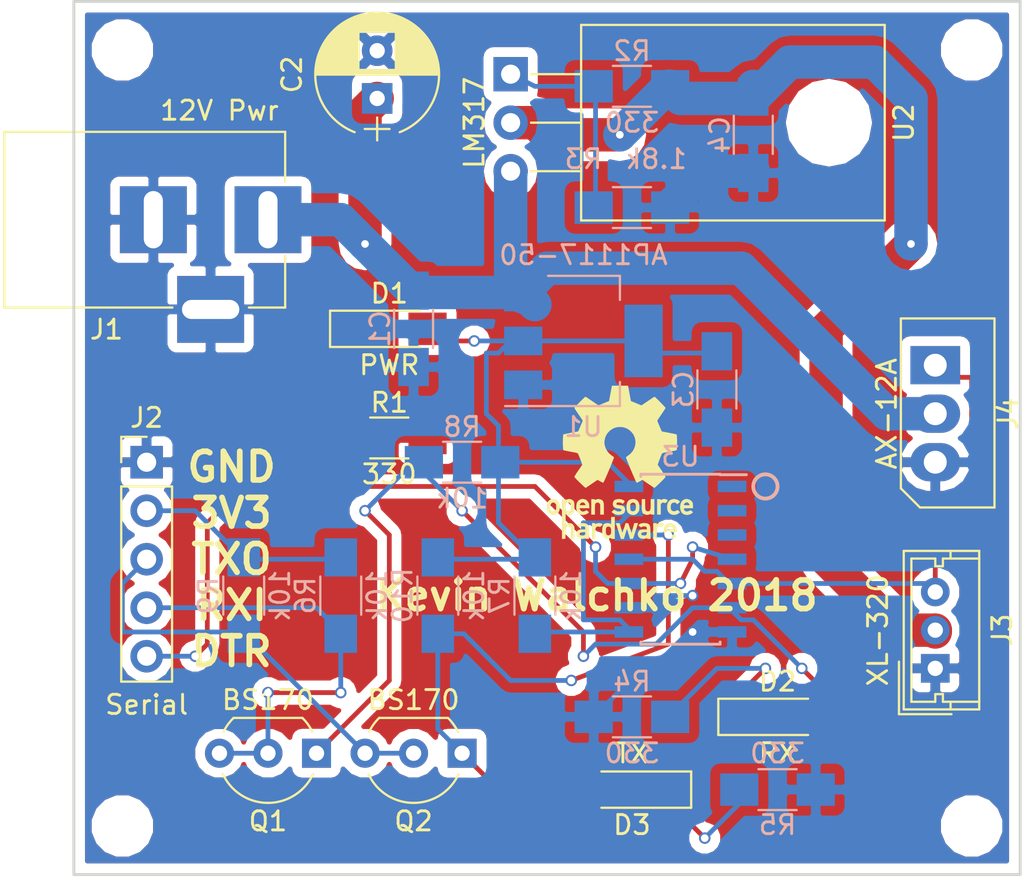
<source format=kicad_pcb>
(kicad_pcb (version 4) (host pcbnew 4.0.7)

  (general
    (links 56)
    (no_connects 0)
    (area 46.734999 12.335 100.77 61.425)
    (thickness 1.6)
    (drawings 7)
    (tracks 218)
    (zones 0)
    (modules 31)
    (nets 20)
  )

  (page A4)
  (layers
    (0 F.Cu signal)
    (31 B.Cu signal)
    (32 B.Adhes user)
    (33 F.Adhes user)
    (34 B.Paste user)
    (35 F.Paste user)
    (36 B.SilkS user)
    (37 F.SilkS user)
    (38 B.Mask user)
    (39 F.Mask user)
    (40 Dwgs.User user)
    (41 Cmts.User user)
    (42 Eco1.User user)
    (43 Eco2.User user)
    (44 Edge.Cuts user)
    (45 Margin user)
    (46 B.CrtYd user)
    (47 F.CrtYd user)
    (48 B.Fab user)
    (49 F.Fab user)
  )

  (setup
    (last_trace_width 0.25)
    (trace_clearance 0.2)
    (zone_clearance 0.508)
    (zone_45_only no)
    (trace_min 0.2)
    (segment_width 0.2)
    (edge_width 0.15)
    (via_size 0.6)
    (via_drill 0.4)
    (via_min_size 0.4)
    (via_min_drill 0.3)
    (uvia_size 0.3)
    (uvia_drill 0.1)
    (uvias_allowed no)
    (uvia_min_size 0.3)
    (uvia_min_drill 0.1)
    (pcb_text_width 0.3)
    (pcb_text_size 1.5 1.5)
    (mod_edge_width 0.15)
    (mod_text_size 1 1)
    (mod_text_width 0.15)
    (pad_size 1.524 1.524)
    (pad_drill 0.762)
    (pad_to_mask_clearance 0.2)
    (aux_axis_origin 0 0)
    (visible_elements FFFFFF7F)
    (pcbplotparams
      (layerselection 0x010f0_80000001)
      (usegerberextensions false)
      (excludeedgelayer true)
      (linewidth 0.100000)
      (plotframeref false)
      (viasonmask false)
      (mode 1)
      (useauxorigin false)
      (hpglpennumber 1)
      (hpglpenspeed 20)
      (hpglpendiameter 15)
      (hpglpenoverlay 2)
      (psnegative false)
      (psa4output false)
      (plotreference true)
      (plotvalue true)
      (plotinvisibletext true)
      (padsonsilk false)
      (subtractmaskfromsilk false)
      (outputformat 1)
      (mirror false)
      (drillshape 0)
      (scaleselection 1)
      (outputdirectory gerber/))
  )

  (net 0 "")
  (net 1 GND)
  (net 2 +5V)
  (net 3 +8V)
  (net 4 "Net-(D1-Pad1)")
  (net 5 RXI)
  (net 6 "Net-(D2-Pad1)")
  (net 7 TXO)
  (net 8 DTR)
  (net 9 DATA)
  (net 10 +12V)
  (net 11 "Net-(D3-Pad1)")
  (net 12 +3V3)
  (net 13 TXO3v3)
  (net 14 RXI3v3)
  (net 15 "Net-(R2-Pad2)")
  (net 16 "Net-(R7-Pad2)")
  (net 17 "Net-(U3-Pad1)")
  (net 18 "Net-(U3-Pad2)")
  (net 19 "Net-(U3-Pad3)")

  (net_class Default "This is the default net class."
    (clearance 0.2)
    (trace_width 0.25)
    (via_dia 0.6)
    (via_drill 0.4)
    (uvia_dia 0.3)
    (uvia_drill 0.1)
    (add_net +3V3)
    (add_net +5V)
    (add_net DATA)
    (add_net DTR)
    (add_net GND)
    (add_net "Net-(D1-Pad1)")
    (add_net "Net-(D2-Pad1)")
    (add_net "Net-(D3-Pad1)")
    (add_net "Net-(R2-Pad2)")
    (add_net "Net-(R7-Pad2)")
    (add_net "Net-(U3-Pad1)")
    (add_net "Net-(U3-Pad2)")
    (add_net "Net-(U3-Pad3)")
    (add_net RXI)
    (add_net RXI3v3)
    (add_net TXO)
    (add_net TXO3v3)
  )

  (net_class High ""
    (clearance 0.2)
    (trace_width 1.75)
    (via_dia 0.6)
    (via_drill 0.4)
    (uvia_dia 0.3)
    (uvia_drill 0.1)
    (add_net +12V)
    (add_net +8V)
  )

  (module Mounting_Holes:MountingHole_2.2mm_M2 placed (layer F.Cu) (tedit 5A9C7BD4) (tstamp 5A9D1547)
    (at 97.79 16.51)
    (descr "Mounting Hole 2.2mm, no annular, M2")
    (tags "mounting hole 2.2mm no annular m2")
    (attr virtual)
    (fp_text reference "" (at 0 -3.2) (layer F.SilkS) hide
      (effects (font (size 1 1) (thickness 0.15)))
    )
    (fp_text value "" (at 0 3.2) (layer F.Fab)
      (effects (font (size 1 1) (thickness 0.15)))
    )
    (fp_text user %R (at 0.3 0) (layer F.Fab)
      (effects (font (size 1 1) (thickness 0.15)))
    )
    (fp_circle (center 0 0) (end 2.2 0) (layer Cmts.User) (width 0.15))
    (fp_circle (center 0 0) (end 2.45 0) (layer F.CrtYd) (width 0.05))
    (pad 1 np_thru_hole circle (at 0 0) (size 2.2 2.2) (drill 2.2) (layers *.Cu *.Mask))
  )

  (module Mounting_Holes:MountingHole_2.2mm_M2 placed (layer F.Cu) (tedit 5A9C7BD4) (tstamp 5A9D153F)
    (at 53.34 57.15)
    (descr "Mounting Hole 2.2mm, no annular, M2")
    (tags "mounting hole 2.2mm no annular m2")
    (attr virtual)
    (fp_text reference "" (at 0 -3.2) (layer F.SilkS) hide
      (effects (font (size 1 1) (thickness 0.15)))
    )
    (fp_text value "" (at 0 3.2) (layer F.Fab)
      (effects (font (size 1 1) (thickness 0.15)))
    )
    (fp_text user %R (at 0.3 0) (layer F.Fab)
      (effects (font (size 1 1) (thickness 0.15)))
    )
    (fp_circle (center 0 0) (end 2.2 0) (layer Cmts.User) (width 0.15))
    (fp_circle (center 0 0) (end 2.45 0) (layer F.CrtYd) (width 0.05))
    (pad 1 np_thru_hole circle (at 0 0) (size 2.2 2.2) (drill 2.2) (layers *.Cu *.Mask))
  )

  (module Mounting_Holes:MountingHole_2.2mm_M2 placed (layer F.Cu) (tedit 5A9C7BD4) (tstamp 5A9D1537)
    (at 97.79 57.15)
    (descr "Mounting Hole 2.2mm, no annular, M2")
    (tags "mounting hole 2.2mm no annular m2")
    (attr virtual)
    (fp_text reference "" (at 0 -3.2) (layer F.SilkS) hide
      (effects (font (size 1 1) (thickness 0.15)))
    )
    (fp_text value "" (at 0 3.2) (layer F.Fab)
      (effects (font (size 1 1) (thickness 0.15)))
    )
    (fp_text user %R (at 0.3 0) (layer F.Fab)
      (effects (font (size 1 1) (thickness 0.15)))
    )
    (fp_circle (center 0 0) (end 2.2 0) (layer Cmts.User) (width 0.15))
    (fp_circle (center 0 0) (end 2.45 0) (layer F.CrtYd) (width 0.05))
    (pad 1 np_thru_hole circle (at 0 0) (size 2.2 2.2) (drill 2.2) (layers *.Cu *.Mask))
  )

  (module Capacitors_SMD:C_1206_HandSoldering placed (layer B.Cu) (tedit 58AA84D1) (tstamp 5A8641F5)
    (at 68.58 31.115 270)
    (descr "Capacitor SMD 1206, hand soldering")
    (tags "capacitor 1206")
    (path /5A7F2B39)
    (attr smd)
    (fp_text reference C1 (at 0 1.75 270) (layer B.SilkS)
      (effects (font (size 1 1) (thickness 0.15)) (justify mirror))
    )
    (fp_text value .1 (at 0 -2 270) (layer B.Fab)
      (effects (font (size 1 1) (thickness 0.15)) (justify mirror))
    )
    (fp_text user %R (at 0 1.75 270) (layer B.Fab)
      (effects (font (size 1 1) (thickness 0.15)) (justify mirror))
    )
    (fp_line (start -1.6 -0.8) (end -1.6 0.8) (layer B.Fab) (width 0.1))
    (fp_line (start 1.6 -0.8) (end -1.6 -0.8) (layer B.Fab) (width 0.1))
    (fp_line (start 1.6 0.8) (end 1.6 -0.8) (layer B.Fab) (width 0.1))
    (fp_line (start -1.6 0.8) (end 1.6 0.8) (layer B.Fab) (width 0.1))
    (fp_line (start 1 1.02) (end -1 1.02) (layer B.SilkS) (width 0.12))
    (fp_line (start -1 -1.02) (end 1 -1.02) (layer B.SilkS) (width 0.12))
    (fp_line (start -3.25 1.05) (end 3.25 1.05) (layer B.CrtYd) (width 0.05))
    (fp_line (start -3.25 1.05) (end -3.25 -1.05) (layer B.CrtYd) (width 0.05))
    (fp_line (start 3.25 -1.05) (end 3.25 1.05) (layer B.CrtYd) (width 0.05))
    (fp_line (start 3.25 -1.05) (end -3.25 -1.05) (layer B.CrtYd) (width 0.05))
    (pad 1 smd rect (at -2 0 270) (size 2 1.6) (layers B.Cu B.Paste B.Mask)
      (net 10 +12V))
    (pad 2 smd rect (at 2 0 270) (size 2 1.6) (layers B.Cu B.Paste B.Mask)
      (net 1 GND))
    (model Capacitors_SMD.3dshapes/C_1206.wrl
      (at (xyz 0 0 0))
      (scale (xyz 1 1 1))
      (rotate (xyz 0 0 0))
    )
  )

  (module Capacitors_THT:CP_Radial_D6.3mm_P2.50mm placed (layer F.Cu) (tedit 597BC7C2) (tstamp 5A86428A)
    (at 66.675 19.05 90)
    (descr "CP, Radial series, Radial, pin pitch=2.50mm, , diameter=6.3mm, Electrolytic Capacitor")
    (tags "CP Radial series Radial pin pitch 2.50mm  diameter 6.3mm Electrolytic Capacitor")
    (path /5A7F1A59)
    (fp_text reference C2 (at 1.25 -4.46 90) (layer F.SilkS)
      (effects (font (size 1 1) (thickness 0.15)))
    )
    (fp_text value 10 (at 1.25 4.46 90) (layer F.Fab)
      (effects (font (size 1 1) (thickness 0.15)))
    )
    (fp_arc (start 1.25 0) (end -1.767482 -1.18) (angle 137.3) (layer F.SilkS) (width 0.12))
    (fp_arc (start 1.25 0) (end -1.767482 1.18) (angle -137.3) (layer F.SilkS) (width 0.12))
    (fp_arc (start 1.25 0) (end 4.267482 -1.18) (angle 42.7) (layer F.SilkS) (width 0.12))
    (fp_circle (center 1.25 0) (end 4.4 0) (layer F.Fab) (width 0.1))
    (fp_line (start -2.2 0) (end -1 0) (layer F.Fab) (width 0.1))
    (fp_line (start -1.6 -0.65) (end -1.6 0.65) (layer F.Fab) (width 0.1))
    (fp_line (start 1.25 -3.2) (end 1.25 3.2) (layer F.SilkS) (width 0.12))
    (fp_line (start 1.29 -3.2) (end 1.29 3.2) (layer F.SilkS) (width 0.12))
    (fp_line (start 1.33 -3.2) (end 1.33 3.2) (layer F.SilkS) (width 0.12))
    (fp_line (start 1.37 -3.198) (end 1.37 3.198) (layer F.SilkS) (width 0.12))
    (fp_line (start 1.41 -3.197) (end 1.41 3.197) (layer F.SilkS) (width 0.12))
    (fp_line (start 1.45 -3.194) (end 1.45 3.194) (layer F.SilkS) (width 0.12))
    (fp_line (start 1.49 -3.192) (end 1.49 3.192) (layer F.SilkS) (width 0.12))
    (fp_line (start 1.53 -3.188) (end 1.53 -0.98) (layer F.SilkS) (width 0.12))
    (fp_line (start 1.53 0.98) (end 1.53 3.188) (layer F.SilkS) (width 0.12))
    (fp_line (start 1.57 -3.185) (end 1.57 -0.98) (layer F.SilkS) (width 0.12))
    (fp_line (start 1.57 0.98) (end 1.57 3.185) (layer F.SilkS) (width 0.12))
    (fp_line (start 1.61 -3.18) (end 1.61 -0.98) (layer F.SilkS) (width 0.12))
    (fp_line (start 1.61 0.98) (end 1.61 3.18) (layer F.SilkS) (width 0.12))
    (fp_line (start 1.65 -3.176) (end 1.65 -0.98) (layer F.SilkS) (width 0.12))
    (fp_line (start 1.65 0.98) (end 1.65 3.176) (layer F.SilkS) (width 0.12))
    (fp_line (start 1.69 -3.17) (end 1.69 -0.98) (layer F.SilkS) (width 0.12))
    (fp_line (start 1.69 0.98) (end 1.69 3.17) (layer F.SilkS) (width 0.12))
    (fp_line (start 1.73 -3.165) (end 1.73 -0.98) (layer F.SilkS) (width 0.12))
    (fp_line (start 1.73 0.98) (end 1.73 3.165) (layer F.SilkS) (width 0.12))
    (fp_line (start 1.77 -3.158) (end 1.77 -0.98) (layer F.SilkS) (width 0.12))
    (fp_line (start 1.77 0.98) (end 1.77 3.158) (layer F.SilkS) (width 0.12))
    (fp_line (start 1.81 -3.152) (end 1.81 -0.98) (layer F.SilkS) (width 0.12))
    (fp_line (start 1.81 0.98) (end 1.81 3.152) (layer F.SilkS) (width 0.12))
    (fp_line (start 1.85 -3.144) (end 1.85 -0.98) (layer F.SilkS) (width 0.12))
    (fp_line (start 1.85 0.98) (end 1.85 3.144) (layer F.SilkS) (width 0.12))
    (fp_line (start 1.89 -3.137) (end 1.89 -0.98) (layer F.SilkS) (width 0.12))
    (fp_line (start 1.89 0.98) (end 1.89 3.137) (layer F.SilkS) (width 0.12))
    (fp_line (start 1.93 -3.128) (end 1.93 -0.98) (layer F.SilkS) (width 0.12))
    (fp_line (start 1.93 0.98) (end 1.93 3.128) (layer F.SilkS) (width 0.12))
    (fp_line (start 1.971 -3.119) (end 1.971 -0.98) (layer F.SilkS) (width 0.12))
    (fp_line (start 1.971 0.98) (end 1.971 3.119) (layer F.SilkS) (width 0.12))
    (fp_line (start 2.011 -3.11) (end 2.011 -0.98) (layer F.SilkS) (width 0.12))
    (fp_line (start 2.011 0.98) (end 2.011 3.11) (layer F.SilkS) (width 0.12))
    (fp_line (start 2.051 -3.1) (end 2.051 -0.98) (layer F.SilkS) (width 0.12))
    (fp_line (start 2.051 0.98) (end 2.051 3.1) (layer F.SilkS) (width 0.12))
    (fp_line (start 2.091 -3.09) (end 2.091 -0.98) (layer F.SilkS) (width 0.12))
    (fp_line (start 2.091 0.98) (end 2.091 3.09) (layer F.SilkS) (width 0.12))
    (fp_line (start 2.131 -3.079) (end 2.131 -0.98) (layer F.SilkS) (width 0.12))
    (fp_line (start 2.131 0.98) (end 2.131 3.079) (layer F.SilkS) (width 0.12))
    (fp_line (start 2.171 -3.067) (end 2.171 -0.98) (layer F.SilkS) (width 0.12))
    (fp_line (start 2.171 0.98) (end 2.171 3.067) (layer F.SilkS) (width 0.12))
    (fp_line (start 2.211 -3.055) (end 2.211 -0.98) (layer F.SilkS) (width 0.12))
    (fp_line (start 2.211 0.98) (end 2.211 3.055) (layer F.SilkS) (width 0.12))
    (fp_line (start 2.251 -3.042) (end 2.251 -0.98) (layer F.SilkS) (width 0.12))
    (fp_line (start 2.251 0.98) (end 2.251 3.042) (layer F.SilkS) (width 0.12))
    (fp_line (start 2.291 -3.029) (end 2.291 -0.98) (layer F.SilkS) (width 0.12))
    (fp_line (start 2.291 0.98) (end 2.291 3.029) (layer F.SilkS) (width 0.12))
    (fp_line (start 2.331 -3.015) (end 2.331 -0.98) (layer F.SilkS) (width 0.12))
    (fp_line (start 2.331 0.98) (end 2.331 3.015) (layer F.SilkS) (width 0.12))
    (fp_line (start 2.371 -3.001) (end 2.371 -0.98) (layer F.SilkS) (width 0.12))
    (fp_line (start 2.371 0.98) (end 2.371 3.001) (layer F.SilkS) (width 0.12))
    (fp_line (start 2.411 -2.986) (end 2.411 -0.98) (layer F.SilkS) (width 0.12))
    (fp_line (start 2.411 0.98) (end 2.411 2.986) (layer F.SilkS) (width 0.12))
    (fp_line (start 2.451 -2.97) (end 2.451 -0.98) (layer F.SilkS) (width 0.12))
    (fp_line (start 2.451 0.98) (end 2.451 2.97) (layer F.SilkS) (width 0.12))
    (fp_line (start 2.491 -2.954) (end 2.491 -0.98) (layer F.SilkS) (width 0.12))
    (fp_line (start 2.491 0.98) (end 2.491 2.954) (layer F.SilkS) (width 0.12))
    (fp_line (start 2.531 -2.937) (end 2.531 -0.98) (layer F.SilkS) (width 0.12))
    (fp_line (start 2.531 0.98) (end 2.531 2.937) (layer F.SilkS) (width 0.12))
    (fp_line (start 2.571 -2.919) (end 2.571 -0.98) (layer F.SilkS) (width 0.12))
    (fp_line (start 2.571 0.98) (end 2.571 2.919) (layer F.SilkS) (width 0.12))
    (fp_line (start 2.611 -2.901) (end 2.611 -0.98) (layer F.SilkS) (width 0.12))
    (fp_line (start 2.611 0.98) (end 2.611 2.901) (layer F.SilkS) (width 0.12))
    (fp_line (start 2.651 -2.882) (end 2.651 -0.98) (layer F.SilkS) (width 0.12))
    (fp_line (start 2.651 0.98) (end 2.651 2.882) (layer F.SilkS) (width 0.12))
    (fp_line (start 2.691 -2.863) (end 2.691 -0.98) (layer F.SilkS) (width 0.12))
    (fp_line (start 2.691 0.98) (end 2.691 2.863) (layer F.SilkS) (width 0.12))
    (fp_line (start 2.731 -2.843) (end 2.731 -0.98) (layer F.SilkS) (width 0.12))
    (fp_line (start 2.731 0.98) (end 2.731 2.843) (layer F.SilkS) (width 0.12))
    (fp_line (start 2.771 -2.822) (end 2.771 -0.98) (layer F.SilkS) (width 0.12))
    (fp_line (start 2.771 0.98) (end 2.771 2.822) (layer F.SilkS) (width 0.12))
    (fp_line (start 2.811 -2.8) (end 2.811 -0.98) (layer F.SilkS) (width 0.12))
    (fp_line (start 2.811 0.98) (end 2.811 2.8) (layer F.SilkS) (width 0.12))
    (fp_line (start 2.851 -2.778) (end 2.851 -0.98) (layer F.SilkS) (width 0.12))
    (fp_line (start 2.851 0.98) (end 2.851 2.778) (layer F.SilkS) (width 0.12))
    (fp_line (start 2.891 -2.755) (end 2.891 -0.98) (layer F.SilkS) (width 0.12))
    (fp_line (start 2.891 0.98) (end 2.891 2.755) (layer F.SilkS) (width 0.12))
    (fp_line (start 2.931 -2.731) (end 2.931 -0.98) (layer F.SilkS) (width 0.12))
    (fp_line (start 2.931 0.98) (end 2.931 2.731) (layer F.SilkS) (width 0.12))
    (fp_line (start 2.971 -2.706) (end 2.971 -0.98) (layer F.SilkS) (width 0.12))
    (fp_line (start 2.971 0.98) (end 2.971 2.706) (layer F.SilkS) (width 0.12))
    (fp_line (start 3.011 -2.681) (end 3.011 -0.98) (layer F.SilkS) (width 0.12))
    (fp_line (start 3.011 0.98) (end 3.011 2.681) (layer F.SilkS) (width 0.12))
    (fp_line (start 3.051 -2.654) (end 3.051 -0.98) (layer F.SilkS) (width 0.12))
    (fp_line (start 3.051 0.98) (end 3.051 2.654) (layer F.SilkS) (width 0.12))
    (fp_line (start 3.091 -2.627) (end 3.091 -0.98) (layer F.SilkS) (width 0.12))
    (fp_line (start 3.091 0.98) (end 3.091 2.627) (layer F.SilkS) (width 0.12))
    (fp_line (start 3.131 -2.599) (end 3.131 -0.98) (layer F.SilkS) (width 0.12))
    (fp_line (start 3.131 0.98) (end 3.131 2.599) (layer F.SilkS) (width 0.12))
    (fp_line (start 3.171 -2.57) (end 3.171 -0.98) (layer F.SilkS) (width 0.12))
    (fp_line (start 3.171 0.98) (end 3.171 2.57) (layer F.SilkS) (width 0.12))
    (fp_line (start 3.211 -2.54) (end 3.211 -0.98) (layer F.SilkS) (width 0.12))
    (fp_line (start 3.211 0.98) (end 3.211 2.54) (layer F.SilkS) (width 0.12))
    (fp_line (start 3.251 -2.51) (end 3.251 -0.98) (layer F.SilkS) (width 0.12))
    (fp_line (start 3.251 0.98) (end 3.251 2.51) (layer F.SilkS) (width 0.12))
    (fp_line (start 3.291 -2.478) (end 3.291 -0.98) (layer F.SilkS) (width 0.12))
    (fp_line (start 3.291 0.98) (end 3.291 2.478) (layer F.SilkS) (width 0.12))
    (fp_line (start 3.331 -2.445) (end 3.331 -0.98) (layer F.SilkS) (width 0.12))
    (fp_line (start 3.331 0.98) (end 3.331 2.445) (layer F.SilkS) (width 0.12))
    (fp_line (start 3.371 -2.411) (end 3.371 -0.98) (layer F.SilkS) (width 0.12))
    (fp_line (start 3.371 0.98) (end 3.371 2.411) (layer F.SilkS) (width 0.12))
    (fp_line (start 3.411 -2.375) (end 3.411 -0.98) (layer F.SilkS) (width 0.12))
    (fp_line (start 3.411 0.98) (end 3.411 2.375) (layer F.SilkS) (width 0.12))
    (fp_line (start 3.451 -2.339) (end 3.451 -0.98) (layer F.SilkS) (width 0.12))
    (fp_line (start 3.451 0.98) (end 3.451 2.339) (layer F.SilkS) (width 0.12))
    (fp_line (start 3.491 -2.301) (end 3.491 2.301) (layer F.SilkS) (width 0.12))
    (fp_line (start 3.531 -2.262) (end 3.531 2.262) (layer F.SilkS) (width 0.12))
    (fp_line (start 3.571 -2.222) (end 3.571 2.222) (layer F.SilkS) (width 0.12))
    (fp_line (start 3.611 -2.18) (end 3.611 2.18) (layer F.SilkS) (width 0.12))
    (fp_line (start 3.651 -2.137) (end 3.651 2.137) (layer F.SilkS) (width 0.12))
    (fp_line (start 3.691 -2.092) (end 3.691 2.092) (layer F.SilkS) (width 0.12))
    (fp_line (start 3.731 -2.045) (end 3.731 2.045) (layer F.SilkS) (width 0.12))
    (fp_line (start 3.771 -1.997) (end 3.771 1.997) (layer F.SilkS) (width 0.12))
    (fp_line (start 3.811 -1.946) (end 3.811 1.946) (layer F.SilkS) (width 0.12))
    (fp_line (start 3.851 -1.894) (end 3.851 1.894) (layer F.SilkS) (width 0.12))
    (fp_line (start 3.891 -1.839) (end 3.891 1.839) (layer F.SilkS) (width 0.12))
    (fp_line (start 3.931 -1.781) (end 3.931 1.781) (layer F.SilkS) (width 0.12))
    (fp_line (start 3.971 -1.721) (end 3.971 1.721) (layer F.SilkS) (width 0.12))
    (fp_line (start 4.011 -1.658) (end 4.011 1.658) (layer F.SilkS) (width 0.12))
    (fp_line (start 4.051 -1.591) (end 4.051 1.591) (layer F.SilkS) (width 0.12))
    (fp_line (start 4.091 -1.52) (end 4.091 1.52) (layer F.SilkS) (width 0.12))
    (fp_line (start 4.131 -1.445) (end 4.131 1.445) (layer F.SilkS) (width 0.12))
    (fp_line (start 4.171 -1.364) (end 4.171 1.364) (layer F.SilkS) (width 0.12))
    (fp_line (start 4.211 -1.278) (end 4.211 1.278) (layer F.SilkS) (width 0.12))
    (fp_line (start 4.251 -1.184) (end 4.251 1.184) (layer F.SilkS) (width 0.12))
    (fp_line (start 4.291 -1.081) (end 4.291 1.081) (layer F.SilkS) (width 0.12))
    (fp_line (start 4.331 -0.966) (end 4.331 0.966) (layer F.SilkS) (width 0.12))
    (fp_line (start 4.371 -0.834) (end 4.371 0.834) (layer F.SilkS) (width 0.12))
    (fp_line (start 4.411 -0.676) (end 4.411 0.676) (layer F.SilkS) (width 0.12))
    (fp_line (start 4.451 -0.468) (end 4.451 0.468) (layer F.SilkS) (width 0.12))
    (fp_line (start -2.2 0) (end -1 0) (layer F.SilkS) (width 0.12))
    (fp_line (start -1.6 -0.65) (end -1.6 0.65) (layer F.SilkS) (width 0.12))
    (fp_line (start -2.25 -3.5) (end -2.25 3.5) (layer F.CrtYd) (width 0.05))
    (fp_line (start -2.25 3.5) (end 4.75 3.5) (layer F.CrtYd) (width 0.05))
    (fp_line (start 4.75 3.5) (end 4.75 -3.5) (layer F.CrtYd) (width 0.05))
    (fp_line (start 4.75 -3.5) (end -2.25 -3.5) (layer F.CrtYd) (width 0.05))
    (fp_text user %R (at 1.25 0 90) (layer F.Fab)
      (effects (font (size 1 1) (thickness 0.15)))
    )
    (pad 1 thru_hole rect (at 0 0 90) (size 1.6 1.6) (drill 0.8) (layers *.Cu *.Mask)
      (net 10 +12V))
    (pad 2 thru_hole circle (at 2.5 0 90) (size 1.6 1.6) (drill 0.8) (layers *.Cu *.Mask)
      (net 1 GND))
    (model ${KISYS3DMOD}/Capacitors_THT.3dshapes/CP_Radial_D6.3mm_P2.50mm.wrl
      (at (xyz 0 0 0))
      (scale (xyz 1 1 1))
      (rotate (xyz 0 0 0))
    )
  )

  (module Capacitors_SMD:C_1206_HandSoldering placed (layer B.Cu) (tedit 58AA84D1) (tstamp 5A86429B)
    (at 84.455 34.29 270)
    (descr "Capacitor SMD 1206, hand soldering")
    (tags "capacitor 1206")
    (path /5A7F2931)
    (attr smd)
    (fp_text reference C3 (at 0 1.75 270) (layer B.SilkS)
      (effects (font (size 1 1) (thickness 0.15)) (justify mirror))
    )
    (fp_text value .1 (at 0 -2 270) (layer B.Fab)
      (effects (font (size 1 1) (thickness 0.15)) (justify mirror))
    )
    (fp_text user %R (at 0 1.75 270) (layer B.Fab)
      (effects (font (size 1 1) (thickness 0.15)) (justify mirror))
    )
    (fp_line (start -1.6 -0.8) (end -1.6 0.8) (layer B.Fab) (width 0.1))
    (fp_line (start 1.6 -0.8) (end -1.6 -0.8) (layer B.Fab) (width 0.1))
    (fp_line (start 1.6 0.8) (end 1.6 -0.8) (layer B.Fab) (width 0.1))
    (fp_line (start -1.6 0.8) (end 1.6 0.8) (layer B.Fab) (width 0.1))
    (fp_line (start 1 1.02) (end -1 1.02) (layer B.SilkS) (width 0.12))
    (fp_line (start -1 -1.02) (end 1 -1.02) (layer B.SilkS) (width 0.12))
    (fp_line (start -3.25 1.05) (end 3.25 1.05) (layer B.CrtYd) (width 0.05))
    (fp_line (start -3.25 1.05) (end -3.25 -1.05) (layer B.CrtYd) (width 0.05))
    (fp_line (start 3.25 -1.05) (end 3.25 1.05) (layer B.CrtYd) (width 0.05))
    (fp_line (start 3.25 -1.05) (end -3.25 -1.05) (layer B.CrtYd) (width 0.05))
    (pad 1 smd rect (at -2 0 270) (size 2 1.6) (layers B.Cu B.Paste B.Mask)
      (net 2 +5V))
    (pad 2 smd rect (at 2 0 270) (size 2 1.6) (layers B.Cu B.Paste B.Mask)
      (net 1 GND))
    (model Capacitors_SMD.3dshapes/C_1206.wrl
      (at (xyz 0 0 0))
      (scale (xyz 1 1 1))
      (rotate (xyz 0 0 0))
    )
  )

  (module Capacitors_SMD:C_1206_HandSoldering placed (layer B.Cu) (tedit 58AA84D1) (tstamp 5A8642AC)
    (at 86.36 20.955 270)
    (descr "Capacitor SMD 1206, hand soldering")
    (tags "capacitor 1206")
    (path /5A7F1ABA)
    (attr smd)
    (fp_text reference C4 (at 0 1.75 270) (layer B.SilkS)
      (effects (font (size 1 1) (thickness 0.15)) (justify mirror))
    )
    (fp_text value .1 (at 0 -2 270) (layer B.Fab)
      (effects (font (size 1 1) (thickness 0.15)) (justify mirror))
    )
    (fp_text user %R (at 0 1.75 270) (layer B.Fab)
      (effects (font (size 1 1) (thickness 0.15)) (justify mirror))
    )
    (fp_line (start -1.6 -0.8) (end -1.6 0.8) (layer B.Fab) (width 0.1))
    (fp_line (start 1.6 -0.8) (end -1.6 -0.8) (layer B.Fab) (width 0.1))
    (fp_line (start 1.6 0.8) (end 1.6 -0.8) (layer B.Fab) (width 0.1))
    (fp_line (start -1.6 0.8) (end 1.6 0.8) (layer B.Fab) (width 0.1))
    (fp_line (start 1 1.02) (end -1 1.02) (layer B.SilkS) (width 0.12))
    (fp_line (start -1 -1.02) (end 1 -1.02) (layer B.SilkS) (width 0.12))
    (fp_line (start -3.25 1.05) (end 3.25 1.05) (layer B.CrtYd) (width 0.05))
    (fp_line (start -3.25 1.05) (end -3.25 -1.05) (layer B.CrtYd) (width 0.05))
    (fp_line (start 3.25 -1.05) (end 3.25 1.05) (layer B.CrtYd) (width 0.05))
    (fp_line (start 3.25 -1.05) (end -3.25 -1.05) (layer B.CrtYd) (width 0.05))
    (pad 1 smd rect (at -2 0 270) (size 2 1.6) (layers B.Cu B.Paste B.Mask)
      (net 3 +8V))
    (pad 2 smd rect (at 2 0 270) (size 2 1.6) (layers B.Cu B.Paste B.Mask)
      (net 1 GND))
    (model Capacitors_SMD.3dshapes/C_1206.wrl
      (at (xyz 0 0 0))
      (scale (xyz 1 1 1))
      (rotate (xyz 0 0 0))
    )
  )

  (module LEDs:LED_1206_HandSoldering placed (layer F.Cu) (tedit 5A9B0298) (tstamp 5A8642C1)
    (at 67.31 31.115)
    (descr "LED SMD 1206, hand soldering")
    (tags "LED 1206")
    (path /5A8A8F0B)
    (attr smd)
    (fp_text reference D1 (at 0 -1.85) (layer F.SilkS)
      (effects (font (size 1 1) (thickness 0.15)))
    )
    (fp_text value PWR (at 0 1.9) (layer F.SilkS)
      (effects (font (size 1 1) (thickness 0.15)))
    )
    (fp_line (start -3.1 -0.95) (end -3.1 0.95) (layer F.SilkS) (width 0.12))
    (fp_line (start -0.4 0) (end 0.2 -0.4) (layer F.Fab) (width 0.1))
    (fp_line (start 0.2 -0.4) (end 0.2 0.4) (layer F.Fab) (width 0.1))
    (fp_line (start 0.2 0.4) (end -0.4 0) (layer F.Fab) (width 0.1))
    (fp_line (start -0.45 -0.4) (end -0.45 0.4) (layer F.Fab) (width 0.1))
    (fp_line (start -1.6 0.8) (end -1.6 -0.8) (layer F.Fab) (width 0.1))
    (fp_line (start 1.6 0.8) (end -1.6 0.8) (layer F.Fab) (width 0.1))
    (fp_line (start 1.6 -0.8) (end 1.6 0.8) (layer F.Fab) (width 0.1))
    (fp_line (start -1.6 -0.8) (end 1.6 -0.8) (layer F.Fab) (width 0.1))
    (fp_line (start -3.1 0.95) (end 1.6 0.95) (layer F.SilkS) (width 0.12))
    (fp_line (start -3.1 -0.95) (end 1.6 -0.95) (layer F.SilkS) (width 0.12))
    (fp_line (start -3.25 -1.11) (end 3.25 -1.11) (layer F.CrtYd) (width 0.05))
    (fp_line (start -3.25 -1.11) (end -3.25 1.1) (layer F.CrtYd) (width 0.05))
    (fp_line (start 3.25 1.1) (end 3.25 -1.11) (layer F.CrtYd) (width 0.05))
    (fp_line (start 3.25 1.1) (end -3.25 1.1) (layer F.CrtYd) (width 0.05))
    (pad 1 smd rect (at -2 0) (size 2 1.7) (layers F.Cu F.Paste F.Mask)
      (net 4 "Net-(D1-Pad1)"))
    (pad 2 smd rect (at 2 0) (size 2 1.7) (layers F.Cu F.Paste F.Mask)
      (net 2 +5V))
    (model ${KISYS3DMOD}/LEDs.3dshapes/LED_1206.wrl
      (at (xyz 0 0 0))
      (scale (xyz 1 1 1))
      (rotate (xyz 0 0 180))
    )
  )

  (module LEDs:LED_1206_HandSoldering placed (layer F.Cu) (tedit 5A9B02AE) (tstamp 5A8642D6)
    (at 87.63 51.435)
    (descr "LED SMD 1206, hand soldering")
    (tags "LED 1206")
    (path /5A862706)
    (attr smd)
    (fp_text reference D2 (at 0 -1.85) (layer F.SilkS)
      (effects (font (size 1 1) (thickness 0.15)))
    )
    (fp_text value RX (at 0 1.9) (layer F.SilkS)
      (effects (font (size 1 1) (thickness 0.15)))
    )
    (fp_line (start -3.1 -0.95) (end -3.1 0.95) (layer F.SilkS) (width 0.12))
    (fp_line (start -0.4 0) (end 0.2 -0.4) (layer F.Fab) (width 0.1))
    (fp_line (start 0.2 -0.4) (end 0.2 0.4) (layer F.Fab) (width 0.1))
    (fp_line (start 0.2 0.4) (end -0.4 0) (layer F.Fab) (width 0.1))
    (fp_line (start -0.45 -0.4) (end -0.45 0.4) (layer F.Fab) (width 0.1))
    (fp_line (start -1.6 0.8) (end -1.6 -0.8) (layer F.Fab) (width 0.1))
    (fp_line (start 1.6 0.8) (end -1.6 0.8) (layer F.Fab) (width 0.1))
    (fp_line (start 1.6 -0.8) (end 1.6 0.8) (layer F.Fab) (width 0.1))
    (fp_line (start -1.6 -0.8) (end 1.6 -0.8) (layer F.Fab) (width 0.1))
    (fp_line (start -3.1 0.95) (end 1.6 0.95) (layer F.SilkS) (width 0.12))
    (fp_line (start -3.1 -0.95) (end 1.6 -0.95) (layer F.SilkS) (width 0.12))
    (fp_line (start -3.25 -1.11) (end 3.25 -1.11) (layer F.CrtYd) (width 0.05))
    (fp_line (start -3.25 -1.11) (end -3.25 1.1) (layer F.CrtYd) (width 0.05))
    (fp_line (start 3.25 1.1) (end 3.25 -1.11) (layer F.CrtYd) (width 0.05))
    (fp_line (start 3.25 1.1) (end -3.25 1.1) (layer F.CrtYd) (width 0.05))
    (pad 1 smd rect (at -2 0) (size 2 1.7) (layers F.Cu F.Paste F.Mask)
      (net 6 "Net-(D2-Pad1)"))
    (pad 2 smd rect (at 2 0) (size 2 1.7) (layers F.Cu F.Paste F.Mask)
      (net 5 RXI))
    (model ${KISYS3DMOD}/LEDs.3dshapes/LED_1206.wrl
      (at (xyz 0 0 0))
      (scale (xyz 1 1 1))
      (rotate (xyz 0 0 180))
    )
  )

  (module Connectors:BARREL_JACK placed (layer F.Cu) (tedit 5A9CBF20) (tstamp 5A8642F5)
    (at 60.96 25.4)
    (descr "DC Barrel Jack")
    (tags "Power Jack")
    (path /5A7F181C)
    (fp_text reference J1 (at -8.45 5.75 180) (layer F.SilkS)
      (effects (font (size 1 1) (thickness 0.15)))
    )
    (fp_text value "12V Pwr" (at -2.54 -5.715) (layer F.SilkS)
      (effects (font (size 1 1) (thickness 0.15)))
    )
    (fp_line (start 1 -4.5) (end 1 -4.75) (layer F.CrtYd) (width 0.05))
    (fp_line (start 1 -4.75) (end -14 -4.75) (layer F.CrtYd) (width 0.05))
    (fp_line (start 1 -4.5) (end 1 -2) (layer F.CrtYd) (width 0.05))
    (fp_line (start 1 -2) (end 2 -2) (layer F.CrtYd) (width 0.05))
    (fp_line (start 2 -2) (end 2 2) (layer F.CrtYd) (width 0.05))
    (fp_line (start 2 2) (end 1 2) (layer F.CrtYd) (width 0.05))
    (fp_line (start 1 2) (end 1 4.75) (layer F.CrtYd) (width 0.05))
    (fp_line (start 1 4.75) (end -1 4.75) (layer F.CrtYd) (width 0.05))
    (fp_line (start -1 4.75) (end -1 6.75) (layer F.CrtYd) (width 0.05))
    (fp_line (start -1 6.75) (end -5 6.75) (layer F.CrtYd) (width 0.05))
    (fp_line (start -5 6.75) (end -5 4.75) (layer F.CrtYd) (width 0.05))
    (fp_line (start -5 4.75) (end -14 4.75) (layer F.CrtYd) (width 0.05))
    (fp_line (start -14 4.75) (end -14 -4.75) (layer F.CrtYd) (width 0.05))
    (fp_line (start -5 4.6) (end -13.8 4.6) (layer F.SilkS) (width 0.12))
    (fp_line (start -13.8 4.6) (end -13.8 -4.6) (layer F.SilkS) (width 0.12))
    (fp_line (start 0.9 1.9) (end 0.9 4.6) (layer F.SilkS) (width 0.12))
    (fp_line (start 0.9 4.6) (end -1 4.6) (layer F.SilkS) (width 0.12))
    (fp_line (start -13.8 -4.6) (end 0.9 -4.6) (layer F.SilkS) (width 0.12))
    (fp_line (start 0.9 -4.6) (end 0.9 -2) (layer F.SilkS) (width 0.12))
    (fp_line (start -10.2 -4.5) (end -10.2 4.5) (layer F.Fab) (width 0.1))
    (fp_line (start -13.7 -4.5) (end -13.7 4.5) (layer F.Fab) (width 0.1))
    (fp_line (start -13.7 4.5) (end 0.8 4.5) (layer F.Fab) (width 0.1))
    (fp_line (start 0.8 4.5) (end 0.8 -4.5) (layer F.Fab) (width 0.1))
    (fp_line (start 0.8 -4.5) (end -13.7 -4.5) (layer F.Fab) (width 0.1))
    (pad 1 thru_hole rect (at 0 0) (size 3.5 3.5) (drill oval 1 3) (layers *.Cu *.Mask)
      (net 10 +12V))
    (pad 2 thru_hole rect (at -6 0) (size 3.5 3.5) (drill oval 1 3) (layers *.Cu *.Mask)
      (net 1 GND))
    (pad 3 thru_hole rect (at -3 4.7) (size 3.5 3.5) (drill oval 3 1) (layers *.Cu *.Mask)
      (net 1 GND))
  )

  (module Resistors_SMD:R_1206_HandSoldering placed (layer F.Cu) (tedit 5A9B05E1) (tstamp 5A864359)
    (at 67.31 36.83)
    (descr "Resistor SMD 1206, hand soldering")
    (tags "resistor 1206")
    (path /5A8A8EB0)
    (attr smd)
    (fp_text reference R1 (at 0 -1.85) (layer F.SilkS)
      (effects (font (size 1 1) (thickness 0.15)))
    )
    (fp_text value 330 (at 0 1.9) (layer F.SilkS)
      (effects (font (size 1 1) (thickness 0.15)))
    )
    (fp_text user %R (at 0 0) (layer F.Fab)
      (effects (font (size 0.7 0.7) (thickness 0.105)))
    )
    (fp_line (start -1.6 0.8) (end -1.6 -0.8) (layer F.Fab) (width 0.1))
    (fp_line (start 1.6 0.8) (end -1.6 0.8) (layer F.Fab) (width 0.1))
    (fp_line (start 1.6 -0.8) (end 1.6 0.8) (layer F.Fab) (width 0.1))
    (fp_line (start -1.6 -0.8) (end 1.6 -0.8) (layer F.Fab) (width 0.1))
    (fp_line (start 1 1.07) (end -1 1.07) (layer F.SilkS) (width 0.12))
    (fp_line (start -1 -1.07) (end 1 -1.07) (layer F.SilkS) (width 0.12))
    (fp_line (start -3.25 -1.11) (end 3.25 -1.11) (layer F.CrtYd) (width 0.05))
    (fp_line (start -3.25 -1.11) (end -3.25 1.1) (layer F.CrtYd) (width 0.05))
    (fp_line (start 3.25 1.1) (end 3.25 -1.11) (layer F.CrtYd) (width 0.05))
    (fp_line (start 3.25 1.1) (end -3.25 1.1) (layer F.CrtYd) (width 0.05))
    (pad 1 smd rect (at -2 0) (size 2 1.7) (layers F.Cu F.Paste F.Mask)
      (net 4 "Net-(D1-Pad1)"))
    (pad 2 smd rect (at 2 0) (size 2 1.7) (layers F.Cu F.Paste F.Mask)
      (net 1 GND))
    (model ${KISYS3DMOD}/Resistors_SMD.3dshapes/R_1206.wrl
      (at (xyz 0 0 0))
      (scale (xyz 1 1 1))
      (rotate (xyz 0 0 0))
    )
  )

  (module Resistors_SMD:R_1206_HandSoldering placed (layer B.Cu) (tedit 5A9B05D1) (tstamp 5A86436A)
    (at 80.01 18.415 180)
    (descr "Resistor SMD 1206, hand soldering")
    (tags "resistor 1206")
    (path /5A7F1770)
    (attr smd)
    (fp_text reference R2 (at 0 1.85 180) (layer B.SilkS)
      (effects (font (size 1 1) (thickness 0.15)) (justify mirror))
    )
    (fp_text value 330 (at 0 -1.9 180) (layer B.SilkS)
      (effects (font (size 1 1) (thickness 0.15)) (justify mirror))
    )
    (fp_text user %R (at 0 0 180) (layer B.Fab)
      (effects (font (size 0.7 0.7) (thickness 0.105)) (justify mirror))
    )
    (fp_line (start -1.6 -0.8) (end -1.6 0.8) (layer B.Fab) (width 0.1))
    (fp_line (start 1.6 -0.8) (end -1.6 -0.8) (layer B.Fab) (width 0.1))
    (fp_line (start 1.6 0.8) (end 1.6 -0.8) (layer B.Fab) (width 0.1))
    (fp_line (start -1.6 0.8) (end 1.6 0.8) (layer B.Fab) (width 0.1))
    (fp_line (start 1 -1.07) (end -1 -1.07) (layer B.SilkS) (width 0.12))
    (fp_line (start -1 1.07) (end 1 1.07) (layer B.SilkS) (width 0.12))
    (fp_line (start -3.25 1.11) (end 3.25 1.11) (layer B.CrtYd) (width 0.05))
    (fp_line (start -3.25 1.11) (end -3.25 -1.1) (layer B.CrtYd) (width 0.05))
    (fp_line (start 3.25 -1.1) (end 3.25 1.11) (layer B.CrtYd) (width 0.05))
    (fp_line (start 3.25 -1.1) (end -3.25 -1.1) (layer B.CrtYd) (width 0.05))
    (pad 1 smd rect (at -2 0 180) (size 2 1.7) (layers B.Cu B.Paste B.Mask)
      (net 3 +8V))
    (pad 2 smd rect (at 2 0 180) (size 2 1.7) (layers B.Cu B.Paste B.Mask)
      (net 15 "Net-(R2-Pad2)"))
    (model ${KISYS3DMOD}/Resistors_SMD.3dshapes/R_1206.wrl
      (at (xyz 0 0 0))
      (scale (xyz 1 1 1))
      (rotate (xyz 0 0 0))
    )
  )

  (module Resistors_SMD:R_1206_HandSoldering placed (layer B.Cu) (tedit 5A9B033D) (tstamp 5A86437B)
    (at 80.01 24.765)
    (descr "Resistor SMD 1206, hand soldering")
    (tags "resistor 1206")
    (path /5A7F17CA)
    (attr smd)
    (fp_text reference R3 (at -2.54 -2.54) (layer B.SilkS)
      (effects (font (size 1 1) (thickness 0.15)) (justify mirror))
    )
    (fp_text value 1.8k (at 1.27 -2.54) (layer B.SilkS)
      (effects (font (size 1 1) (thickness 0.15)) (justify mirror))
    )
    (fp_text user %R (at 0 0) (layer B.Fab)
      (effects (font (size 0.7 0.7) (thickness 0.105)) (justify mirror))
    )
    (fp_line (start -1.6 -0.8) (end -1.6 0.8) (layer B.Fab) (width 0.1))
    (fp_line (start 1.6 -0.8) (end -1.6 -0.8) (layer B.Fab) (width 0.1))
    (fp_line (start 1.6 0.8) (end 1.6 -0.8) (layer B.Fab) (width 0.1))
    (fp_line (start -1.6 0.8) (end 1.6 0.8) (layer B.Fab) (width 0.1))
    (fp_line (start 1 -1.07) (end -1 -1.07) (layer B.SilkS) (width 0.12))
    (fp_line (start -1 1.07) (end 1 1.07) (layer B.SilkS) (width 0.12))
    (fp_line (start -3.25 1.11) (end 3.25 1.11) (layer B.CrtYd) (width 0.05))
    (fp_line (start -3.25 1.11) (end -3.25 -1.1) (layer B.CrtYd) (width 0.05))
    (fp_line (start 3.25 -1.1) (end 3.25 1.11) (layer B.CrtYd) (width 0.05))
    (fp_line (start 3.25 -1.1) (end -3.25 -1.1) (layer B.CrtYd) (width 0.05))
    (pad 1 smd rect (at -2 0) (size 2 1.7) (layers B.Cu B.Paste B.Mask)
      (net 15 "Net-(R2-Pad2)"))
    (pad 2 smd rect (at 2 0) (size 2 1.7) (layers B.Cu B.Paste B.Mask)
      (net 1 GND))
    (model ${KISYS3DMOD}/Resistors_SMD.3dshapes/R_1206.wrl
      (at (xyz 0 0 0))
      (scale (xyz 1 1 1))
      (rotate (xyz 0 0 0))
    )
  )

  (module Resistors_SMD:R_1206_HandSoldering placed (layer B.Cu) (tedit 5A9CBC91) (tstamp 5A86438C)
    (at 80.01 51.435 180)
    (descr "Resistor SMD 1206, hand soldering")
    (tags "resistor 1206")
    (path /5A8627B6)
    (attr smd)
    (fp_text reference R4 (at 0 1.85 180) (layer B.SilkS)
      (effects (font (size 1 1) (thickness 0.15)) (justify mirror))
    )
    (fp_text value 330 (at 0 -1.905 180) (layer B.SilkS)
      (effects (font (size 1 1) (thickness 0.15)) (justify mirror))
    )
    (fp_text user %R (at 0 0 180) (layer B.Fab)
      (effects (font (size 0.7 0.7) (thickness 0.105)) (justify mirror))
    )
    (fp_line (start -1.6 -0.8) (end -1.6 0.8) (layer B.Fab) (width 0.1))
    (fp_line (start 1.6 -0.8) (end -1.6 -0.8) (layer B.Fab) (width 0.1))
    (fp_line (start 1.6 0.8) (end 1.6 -0.8) (layer B.Fab) (width 0.1))
    (fp_line (start -1.6 0.8) (end 1.6 0.8) (layer B.Fab) (width 0.1))
    (fp_line (start 1 -1.07) (end -1 -1.07) (layer B.SilkS) (width 0.12))
    (fp_line (start -1 1.07) (end 1 1.07) (layer B.SilkS) (width 0.12))
    (fp_line (start -3.25 1.11) (end 3.25 1.11) (layer B.CrtYd) (width 0.05))
    (fp_line (start -3.25 1.11) (end -3.25 -1.1) (layer B.CrtYd) (width 0.05))
    (fp_line (start 3.25 -1.1) (end 3.25 1.11) (layer B.CrtYd) (width 0.05))
    (fp_line (start 3.25 -1.1) (end -3.25 -1.1) (layer B.CrtYd) (width 0.05))
    (pad 1 smd rect (at -2 0 180) (size 2 1.7) (layers B.Cu B.Paste B.Mask)
      (net 6 "Net-(D2-Pad1)"))
    (pad 2 smd rect (at 2 0 180) (size 2 1.7) (layers B.Cu B.Paste B.Mask)
      (net 1 GND))
    (model ${KISYS3DMOD}/Resistors_SMD.3dshapes/R_1206.wrl
      (at (xyz 0 0 0))
      (scale (xyz 1 1 1))
      (rotate (xyz 0 0 0))
    )
  )

  (module Resistors_SMD:R_1206_HandSoldering placed (layer B.Cu) (tedit 5A9CBDAD) (tstamp 5A86439D)
    (at 87.63 55.245)
    (descr "Resistor SMD 1206, hand soldering")
    (tags "resistor 1206")
    (path /5A862D7C)
    (attr smd)
    (fp_text reference R5 (at 0 1.85) (layer B.SilkS)
      (effects (font (size 1 1) (thickness 0.15)) (justify mirror))
    )
    (fp_text value 330 (at 0 -1.9) (layer B.SilkS)
      (effects (font (size 1 1) (thickness 0.15)) (justify mirror))
    )
    (fp_text user %R (at 0 0) (layer B.Fab)
      (effects (font (size 0.7 0.7) (thickness 0.105)) (justify mirror))
    )
    (fp_line (start -1.6 -0.8) (end -1.6 0.8) (layer B.Fab) (width 0.1))
    (fp_line (start 1.6 -0.8) (end -1.6 -0.8) (layer B.Fab) (width 0.1))
    (fp_line (start 1.6 0.8) (end 1.6 -0.8) (layer B.Fab) (width 0.1))
    (fp_line (start -1.6 0.8) (end 1.6 0.8) (layer B.Fab) (width 0.1))
    (fp_line (start 1 -1.07) (end -1 -1.07) (layer B.SilkS) (width 0.12))
    (fp_line (start -1 1.07) (end 1 1.07) (layer B.SilkS) (width 0.12))
    (fp_line (start -3.25 1.11) (end 3.25 1.11) (layer B.CrtYd) (width 0.05))
    (fp_line (start -3.25 1.11) (end -3.25 -1.1) (layer B.CrtYd) (width 0.05))
    (fp_line (start 3.25 -1.1) (end 3.25 1.11) (layer B.CrtYd) (width 0.05))
    (fp_line (start 3.25 -1.1) (end -3.25 -1.1) (layer B.CrtYd) (width 0.05))
    (pad 1 smd rect (at -2 0) (size 2 1.7) (layers B.Cu B.Paste B.Mask)
      (net 11 "Net-(D3-Pad1)"))
    (pad 2 smd rect (at 2 0) (size 2 1.7) (layers B.Cu B.Paste B.Mask)
      (net 1 GND))
    (model ${KISYS3DMOD}/Resistors_SMD.3dshapes/R_1206.wrl
      (at (xyz 0 0 0))
      (scale (xyz 1 1 1))
      (rotate (xyz 0 0 0))
    )
  )

  (module TO_SOT_Packages_THT:TO-220-3_Horizontal placed (layer F.Cu) (tedit 5A9CBE4B) (tstamp 5A8643BD)
    (at 73.66 17.78 270)
    (descr "TO-220-3, Horizontal, RM 2.54mm")
    (tags "TO-220-3 Horizontal RM 2.54mm")
    (path /5A7F16FB)
    (fp_text reference U2 (at 2.54 -20.58 270) (layer F.SilkS)
      (effects (font (size 1 1) (thickness 0.15)))
    )
    (fp_text value LM317 (at 2.54 1.9 270) (layer F.SilkS)
      (effects (font (size 1 1) (thickness 0.15)))
    )
    (fp_text user %R (at 2.54 -20.58 270) (layer F.Fab)
      (effects (font (size 1 1) (thickness 0.15)))
    )
    (fp_line (start -2.46 -13.06) (end -2.46 -19.46) (layer F.Fab) (width 0.1))
    (fp_line (start -2.46 -19.46) (end 7.54 -19.46) (layer F.Fab) (width 0.1))
    (fp_line (start 7.54 -19.46) (end 7.54 -13.06) (layer F.Fab) (width 0.1))
    (fp_line (start 7.54 -13.06) (end -2.46 -13.06) (layer F.Fab) (width 0.1))
    (fp_line (start -2.46 -3.81) (end -2.46 -13.06) (layer F.Fab) (width 0.1))
    (fp_line (start -2.46 -13.06) (end 7.54 -13.06) (layer F.Fab) (width 0.1))
    (fp_line (start 7.54 -13.06) (end 7.54 -3.81) (layer F.Fab) (width 0.1))
    (fp_line (start 7.54 -3.81) (end -2.46 -3.81) (layer F.Fab) (width 0.1))
    (fp_line (start 0 -3.81) (end 0 0) (layer F.Fab) (width 0.1))
    (fp_line (start 2.54 -3.81) (end 2.54 0) (layer F.Fab) (width 0.1))
    (fp_line (start 5.08 -3.81) (end 5.08 0) (layer F.Fab) (width 0.1))
    (fp_line (start -2.58 -3.69) (end 7.66 -3.69) (layer F.SilkS) (width 0.12))
    (fp_line (start -2.58 -19.58) (end 7.66 -19.58) (layer F.SilkS) (width 0.12))
    (fp_line (start -2.58 -19.58) (end -2.58 -3.69) (layer F.SilkS) (width 0.12))
    (fp_line (start 7.66 -19.58) (end 7.66 -3.69) (layer F.SilkS) (width 0.12))
    (fp_line (start 0 -3.69) (end 0 -1.05) (layer F.SilkS) (width 0.12))
    (fp_line (start 2.54 -3.69) (end 2.54 -1.066) (layer F.SilkS) (width 0.12))
    (fp_line (start 5.08 -3.69) (end 5.08 -1.066) (layer F.SilkS) (width 0.12))
    (fp_line (start -2.71 -19.71) (end -2.71 1.15) (layer F.CrtYd) (width 0.05))
    (fp_line (start -2.71 1.15) (end 7.79 1.15) (layer F.CrtYd) (width 0.05))
    (fp_line (start 7.79 1.15) (end 7.79 -19.71) (layer F.CrtYd) (width 0.05))
    (fp_line (start 7.79 -19.71) (end -2.71 -19.71) (layer F.CrtYd) (width 0.05))
    (fp_circle (center 2.54 -16.66) (end 4.39 -16.66) (layer F.Fab) (width 0.1))
    (pad 0 np_thru_hole oval (at 2.54 -16.66 270) (size 3.5 3.5) (drill 3.5) (layers *.Cu *.Mask))
    (pad 1 thru_hole rect (at 0 0 270) (size 1.8 1.8) (drill 1) (layers *.Cu *.Mask)
      (net 15 "Net-(R2-Pad2)"))
    (pad 2 thru_hole oval (at 2.54 0 270) (size 1.8 1.8) (drill 1) (layers *.Cu *.Mask)
      (net 3 +8V))
    (pad 3 thru_hole oval (at 5.08 0 270) (size 1.8 1.8) (drill 1) (layers *.Cu *.Mask)
      (net 10 +12V))
    (model ${KISYS3DMOD}/TO_SOT_Packages_THT.3dshapes/TO-220-3_Horizontal.wrl
      (at (xyz 0.1 0 0))
      (scale (xyz 0.393701 0.393701 0.393701))
      (rotate (xyz 0 0 0))
    )
  )

  (module Housings_SOIC:SOIC-14_3.9x8.7mm_Pitch1.27mm placed (layer B.Cu) (tedit 58CC8F64) (tstamp 5A8643E0)
    (at 82.55 43.18 180)
    (descr "14-Lead Plastic Small Outline (SL) - Narrow, 3.90 mm Body [SOIC] (see Microchip Packaging Specification 00000049BS.pdf)")
    (tags "SOIC 1.27")
    (path /5A7F13E9)
    (attr smd)
    (fp_text reference U3 (at 0 5.375 180) (layer B.SilkS)
      (effects (font (size 1 1) (thickness 0.15)) (justify mirror))
    )
    (fp_text value 74LS126 (at 0 -5.375 180) (layer B.Fab)
      (effects (font (size 1 1) (thickness 0.15)) (justify mirror))
    )
    (fp_text user %R (at 0 0 180) (layer B.Fab)
      (effects (font (size 0.9 0.9) (thickness 0.135)) (justify mirror))
    )
    (fp_line (start -0.95 4.35) (end 1.95 4.35) (layer B.Fab) (width 0.15))
    (fp_line (start 1.95 4.35) (end 1.95 -4.35) (layer B.Fab) (width 0.15))
    (fp_line (start 1.95 -4.35) (end -1.95 -4.35) (layer B.Fab) (width 0.15))
    (fp_line (start -1.95 -4.35) (end -1.95 3.35) (layer B.Fab) (width 0.15))
    (fp_line (start -1.95 3.35) (end -0.95 4.35) (layer B.Fab) (width 0.15))
    (fp_line (start -3.7 4.65) (end -3.7 -4.65) (layer B.CrtYd) (width 0.05))
    (fp_line (start 3.7 4.65) (end 3.7 -4.65) (layer B.CrtYd) (width 0.05))
    (fp_line (start -3.7 4.65) (end 3.7 4.65) (layer B.CrtYd) (width 0.05))
    (fp_line (start -3.7 -4.65) (end 3.7 -4.65) (layer B.CrtYd) (width 0.05))
    (fp_line (start -2.075 4.45) (end -2.075 4.425) (layer B.SilkS) (width 0.15))
    (fp_line (start 2.075 4.45) (end 2.075 4.335) (layer B.SilkS) (width 0.15))
    (fp_line (start 2.075 -4.45) (end 2.075 -4.335) (layer B.SilkS) (width 0.15))
    (fp_line (start -2.075 -4.45) (end -2.075 -4.335) (layer B.SilkS) (width 0.15))
    (fp_line (start -2.075 4.45) (end 2.075 4.45) (layer B.SilkS) (width 0.15))
    (fp_line (start -2.075 -4.45) (end 2.075 -4.45) (layer B.SilkS) (width 0.15))
    (fp_line (start -2.075 4.425) (end -3.45 4.425) (layer B.SilkS) (width 0.15))
    (pad 1 smd rect (at -2.7 3.81 180) (size 1.5 0.6) (layers B.Cu B.Paste B.Mask)
      (net 17 "Net-(U3-Pad1)"))
    (pad 2 smd rect (at -2.7 2.54 180) (size 1.5 0.6) (layers B.Cu B.Paste B.Mask)
      (net 18 "Net-(U3-Pad2)"))
    (pad 3 smd rect (at -2.7 1.27 180) (size 1.5 0.6) (layers B.Cu B.Paste B.Mask)
      (net 19 "Net-(U3-Pad3)"))
    (pad 4 smd rect (at -2.7 0 180) (size 1.5 0.6) (layers B.Cu B.Paste B.Mask)
      (net 8 DTR))
    (pad 5 smd rect (at -2.7 -1.27 180) (size 1.5 0.6) (layers B.Cu B.Paste B.Mask)
      (net 9 DATA))
    (pad 6 smd rect (at -2.7 -2.54 180) (size 1.5 0.6) (layers B.Cu B.Paste B.Mask)
      (net 5 RXI))
    (pad 7 smd rect (at -2.7 -3.81 180) (size 1.5 0.6) (layers B.Cu B.Paste B.Mask)
      (net 1 GND))
    (pad 8 smd rect (at 2.7 -3.81 180) (size 1.5 0.6) (layers B.Cu B.Paste B.Mask)
      (net 16 "Net-(R7-Pad2)"))
    (pad 9 smd rect (at 2.7 -2.54 180) (size 1.5 0.6) (layers B.Cu B.Paste B.Mask)
      (net 1 GND))
    (pad 10 smd rect (at 2.7 -1.27 180) (size 1.5 0.6) (layers B.Cu B.Paste B.Mask)
      (net 8 DTR))
    (pad 11 smd rect (at 2.7 0 180) (size 1.5 0.6) (layers B.Cu B.Paste B.Mask)
      (net 9 DATA))
    (pad 12 smd rect (at 2.7 1.27 180) (size 1.5 0.6) (layers B.Cu B.Paste B.Mask)
      (net 7 TXO))
    (pad 13 smd rect (at 2.7 2.54 180) (size 1.5 0.6) (layers B.Cu B.Paste B.Mask)
      (net 16 "Net-(R7-Pad2)"))
    (pad 14 smd rect (at 2.7 3.81 180) (size 1.5 0.6) (layers B.Cu B.Paste B.Mask)
      (net 2 +5V))
    (model ${KISYS3DMOD}/Housings_SOIC.3dshapes/SOIC-14_3.9x8.7mm_Pitch1.27mm.wrl
      (at (xyz 0 0 0))
      (scale (xyz 1 1 1))
      (rotate (xyz 0 0 0))
    )
  )

  (module Connectors_Molex:Molex_MicroLatch-53253-0370_03x2.00mm_Straight placed (layer F.Cu) (tedit 5A9B0600) (tstamp 5A86B0DE)
    (at 95.885 48.895 90)
    (descr "Molex Micro-Latch connector, PN:53253-0370, top entry type, through hole")
    (tags "conn molex micro latch")
    (path /5A863A11)
    (fp_text reference J3 (at 2 3.5 90) (layer F.SilkS)
      (effects (font (size 1 1) (thickness 0.15)))
    )
    (fp_text value XL-320 (at 2 -3 90) (layer F.SilkS)
      (effects (font (size 1 1) (thickness 0.15)))
    )
    (fp_line (start -2 -1.5) (end -2 2.15) (layer F.Fab) (width 0.1))
    (fp_line (start -2 2.15) (end 6 2.15) (layer F.Fab) (width 0.1))
    (fp_line (start 6 2.15) (end 6 -1.5) (layer F.Fab) (width 0.1))
    (fp_line (start 6 -1.5) (end -2 -1.5) (layer F.Fab) (width 0.1))
    (fp_line (start -2.6 -2.1) (end -2.6 2.75) (layer F.CrtYd) (width 0.05))
    (fp_line (start -2.6 2.75) (end 6.65 2.75) (layer F.CrtYd) (width 0.05))
    (fp_line (start 6.65 2.75) (end 6.65 -2.1) (layer F.CrtYd) (width 0.05))
    (fp_line (start 6.65 -2.1) (end -2.6 -2.1) (layer F.CrtYd) (width 0.05))
    (fp_line (start -2.15 -1.65) (end -2.15 2.3) (layer F.SilkS) (width 0.12))
    (fp_line (start -2.15 2.3) (end 6.15 2.3) (layer F.SilkS) (width 0.12))
    (fp_line (start 6.15 2.3) (end 6.15 -1.65) (layer F.SilkS) (width 0.12))
    (fp_line (start 6.15 -1.65) (end -2.15 -1.65) (layer F.SilkS) (width 0.12))
    (fp_line (start 0.35 -1.9) (end -2.4 -1.9) (layer F.SilkS) (width 0.12))
    (fp_line (start -2.4 -1.9) (end -2.4 0.85) (layer F.SilkS) (width 0.12))
    (fp_line (start 0.35 -1.9) (end -2.4 -1.9) (layer F.Fab) (width 0.1))
    (fp_line (start -2.4 -1.9) (end -2.4 0.85) (layer F.Fab) (width 0.1))
    (fp_line (start -2.15 0.8) (end -1.75 0.8) (layer F.SilkS) (width 0.12))
    (fp_line (start 6.15 0.8) (end 5.75 0.8) (layer F.SilkS) (width 0.12))
    (fp_line (start 2 -1.25) (end -1.75 -1.25) (layer F.SilkS) (width 0.12))
    (fp_line (start -1.75 -1.25) (end -1.75 0) (layer F.SilkS) (width 0.12))
    (fp_line (start -1.75 0) (end -1.35 0) (layer F.SilkS) (width 0.12))
    (fp_line (start -1.35 0) (end -1.35 0.4) (layer F.SilkS) (width 0.12))
    (fp_line (start -1.35 0.4) (end -1.75 0.4) (layer F.SilkS) (width 0.12))
    (fp_line (start -1.75 0.4) (end -1.75 2.3) (layer F.SilkS) (width 0.12))
    (fp_line (start 2 -1.25) (end 5.75 -1.25) (layer F.SilkS) (width 0.12))
    (fp_line (start 5.75 -1.25) (end 5.75 0) (layer F.SilkS) (width 0.12))
    (fp_line (start 5.75 0) (end 5.35 0) (layer F.SilkS) (width 0.12))
    (fp_line (start 5.35 0) (end 5.35 0.4) (layer F.SilkS) (width 0.12))
    (fp_line (start 5.35 0.4) (end 5.75 0.4) (layer F.SilkS) (width 0.12))
    (fp_line (start 5.75 0.4) (end 5.75 2.3) (layer F.SilkS) (width 0.12))
    (fp_text user %R (at 2 1.5 90) (layer F.Fab)
      (effects (font (size 1 1) (thickness 0.15)))
    )
    (pad 1 thru_hole rect (at 0 0 90) (size 1.5 1.5) (drill 0.8) (layers *.Cu *.Mask)
      (net 1 GND))
    (pad 2 thru_hole circle (at 2 0 90) (size 1.5 1.5) (drill 0.8) (layers *.Cu *.Mask)
      (net 3 +8V))
    (pad 3 thru_hole circle (at 4 0 90) (size 1.5 1.5) (drill 0.8) (layers *.Cu *.Mask)
      (net 9 DATA))
    (model ${KISYS3DMOD}/Connectors_Molex.3dshapes/Molex_MicroLatch-53253-0370_03x2.00mm_Straight.wrl
      (at (xyz 0 0 0))
      (scale (xyz 1 1 1))
      (rotate (xyz 0 0 0))
    )
  )

  (module Connectors_Molex:Molex_SPOX-5267_22-03-5035_03x2.54mm_Straight placed (layer F.Cu) (tedit 5A9B060E) (tstamp 5A86B103)
    (at 95.885 33.02 270)
    (descr "Connector Headers with Friction Lock, 22-03-5035, http://www.molex.com/pdm_docs/ps/PS-5264-001-001.pdf")
    (tags "connector molex SPOX 5267 22-03-5035")
    (path /5A7F2FF1)
    (fp_text reference J4 (at 2.54 -3.81 270) (layer F.SilkS)
      (effects (font (size 1 1) (thickness 0.15)))
    )
    (fp_text value AX-12A (at 2.54 2.54 270) (layer F.SilkS)
      (effects (font (size 1 1) (thickness 0.15)))
    )
    (fp_line (start 6.45 1.8) (end 7.45 0.8) (layer F.SilkS) (width 0.12))
    (fp_line (start -2.45 -3.1) (end -2.45 1.8) (layer F.SilkS) (width 0.12))
    (fp_line (start -2.45 1.8) (end 6.45 1.8) (layer F.SilkS) (width 0.12))
    (fp_line (start 7.45 0.8) (end 7.45 -3.1) (layer F.SilkS) (width 0.12))
    (fp_line (start 7.45 -3.1) (end -2.45 -3.1) (layer F.SilkS) (width 0.12))
    (fp_line (start -2.5 1.85) (end -2.5 -3.15) (layer F.CrtYd) (width 0.05))
    (fp_line (start -2.5 -3.15) (end 7.5 -3.15) (layer F.CrtYd) (width 0.05))
    (fp_line (start 7.5 -3.15) (end 7.5 1.85) (layer F.CrtYd) (width 0.05))
    (fp_line (start 7.5 1.85) (end -2.5 1.85) (layer F.CrtYd) (width 0.05))
    (fp_line (start 7.35 -3) (end -2.35 -3) (layer F.Fab) (width 0.1))
    (fp_line (start 7.35 0.7) (end 7.35 -3) (layer F.Fab) (width 0.1))
    (fp_line (start 6.35 1.7) (end 7.35 0.7) (layer F.Fab) (width 0.1))
    (fp_line (start -2.35 1.7) (end 6.35 1.7) (layer F.Fab) (width 0.1))
    (fp_line (start -2.35 -3) (end -2.35 1.7) (layer F.Fab) (width 0.1))
    (pad 1 thru_hole rect (at 0 0 270) (size 2 2.6) (drill 1.2) (layers *.Cu *.Mask)
      (net 9 DATA))
    (pad 2 thru_hole oval (at 2.54 0 270) (size 2 2.6) (drill 1.2) (layers *.Cu *.Mask)
      (net 10 +12V))
    (pad 3 thru_hole oval (at 5.08 0 270) (size 2 2.6) (drill 1.2) (layers *.Cu *.Mask)
      (net 1 GND))
    (model ${KISYS3DMOD}/Connectors_Molex.3dshapes/Molex_SPOX-5267_22-03-5035_03x2.54mm_Straight.wrl
      (at (xyz 0.1 0.023622 0.114173))
      (scale (xyz 1 1 1))
      (rotate (xyz -90 0 180))
    )
  )

  (module TO_SOT_Packages_SMD:SOT-223-3_TabPin2 placed (layer B.Cu) (tedit 5A9B067F) (tstamp 5A86C595)
    (at 77.47 31.75)
    (descr "module CMS SOT223 4 pins")
    (tags "CMS SOT")
    (path /5A864FB2)
    (attr smd)
    (fp_text reference U1 (at 0 4.5) (layer B.SilkS)
      (effects (font (size 1 1) (thickness 0.15)) (justify mirror))
    )
    (fp_text value AP1117-50 (at 0 -4.5) (layer B.SilkS)
      (effects (font (size 1 1) (thickness 0.15)) (justify mirror))
    )
    (fp_text user %R (at 0 0 270) (layer B.Fab)
      (effects (font (size 0.8 0.8) (thickness 0.12)) (justify mirror))
    )
    (fp_line (start 1.91 -3.41) (end 1.91 -2.15) (layer B.SilkS) (width 0.12))
    (fp_line (start 1.91 3.41) (end 1.91 2.15) (layer B.SilkS) (width 0.12))
    (fp_line (start 4.4 3.6) (end -4.4 3.6) (layer B.CrtYd) (width 0.05))
    (fp_line (start 4.4 -3.6) (end 4.4 3.6) (layer B.CrtYd) (width 0.05))
    (fp_line (start -4.4 -3.6) (end 4.4 -3.6) (layer B.CrtYd) (width 0.05))
    (fp_line (start -4.4 3.6) (end -4.4 -3.6) (layer B.CrtYd) (width 0.05))
    (fp_line (start -1.85 2.35) (end -0.85 3.35) (layer B.Fab) (width 0.1))
    (fp_line (start -1.85 2.35) (end -1.85 -3.35) (layer B.Fab) (width 0.1))
    (fp_line (start -1.85 -3.41) (end 1.91 -3.41) (layer B.SilkS) (width 0.12))
    (fp_line (start -0.85 3.35) (end 1.85 3.35) (layer B.Fab) (width 0.1))
    (fp_line (start -4.1 3.41) (end 1.91 3.41) (layer B.SilkS) (width 0.12))
    (fp_line (start -1.85 -3.35) (end 1.85 -3.35) (layer B.Fab) (width 0.1))
    (fp_line (start 1.85 3.35) (end 1.85 -3.35) (layer B.Fab) (width 0.1))
    (pad 2 smd rect (at 3.15 0) (size 2 3.8) (layers B.Cu B.Paste B.Mask)
      (net 2 +5V))
    (pad 2 smd rect (at -3.15 0) (size 2 1.5) (layers B.Cu B.Paste B.Mask)
      (net 2 +5V))
    (pad 3 smd rect (at -3.15 -2.3) (size 2 1.5) (layers B.Cu B.Paste B.Mask)
      (net 10 +12V))
    (pad 1 smd rect (at -3.15 2.3) (size 2 1.5) (layers B.Cu B.Paste B.Mask)
      (net 1 GND))
    (model ${KISYS3DMOD}/TO_SOT_Packages_SMD.3dshapes/SOT-223.wrl
      (at (xyz 0 0 0))
      (scale (xyz 1 1 1))
      (rotate (xyz 0 0 0))
    )
  )

  (module LEDs:LED_1206_HandSoldering placed (layer F.Cu) (tedit 5A9B0627) (tstamp 5A8A5E18)
    (at 80.01 55.245 180)
    (descr "LED SMD 1206, hand soldering")
    (tags "LED 1206")
    (path /5A862765)
    (attr smd)
    (fp_text reference D3 (at 0 -1.85 180) (layer F.SilkS)
      (effects (font (size 1 1) (thickness 0.15)))
    )
    (fp_text value TX (at 0 1.9 180) (layer F.SilkS)
      (effects (font (size 1 1) (thickness 0.15)))
    )
    (fp_line (start -3.1 -0.95) (end -3.1 0.95) (layer F.SilkS) (width 0.12))
    (fp_line (start -0.4 0) (end 0.2 -0.4) (layer F.Fab) (width 0.1))
    (fp_line (start 0.2 -0.4) (end 0.2 0.4) (layer F.Fab) (width 0.1))
    (fp_line (start 0.2 0.4) (end -0.4 0) (layer F.Fab) (width 0.1))
    (fp_line (start -0.45 -0.4) (end -0.45 0.4) (layer F.Fab) (width 0.1))
    (fp_line (start -1.6 0.8) (end -1.6 -0.8) (layer F.Fab) (width 0.1))
    (fp_line (start 1.6 0.8) (end -1.6 0.8) (layer F.Fab) (width 0.1))
    (fp_line (start 1.6 -0.8) (end 1.6 0.8) (layer F.Fab) (width 0.1))
    (fp_line (start -1.6 -0.8) (end 1.6 -0.8) (layer F.Fab) (width 0.1))
    (fp_line (start -3.1 0.95) (end 1.6 0.95) (layer F.SilkS) (width 0.12))
    (fp_line (start -3.1 -0.95) (end 1.6 -0.95) (layer F.SilkS) (width 0.12))
    (fp_line (start -3.25 -1.11) (end 3.25 -1.11) (layer F.CrtYd) (width 0.05))
    (fp_line (start -3.25 -1.11) (end -3.25 1.1) (layer F.CrtYd) (width 0.05))
    (fp_line (start 3.25 1.1) (end 3.25 -1.11) (layer F.CrtYd) (width 0.05))
    (fp_line (start 3.25 1.1) (end -3.25 1.1) (layer F.CrtYd) (width 0.05))
    (pad 1 smd rect (at -2 0 180) (size 2 1.7) (layers F.Cu F.Paste F.Mask)
      (net 11 "Net-(D3-Pad1)"))
    (pad 2 smd rect (at 2 0 180) (size 2 1.7) (layers F.Cu F.Paste F.Mask)
      (net 7 TXO))
    (model ${KISYS3DMOD}/LEDs.3dshapes/LED_1206.wrl
      (at (xyz 0 0 0))
      (scale (xyz 1 1 1))
      (rotate (xyz 0 0 180))
    )
  )

  (module Resistors_SMD:R_1206_HandSoldering placed (layer B.Cu) (tedit 5A9B0632) (tstamp 5A8A5E1E)
    (at 64.77 45.085 270)
    (descr "Resistor SMD 1206, hand soldering")
    (tags "resistor 1206")
    (path /5A9B21D3)
    (attr smd)
    (fp_text reference R6 (at 0 1.85 270) (layer B.SilkS)
      (effects (font (size 1 1) (thickness 0.15)) (justify mirror))
    )
    (fp_text value 10k (at 0 -1.9 270) (layer B.SilkS)
      (effects (font (size 1 1) (thickness 0.15)) (justify mirror))
    )
    (fp_text user %R (at 0 0 270) (layer B.Fab)
      (effects (font (size 0.7 0.7) (thickness 0.105)) (justify mirror))
    )
    (fp_line (start -1.6 -0.8) (end -1.6 0.8) (layer B.Fab) (width 0.1))
    (fp_line (start 1.6 -0.8) (end -1.6 -0.8) (layer B.Fab) (width 0.1))
    (fp_line (start 1.6 0.8) (end 1.6 -0.8) (layer B.Fab) (width 0.1))
    (fp_line (start -1.6 0.8) (end 1.6 0.8) (layer B.Fab) (width 0.1))
    (fp_line (start 1 -1.07) (end -1 -1.07) (layer B.SilkS) (width 0.12))
    (fp_line (start -1 1.07) (end 1 1.07) (layer B.SilkS) (width 0.12))
    (fp_line (start -3.25 1.11) (end 3.25 1.11) (layer B.CrtYd) (width 0.05))
    (fp_line (start -3.25 1.11) (end -3.25 -1.1) (layer B.CrtYd) (width 0.05))
    (fp_line (start 3.25 -1.1) (end 3.25 1.11) (layer B.CrtYd) (width 0.05))
    (fp_line (start 3.25 -1.1) (end -3.25 -1.1) (layer B.CrtYd) (width 0.05))
    (pad 1 smd rect (at -2 0 270) (size 2 1.7) (layers B.Cu B.Paste B.Mask)
      (net 12 +3V3))
    (pad 2 smd rect (at 2 0 270) (size 2 1.7) (layers B.Cu B.Paste B.Mask)
      (net 14 RXI3v3))
    (model ${KISYS3DMOD}/Resistors_SMD.3dshapes/R_1206.wrl
      (at (xyz 0 0 0))
      (scale (xyz 1 1 1))
      (rotate (xyz 0 0 0))
    )
  )

  (module Pin_Headers:Pin_Header_Straight_1x05_Pitch2.54mm placed (layer F.Cu) (tedit 5A9CBE06) (tstamp 5A9B19F4)
    (at 54.61 38.1)
    (descr "Through hole straight pin header, 1x05, 2.54mm pitch, single row")
    (tags "Through hole pin header THT 1x05 2.54mm single row")
    (path /5A7F1515)
    (fp_text reference J2 (at 0 -2.33) (layer F.SilkS)
      (effects (font (size 1 1) (thickness 0.15)))
    )
    (fp_text value Serial (at 0 12.7) (layer F.SilkS)
      (effects (font (size 1 1) (thickness 0.15)))
    )
    (fp_line (start -0.635 -1.27) (end 1.27 -1.27) (layer F.Fab) (width 0.1))
    (fp_line (start 1.27 -1.27) (end 1.27 11.43) (layer F.Fab) (width 0.1))
    (fp_line (start 1.27 11.43) (end -1.27 11.43) (layer F.Fab) (width 0.1))
    (fp_line (start -1.27 11.43) (end -1.27 -0.635) (layer F.Fab) (width 0.1))
    (fp_line (start -1.27 -0.635) (end -0.635 -1.27) (layer F.Fab) (width 0.1))
    (fp_line (start -1.33 11.49) (end 1.33 11.49) (layer F.SilkS) (width 0.12))
    (fp_line (start -1.33 1.27) (end -1.33 11.49) (layer F.SilkS) (width 0.12))
    (fp_line (start 1.33 1.27) (end 1.33 11.49) (layer F.SilkS) (width 0.12))
    (fp_line (start -1.33 1.27) (end 1.33 1.27) (layer F.SilkS) (width 0.12))
    (fp_line (start -1.33 0) (end -1.33 -1.33) (layer F.SilkS) (width 0.12))
    (fp_line (start -1.33 -1.33) (end 0 -1.33) (layer F.SilkS) (width 0.12))
    (fp_line (start -1.8 -1.8) (end -1.8 11.95) (layer F.CrtYd) (width 0.05))
    (fp_line (start -1.8 11.95) (end 1.8 11.95) (layer F.CrtYd) (width 0.05))
    (fp_line (start 1.8 11.95) (end 1.8 -1.8) (layer F.CrtYd) (width 0.05))
    (fp_line (start 1.8 -1.8) (end -1.8 -1.8) (layer F.CrtYd) (width 0.05))
    (fp_text user %R (at -2.54 5.08 90) (layer F.Fab)
      (effects (font (size 1 1) (thickness 0.15)))
    )
    (pad 1 thru_hole rect (at 0 0) (size 1.7 1.7) (drill 1) (layers *.Cu *.Mask)
      (net 1 GND))
    (pad 2 thru_hole oval (at 0 2.54) (size 1.7 1.7) (drill 1) (layers *.Cu *.Mask)
      (net 12 +3V3))
    (pad 3 thru_hole oval (at 0 5.08) (size 1.7 1.7) (drill 1) (layers *.Cu *.Mask)
      (net 13 TXO3v3))
    (pad 4 thru_hole oval (at 0 7.62) (size 1.7 1.7) (drill 1) (layers *.Cu *.Mask)
      (net 14 RXI3v3))
    (pad 5 thru_hole oval (at 0 10.16) (size 1.7 1.7) (drill 1) (layers *.Cu *.Mask)
      (net 8 DTR))
    (model ${KISYS3DMOD}/Pin_Headers.3dshapes/Pin_Header_Straight_1x05_Pitch2.54mm.wrl
      (at (xyz 0 0 0))
      (scale (xyz 1 1 1))
      (rotate (xyz 0 0 0))
    )
  )

  (module Resistors_SMD:R_1206_HandSoldering placed (layer B.Cu) (tedit 5A9CBCBD) (tstamp 5A9B1A0F)
    (at 74.93 45.085 270)
    (descr "Resistor SMD 1206, hand soldering")
    (tags "resistor 1206")
    (path /5A7F169D)
    (attr smd)
    (fp_text reference R7 (at 0 1.85 270) (layer B.SilkS)
      (effects (font (size 1 1) (thickness 0.15)) (justify mirror))
    )
    (fp_text value 10k (at 0 -1.9 270) (layer B.SilkS)
      (effects (font (size 1 1) (thickness 0.15)) (justify mirror))
    )
    (fp_text user %R (at 0 0 270) (layer B.Fab)
      (effects (font (size 0.7 0.7) (thickness 0.105)) (justify mirror))
    )
    (fp_line (start -1.6 -0.8) (end -1.6 0.8) (layer B.Fab) (width 0.1))
    (fp_line (start 1.6 -0.8) (end -1.6 -0.8) (layer B.Fab) (width 0.1))
    (fp_line (start 1.6 0.8) (end 1.6 -0.8) (layer B.Fab) (width 0.1))
    (fp_line (start -1.6 0.8) (end 1.6 0.8) (layer B.Fab) (width 0.1))
    (fp_line (start 1 -1.07) (end -1 -1.07) (layer B.SilkS) (width 0.12))
    (fp_line (start -1 1.07) (end 1 1.07) (layer B.SilkS) (width 0.12))
    (fp_line (start -3.25 1.11) (end 3.25 1.11) (layer B.CrtYd) (width 0.05))
    (fp_line (start -3.25 1.11) (end -3.25 -1.1) (layer B.CrtYd) (width 0.05))
    (fp_line (start 3.25 -1.1) (end 3.25 1.11) (layer B.CrtYd) (width 0.05))
    (fp_line (start 3.25 -1.1) (end -3.25 -1.1) (layer B.CrtYd) (width 0.05))
    (pad 1 smd rect (at -2 0 270) (size 2 1.7) (layers B.Cu B.Paste B.Mask)
      (net 2 +5V))
    (pad 2 smd rect (at 2 0 270) (size 2 1.7) (layers B.Cu B.Paste B.Mask)
      (net 16 "Net-(R7-Pad2)"))
    (model ${KISYS3DMOD}/Resistors_SMD.3dshapes/R_1206.wrl
      (at (xyz 0 0 0))
      (scale (xyz 1 1 1))
      (rotate (xyz 0 0 0))
    )
  )

  (module Resistors_SMD:R_1206_HandSoldering placed (layer B.Cu) (tedit 5A9CBCCC) (tstamp 5A9B1A15)
    (at 71.12 38.1 180)
    (descr "Resistor SMD 1206, hand soldering")
    (tags "resistor 1206")
    (path /5A9B2541)
    (attr smd)
    (fp_text reference R8 (at 0 1.85 180) (layer B.SilkS)
      (effects (font (size 1 1) (thickness 0.15)) (justify mirror))
    )
    (fp_text value 10k (at 0 -1.9 180) (layer B.SilkS)
      (effects (font (size 1 1) (thickness 0.15)) (justify mirror))
    )
    (fp_text user %R (at 0 0 180) (layer B.Fab)
      (effects (font (size 0.7 0.7) (thickness 0.105)) (justify mirror))
    )
    (fp_line (start -1.6 -0.8) (end -1.6 0.8) (layer B.Fab) (width 0.1))
    (fp_line (start 1.6 -0.8) (end -1.6 -0.8) (layer B.Fab) (width 0.1))
    (fp_line (start 1.6 0.8) (end 1.6 -0.8) (layer B.Fab) (width 0.1))
    (fp_line (start -1.6 0.8) (end 1.6 0.8) (layer B.Fab) (width 0.1))
    (fp_line (start 1 -1.07) (end -1 -1.07) (layer B.SilkS) (width 0.12))
    (fp_line (start -1 1.07) (end 1 1.07) (layer B.SilkS) (width 0.12))
    (fp_line (start -3.25 1.11) (end 3.25 1.11) (layer B.CrtYd) (width 0.05))
    (fp_line (start -3.25 1.11) (end -3.25 -1.1) (layer B.CrtYd) (width 0.05))
    (fp_line (start 3.25 -1.1) (end 3.25 1.11) (layer B.CrtYd) (width 0.05))
    (fp_line (start 3.25 -1.1) (end -3.25 -1.1) (layer B.CrtYd) (width 0.05))
    (pad 1 smd rect (at -2 0 180) (size 2 1.7) (layers B.Cu B.Paste B.Mask)
      (net 2 +5V))
    (pad 2 smd rect (at 2 0 180) (size 2 1.7) (layers B.Cu B.Paste B.Mask)
      (net 5 RXI))
    (model ${KISYS3DMOD}/Resistors_SMD.3dshapes/R_1206.wrl
      (at (xyz 0 0 0))
      (scale (xyz 1 1 1))
      (rotate (xyz 0 0 0))
    )
  )

  (module Resistors_SMD:R_1206_HandSoldering placed (layer B.Cu) (tedit 5A9CBCAF) (tstamp 5A9B1A1B)
    (at 59.69 45.085 270)
    (descr "Resistor SMD 1206, hand soldering")
    (tags "resistor 1206")
    (path /5A9B3CB2)
    (attr smd)
    (fp_text reference R9 (at 0 1.85 270) (layer B.SilkS)
      (effects (font (size 1 1) (thickness 0.15)) (justify mirror))
    )
    (fp_text value 10k (at 0 -1.9 270) (layer B.SilkS)
      (effects (font (size 1 1) (thickness 0.15)) (justify mirror))
    )
    (fp_text user %R (at 0 0 270) (layer B.Fab)
      (effects (font (size 0.7 0.7) (thickness 0.105)) (justify mirror))
    )
    (fp_line (start -1.6 -0.8) (end -1.6 0.8) (layer B.Fab) (width 0.1))
    (fp_line (start 1.6 -0.8) (end -1.6 -0.8) (layer B.Fab) (width 0.1))
    (fp_line (start 1.6 0.8) (end 1.6 -0.8) (layer B.Fab) (width 0.1))
    (fp_line (start -1.6 0.8) (end 1.6 0.8) (layer B.Fab) (width 0.1))
    (fp_line (start 1 -1.07) (end -1 -1.07) (layer B.SilkS) (width 0.12))
    (fp_line (start -1 1.07) (end 1 1.07) (layer B.SilkS) (width 0.12))
    (fp_line (start -3.25 1.11) (end 3.25 1.11) (layer B.CrtYd) (width 0.05))
    (fp_line (start -3.25 1.11) (end -3.25 -1.1) (layer B.CrtYd) (width 0.05))
    (fp_line (start 3.25 -1.1) (end 3.25 1.11) (layer B.CrtYd) (width 0.05))
    (fp_line (start 3.25 -1.1) (end -3.25 -1.1) (layer B.CrtYd) (width 0.05))
    (pad 1 smd rect (at -2 0 270) (size 2 1.7) (layers B.Cu B.Paste B.Mask)
      (net 12 +3V3))
    (pad 2 smd rect (at 2 0 270) (size 2 1.7) (layers B.Cu B.Paste B.Mask)
      (net 13 TXO3v3))
    (model ${KISYS3DMOD}/Resistors_SMD.3dshapes/R_1206.wrl
      (at (xyz 0 0 0))
      (scale (xyz 1 1 1))
      (rotate (xyz 0 0 0))
    )
  )

  (module Resistors_SMD:R_1206_HandSoldering placed (layer B.Cu) (tedit 5A9CBCA4) (tstamp 5A9B1A21)
    (at 69.85 45.085 270)
    (descr "Resistor SMD 1206, hand soldering")
    (tags "resistor 1206")
    (path /5A9B3CBE)
    (attr smd)
    (fp_text reference R10 (at 0 1.85 270) (layer B.SilkS)
      (effects (font (size 1 1) (thickness 0.15)) (justify mirror))
    )
    (fp_text value 10k (at 0 -1.9 270) (layer B.SilkS)
      (effects (font (size 1 1) (thickness 0.15)) (justify mirror))
    )
    (fp_text user %R (at 0 0 270) (layer B.Fab)
      (effects (font (size 0.7 0.7) (thickness 0.105)) (justify mirror))
    )
    (fp_line (start -1.6 -0.8) (end -1.6 0.8) (layer B.Fab) (width 0.1))
    (fp_line (start 1.6 -0.8) (end -1.6 -0.8) (layer B.Fab) (width 0.1))
    (fp_line (start 1.6 0.8) (end 1.6 -0.8) (layer B.Fab) (width 0.1))
    (fp_line (start -1.6 0.8) (end 1.6 0.8) (layer B.Fab) (width 0.1))
    (fp_line (start 1 -1.07) (end -1 -1.07) (layer B.SilkS) (width 0.12))
    (fp_line (start -1 1.07) (end 1 1.07) (layer B.SilkS) (width 0.12))
    (fp_line (start -3.25 1.11) (end 3.25 1.11) (layer B.CrtYd) (width 0.05))
    (fp_line (start -3.25 1.11) (end -3.25 -1.1) (layer B.CrtYd) (width 0.05))
    (fp_line (start 3.25 -1.1) (end 3.25 1.11) (layer B.CrtYd) (width 0.05))
    (fp_line (start 3.25 -1.1) (end -3.25 -1.1) (layer B.CrtYd) (width 0.05))
    (pad 1 smd rect (at -2 0 270) (size 2 1.7) (layers B.Cu B.Paste B.Mask)
      (net 2 +5V))
    (pad 2 smd rect (at 2 0 270) (size 2 1.7) (layers B.Cu B.Paste B.Mask)
      (net 7 TXO))
    (model ${KISYS3DMOD}/Resistors_SMD.3dshapes/R_1206.wrl
      (at (xyz 0 0 0))
      (scale (xyz 1 1 1))
      (rotate (xyz 0 0 0))
    )
  )

  (module Symbols:OSHW-Logo_7.5x8mm_SilkScreen placed (layer F.Cu) (tedit 5A9CBF0A) (tstamp 5A9C8C8D)
    (at 79.375 38.1)
    (descr "Open Source Hardware Logo")
    (tags "Logo OSHW")
    (attr virtual)
    (fp_text reference "" (at 0 0) (layer F.SilkS) hide
      (effects (font (size 1 1) (thickness 0.15)))
    )
    (fp_text value OSHW-Logo_7.5x8mm_SilkScreen (at 0.75 0) (layer F.Fab) hide
      (effects (font (size 1 1) (thickness 0.15)))
    )
    (fp_poly (pts (xy -2.53664 1.952468) (xy -2.501408 1.969874) (xy -2.45796 2.000206) (xy -2.426294 2.033283)
      (xy -2.404606 2.074817) (xy -2.391097 2.130522) (xy -2.383962 2.206111) (xy -2.3814 2.307296)
      (xy -2.38125 2.350797) (xy -2.381688 2.446135) (xy -2.383504 2.514271) (xy -2.387455 2.561418)
      (xy -2.394298 2.59379) (xy -2.404789 2.6176) (xy -2.415704 2.633843) (xy -2.485381 2.702952)
      (xy -2.567434 2.744521) (xy -2.65595 2.757023) (xy -2.745019 2.738934) (xy -2.773237 2.726142)
      (xy -2.84079 2.690931) (xy -2.84079 3.2427) (xy -2.791488 3.217205) (xy -2.726527 3.19748)
      (xy -2.64668 3.192427) (xy -2.566948 3.201756) (xy -2.506735 3.222714) (xy -2.456792 3.262627)
      (xy -2.414119 3.319741) (xy -2.41091 3.325605) (xy -2.397378 3.353227) (xy -2.387495 3.381068)
      (xy -2.380691 3.414794) (xy -2.376399 3.460071) (xy -2.374049 3.522562) (xy -2.373072 3.607935)
      (xy -2.372895 3.70401) (xy -2.372895 4.010526) (xy -2.556711 4.010526) (xy -2.556711 3.445339)
      (xy -2.608125 3.402077) (xy -2.661534 3.367472) (xy -2.712112 3.36118) (xy -2.76297 3.377372)
      (xy -2.790075 3.393227) (xy -2.810249 3.41581) (xy -2.824597 3.44994) (xy -2.834224 3.500434)
      (xy -2.840237 3.572111) (xy -2.84374 3.669788) (xy -2.844974 3.734802) (xy -2.849145 4.002171)
      (xy -2.936875 4.007222) (xy -3.024606 4.012273) (xy -3.024606 2.353101) (xy -2.84079 2.353101)
      (xy -2.836104 2.4456) (xy -2.820312 2.509809) (xy -2.790817 2.549759) (xy -2.74502 2.56948)
      (xy -2.69875 2.573421) (xy -2.646372 2.568892) (xy -2.61161 2.551069) (xy -2.589872 2.527519)
      (xy -2.57276 2.502189) (xy -2.562573 2.473969) (xy -2.55804 2.434431) (xy -2.557891 2.375142)
      (xy -2.559416 2.325498) (xy -2.562919 2.25071) (xy -2.568133 2.201611) (xy -2.576913 2.170467)
      (xy -2.591114 2.149545) (xy -2.604516 2.137452) (xy -2.660513 2.111081) (xy -2.726789 2.106822)
      (xy -2.764844 2.115906) (xy -2.802523 2.148196) (xy -2.827481 2.211006) (xy -2.839578 2.303894)
      (xy -2.84079 2.353101) (xy -3.024606 2.353101) (xy -3.024606 1.938421) (xy -2.932698 1.938421)
      (xy -2.877517 1.940603) (xy -2.849048 1.948351) (xy -2.840794 1.963468) (xy -2.84079 1.963916)
      (xy -2.83696 1.97872) (xy -2.820067 1.977039) (xy -2.786481 1.960772) (xy -2.708222 1.935887)
      (xy -2.620173 1.933271) (xy -2.53664 1.952468)) (layer F.SilkS) (width 0.01))
    (fp_poly (pts (xy -1.839543 3.198184) (xy -1.76093 3.21916) (xy -1.701084 3.25718) (xy -1.658853 3.306978)
      (xy -1.645725 3.32823) (xy -1.636032 3.350492) (xy -1.629256 3.37897) (xy -1.624877 3.418871)
      (xy -1.622376 3.475401) (xy -1.621232 3.553767) (xy -1.620928 3.659176) (xy -1.620922 3.687142)
      (xy -1.620922 4.010526) (xy -1.701132 4.010526) (xy -1.752294 4.006943) (xy -1.790123 3.997866)
      (xy -1.799601 3.992268) (xy -1.825512 3.982606) (xy -1.851976 3.992268) (xy -1.895548 4.00433)
      (xy -1.95884 4.009185) (xy -2.02899 4.007078) (xy -2.09314 3.998256) (xy -2.130593 3.986937)
      (xy -2.203067 3.940412) (xy -2.24836 3.875846) (xy -2.268722 3.79) (xy -2.268912 3.787796)
      (xy -2.267125 3.749713) (xy -2.105527 3.749713) (xy -2.091399 3.79303) (xy -2.068388 3.817408)
      (xy -2.022196 3.835845) (xy -1.961225 3.843205) (xy -1.899051 3.839583) (xy -1.849249 3.825074)
      (xy -1.835297 3.815765) (xy -1.810915 3.772753) (xy -1.804737 3.723857) (xy -1.804737 3.659605)
      (xy -1.897182 3.659605) (xy -1.985005 3.666366) (xy -2.051582 3.68552) (xy -2.092998 3.715376)
      (xy -2.105527 3.749713) (xy -2.267125 3.749713) (xy -2.26451 3.694004) (xy -2.233576 3.619847)
      (xy -2.175419 3.563767) (xy -2.16738 3.558665) (xy -2.132837 3.542055) (xy -2.090082 3.531996)
      (xy -2.030314 3.527107) (xy -1.95931 3.525983) (xy -1.804737 3.525921) (xy -1.804737 3.461125)
      (xy -1.811294 3.41085) (xy -1.828025 3.377169) (xy -1.829984 3.375376) (xy -1.867217 3.360642)
      (xy -1.92342 3.354931) (xy -1.985533 3.357737) (xy -2.04049 3.368556) (xy -2.073101 3.384782)
      (xy -2.090772 3.39778) (xy -2.109431 3.400262) (xy -2.135181 3.389613) (xy -2.174127 3.363218)
      (xy -2.23237 3.318465) (xy -2.237716 3.314273) (xy -2.234977 3.29876) (xy -2.212124 3.27296)
      (xy -2.177391 3.244289) (xy -2.13901 3.220166) (xy -2.126952 3.21447) (xy -2.082966 3.203103)
      (xy -2.018513 3.194995) (xy -1.946503 3.191743) (xy -1.943136 3.191736) (xy -1.839543 3.198184)) (layer F.SilkS) (width 0.01))
    (fp_poly (pts (xy -1.320119 3.193486) (xy -1.295112 3.200982) (xy -1.28705 3.217451) (xy -1.286711 3.224886)
      (xy -1.285264 3.245594) (xy -1.275302 3.248845) (xy -1.248388 3.234648) (xy -1.232402 3.224948)
      (xy -1.181967 3.204175) (xy -1.121728 3.193904) (xy -1.058566 3.193114) (xy -0.999363 3.200786)
      (xy -0.950998 3.215898) (xy -0.920354 3.237432) (xy -0.914311 3.264366) (xy -0.917361 3.27166)
      (xy -0.939594 3.301937) (xy -0.97407 3.339175) (xy -0.980306 3.345195) (xy -1.013167 3.372875)
      (xy -1.04152 3.381818) (xy -1.081173 3.375576) (xy -1.097058 3.371429) (xy -1.146491 3.361467)
      (xy -1.181248 3.365947) (xy -1.2106 3.381746) (xy -1.237487 3.402949) (xy -1.25729 3.429614)
      (xy -1.271052 3.466827) (xy -1.279816 3.519673) (xy -1.284626 3.593237) (xy -1.286526 3.692605)
      (xy -1.286711 3.752601) (xy -1.286711 4.010526) (xy -1.453816 4.010526) (xy -1.453816 3.19171)
      (xy -1.370264 3.19171) (xy -1.320119 3.193486)) (layer F.SilkS) (width 0.01))
    (fp_poly (pts (xy -0.267369 4.010526) (xy -0.359277 4.010526) (xy -0.412623 4.008962) (xy -0.440407 4.002485)
      (xy -0.45041 3.988418) (xy -0.451185 3.978906) (xy -0.452872 3.959832) (xy -0.46351 3.956174)
      (xy -0.491465 3.967932) (xy -0.513205 3.978906) (xy -0.596668 4.004911) (xy -0.687396 4.006416)
      (xy -0.761158 3.987021) (xy -0.829846 3.940165) (xy -0.882206 3.871004) (xy -0.910878 3.789427)
      (xy -0.911608 3.784866) (xy -0.915868 3.735101) (xy -0.917986 3.663659) (xy -0.917816 3.609626)
      (xy -0.73528 3.609626) (xy -0.731051 3.681441) (xy -0.721432 3.740634) (xy -0.70841 3.77406)
      (xy -0.659144 3.81974) (xy -0.60065 3.836115) (xy -0.540329 3.822873) (xy -0.488783 3.783373)
      (xy -0.469262 3.756807) (xy -0.457848 3.725106) (xy -0.452502 3.678832) (xy -0.451185 3.609328)
      (xy -0.453542 3.540499) (xy -0.459767 3.480026) (xy -0.468592 3.439556) (xy -0.470063 3.435929)
      (xy -0.505653 3.392802) (xy -0.5576 3.369124) (xy -0.615722 3.365301) (xy -0.66984 3.381738)
      (xy -0.709774 3.41884) (xy -0.713917 3.426222) (xy -0.726884 3.471239) (xy -0.733948 3.535967)
      (xy -0.73528 3.609626) (xy -0.917816 3.609626) (xy -0.917729 3.58223) (xy -0.916528 3.538405)
      (xy -0.908355 3.429988) (xy -0.89137 3.348588) (xy -0.863113 3.288412) (xy -0.821128 3.243666)
      (xy -0.780368 3.2174) (xy -0.723419 3.198935) (xy -0.652589 3.192602) (xy -0.580059 3.19776)
      (xy -0.518014 3.213769) (xy -0.485232 3.23292) (xy -0.451185 3.263732) (xy -0.451185 2.87421)
      (xy -0.267369 2.87421) (xy -0.267369 4.010526)) (layer F.SilkS) (width 0.01))
    (fp_poly (pts (xy 0.37413 3.195104) (xy 0.44022 3.200066) (xy 0.526626 3.459079) (xy 0.613031 3.718092)
      (xy 0.640124 3.626184) (xy 0.656428 3.569384) (xy 0.677875 3.492625) (xy 0.701035 3.408251)
      (xy 0.71328 3.362993) (xy 0.759344 3.19171) (xy 0.949387 3.19171) (xy 0.892582 3.371349)
      (xy 0.864607 3.459704) (xy 0.830813 3.566281) (xy 0.79552 3.677454) (xy 0.764013 3.776579)
      (xy 0.69225 4.002171) (xy 0.537286 4.012253) (xy 0.49527 3.873528) (xy 0.469359 3.787351)
      (xy 0.441083 3.692347) (xy 0.416369 3.608441) (xy 0.415394 3.605102) (xy 0.396935 3.548248)
      (xy 0.380649 3.509456) (xy 0.369242 3.494787) (xy 0.366898 3.496483) (xy 0.358671 3.519225)
      (xy 0.343038 3.56794) (xy 0.321904 3.636502) (xy 0.29717 3.718785) (xy 0.283787 3.764046)
      (xy 0.211311 4.010526) (xy 0.057495 4.010526) (xy -0.065469 3.622006) (xy -0.100012 3.513022)
      (xy -0.131479 3.414048) (xy -0.158384 3.329736) (xy -0.179241 3.264734) (xy -0.192562 3.223692)
      (xy -0.196612 3.211701) (xy -0.193406 3.199423) (xy -0.168235 3.194046) (xy -0.115854 3.194584)
      (xy -0.107655 3.19499) (xy -0.010518 3.200066) (xy 0.0531 3.434013) (xy 0.076484 3.519333)
      (xy 0.097381 3.594335) (xy 0.113951 3.652507) (xy 0.124354 3.687337) (xy 0.126276 3.693016)
      (xy 0.134241 3.686486) (xy 0.150304 3.652654) (xy 0.172621 3.596127) (xy 0.199345 3.52151)
      (xy 0.221937 3.454107) (xy 0.308041 3.190143) (xy 0.37413 3.195104)) (layer F.SilkS) (width 0.01))
    (fp_poly (pts (xy 1.379992 3.196673) (xy 1.450427 3.21378) (xy 1.470787 3.222844) (xy 1.510253 3.246583)
      (xy 1.540541 3.273321) (xy 1.562952 3.307699) (xy 1.578786 3.35436) (xy 1.589343 3.417946)
      (xy 1.595924 3.503099) (xy 1.599828 3.614462) (xy 1.60131 3.688849) (xy 1.606765 4.010526)
      (xy 1.51358 4.010526) (xy 1.457047 4.008156) (xy 1.427922 4.000055) (xy 1.420394 3.986451)
      (xy 1.41642 3.971741) (xy 1.398652 3.974554) (xy 1.37444 3.986348) (xy 1.313828 4.004427)
      (xy 1.235929 4.009299) (xy 1.153995 4.00133) (xy 1.081281 3.980889) (xy 1.074759 3.978051)
      (xy 1.008302 3.931365) (xy 0.964491 3.866464) (xy 0.944332 3.7906) (xy 0.945872 3.763344)
      (xy 1.110345 3.763344) (xy 1.124837 3.800024) (xy 1.167805 3.826309) (xy 1.237129 3.840417)
      (xy 1.274177 3.84229) (xy 1.335919 3.837494) (xy 1.37696 3.818858) (xy 1.386973 3.81)
      (xy 1.4141 3.761806) (xy 1.420394 3.718092) (xy 1.420394 3.659605) (xy 1.33893 3.659605)
      (xy 1.244234 3.664432) (xy 1.177813 3.679613) (xy 1.135846 3.7062) (xy 1.126449 3.718052)
      (xy 1.110345 3.763344) (xy 0.945872 3.763344) (xy 0.948829 3.711026) (xy 0.978985 3.634995)
      (xy 1.020131 3.583612) (xy 1.045052 3.561397) (xy 1.069448 3.546798) (xy 1.101191 3.537897)
      (xy 1.148152 3.532775) (xy 1.218204 3.529515) (xy 1.24599 3.528577) (xy 1.420394 3.522879)
      (xy 1.420138 3.470091) (xy 1.413384 3.414603) (xy 1.388964 3.381052) (xy 1.33963 3.359618)
      (xy 1.338306 3.359236) (xy 1.26836 3.350808) (xy 1.199914 3.361816) (xy 1.149047 3.388585)
      (xy 1.128637 3.401803) (xy 1.106654 3.399974) (xy 1.072826 3.380824) (xy 1.052961 3.367308)
      (xy 1.014106 3.338432) (xy 0.990038 3.316786) (xy 0.986176 3.310589) (xy 1.002079 3.278519)
      (xy 1.049065 3.240219) (xy 1.069473 3.227297) (xy 1.128143 3.205041) (xy 1.207212 3.192432)
      (xy 1.295041 3.1896) (xy 1.379992 3.196673)) (layer F.SilkS) (width 0.01))
    (fp_poly (pts (xy 2.173167 3.191447) (xy 2.237408 3.204112) (xy 2.27398 3.222864) (xy 2.312453 3.254017)
      (xy 2.257717 3.323127) (xy 2.223969 3.364979) (xy 2.201053 3.385398) (xy 2.178279 3.388517)
      (xy 2.144956 3.378472) (xy 2.129314 3.372789) (xy 2.065542 3.364404) (xy 2.00714 3.382378)
      (xy 1.964264 3.422982) (xy 1.957299 3.435929) (xy 1.949713 3.470224) (xy 1.943859 3.533427)
      (xy 1.940011 3.62106) (xy 1.938443 3.72864) (xy 1.938421 3.743944) (xy 1.938421 4.010526)
      (xy 1.754605 4.010526) (xy 1.754605 3.19171) (xy 1.846513 3.19171) (xy 1.899507 3.193094)
      (xy 1.927115 3.199252) (xy 1.937324 3.213194) (xy 1.938421 3.226344) (xy 1.938421 3.260978)
      (xy 1.98245 3.226344) (xy 2.032937 3.202716) (xy 2.10076 3.191033) (xy 2.173167 3.191447)) (layer F.SilkS) (width 0.01))
    (fp_poly (pts (xy 2.701193 3.196078) (xy 2.781068 3.216845) (xy 2.847962 3.259705) (xy 2.880351 3.291723)
      (xy 2.933445 3.367413) (xy 2.963873 3.455216) (xy 2.974327 3.56315) (xy 2.97438 3.571875)
      (xy 2.974473 3.659605) (xy 2.469534 3.659605) (xy 2.480298 3.705559) (xy 2.499732 3.747178)
      (xy 2.533745 3.790544) (xy 2.54086 3.797467) (xy 2.602003 3.834935) (xy 2.671729 3.841289)
      (xy 2.751987 3.816638) (xy 2.765592 3.81) (xy 2.807319 3.789819) (xy 2.835268 3.778321)
      (xy 2.840145 3.777258) (xy 2.857168 3.787583) (xy 2.889633 3.812845) (xy 2.906114 3.82665)
      (xy 2.940264 3.858361) (xy 2.951478 3.879299) (xy 2.943695 3.89856) (xy 2.939535 3.903827)
      (xy 2.911357 3.926878) (xy 2.864862 3.954892) (xy 2.832434 3.971246) (xy 2.740385 4.000059)
      (xy 2.638476 4.009395) (xy 2.541963 3.998332) (xy 2.514934 3.990412) (xy 2.431276 3.945581)
      (xy 2.369266 3.876598) (xy 2.328545 3.782794) (xy 2.308755 3.663498) (xy 2.306582 3.601118)
      (xy 2.312926 3.510298) (xy 2.473157 3.510298) (xy 2.488655 3.517012) (xy 2.530312 3.52228)
      (xy 2.590876 3.525389) (xy 2.631907 3.525921) (xy 2.705711 3.525408) (xy 2.752293 3.523006)
      (xy 2.777848 3.517422) (xy 2.788569 3.507361) (xy 2.790657 3.492763) (xy 2.776331 3.447796)
      (xy 2.740262 3.403353) (xy 2.692815 3.369242) (xy 2.645349 3.355288) (xy 2.580879 3.367666)
      (xy 2.52507 3.403452) (xy 2.486374 3.455033) (xy 2.473157 3.510298) (xy 2.312926 3.510298)
      (xy 2.315821 3.468866) (xy 2.344336 3.363498) (xy 2.392729 3.284178) (xy 2.461604 3.230071)
      (xy 2.551565 3.200343) (xy 2.6003 3.194618) (xy 2.701193 3.196078)) (layer F.SilkS) (width 0.01))
    (fp_poly (pts (xy -3.373216 1.947104) (xy -3.285795 1.985754) (xy -3.21943 2.05029) (xy -3.174024 2.140812)
      (xy -3.149482 2.257418) (xy -3.147723 2.275624) (xy -3.146344 2.403984) (xy -3.164216 2.516496)
      (xy -3.20025 2.607688) (xy -3.219545 2.637022) (xy -3.286755 2.699106) (xy -3.37235 2.739316)
      (xy -3.46811 2.756003) (xy -3.565813 2.747517) (xy -3.640083 2.72138) (xy -3.703953 2.677335)
      (xy -3.756154 2.619587) (xy -3.757057 2.618236) (xy -3.778256 2.582593) (xy -3.792033 2.546752)
      (xy -3.800376 2.501519) (xy -3.805273 2.437701) (xy -3.807431 2.385368) (xy -3.808329 2.33791)
      (xy -3.641257 2.33791) (xy -3.639624 2.385154) (xy -3.633696 2.448046) (xy -3.623239 2.488407)
      (xy -3.604381 2.517122) (xy -3.586719 2.533896) (xy -3.524106 2.569016) (xy -3.458592 2.57371)
      (xy -3.397579 2.54844) (xy -3.367072 2.520124) (xy -3.345089 2.491589) (xy -3.332231 2.464284)
      (xy -3.326588 2.42875) (xy -3.326249 2.375524) (xy -3.327988 2.326506) (xy -3.331729 2.256482)
      (xy -3.337659 2.211064) (xy -3.348347 2.18144) (xy -3.366361 2.158797) (xy -3.380637 2.145855)
      (xy -3.440349 2.11186) (xy -3.504766 2.110165) (xy -3.558781 2.130301) (xy -3.60486 2.172352)
      (xy -3.632311 2.241428) (xy -3.641257 2.33791) (xy -3.808329 2.33791) (xy -3.809401 2.281299)
      (xy -3.806036 2.203468) (xy -3.795955 2.14493) (xy -3.777774 2.098737) (xy -3.75011 2.057942)
      (xy -3.739854 2.045828) (xy -3.675722 1.985474) (xy -3.606934 1.95022) (xy -3.522811 1.93545)
      (xy -3.481791 1.934243) (xy -3.373216 1.947104)) (layer F.SilkS) (width 0.01))
    (fp_poly (pts (xy -1.802982 1.957027) (xy -1.78633 1.964866) (xy -1.728695 2.007086) (xy -1.674195 2.0687)
      (xy -1.633501 2.136543) (xy -1.621926 2.167734) (xy -1.611366 2.223449) (xy -1.605069 2.290781)
      (xy -1.604304 2.318585) (xy -1.604211 2.406316) (xy -2.10915 2.406316) (xy -2.098387 2.45227)
      (xy -2.071967 2.50662) (xy -2.025778 2.553591) (xy -1.970828 2.583848) (xy -1.935811 2.590131)
      (xy -1.888323 2.582506) (xy -1.831665 2.563383) (xy -1.812418 2.554584) (xy -1.741241 2.519036)
      (xy -1.680498 2.565367) (xy -1.645448 2.596703) (xy -1.626798 2.622567) (xy -1.625853 2.630158)
      (xy -1.642515 2.648556) (xy -1.67903 2.676515) (xy -1.712172 2.698327) (xy -1.801607 2.737537)
      (xy -1.901871 2.755285) (xy -2.001246 2.75067) (xy -2.080461 2.726551) (xy -2.16212 2.674884)
      (xy -2.220151 2.606856) (xy -2.256454 2.518843) (xy -2.272928 2.407216) (xy -2.274389 2.356138)
      (xy -2.268543 2.239091) (xy -2.267825 2.235686) (xy -2.100511 2.235686) (xy -2.095903 2.246662)
      (xy -2.076964 2.252715) (xy -2.037902 2.25531) (xy -1.972923 2.25591) (xy -1.947903 2.255921)
      (xy -1.871779 2.255014) (xy -1.823504 2.25172) (xy -1.79754 2.245181) (xy -1.788352 2.234537)
      (xy -1.788027 2.231119) (xy -1.798513 2.203956) (xy -1.824758 2.165903) (xy -1.836041 2.152579)
      (xy -1.877928 2.114896) (xy -1.921591 2.10008) (xy -1.945115 2.098842) (xy -2.008757 2.114329)
      (xy -2.062127 2.15593) (xy -2.095981 2.216353) (xy -2.096581 2.218322) (xy -2.100511 2.235686)
      (xy -2.267825 2.235686) (xy -2.249101 2.146928) (xy -2.214078 2.07319) (xy -2.171244 2.020848)
      (xy -2.092052 1.964092) (xy -1.99896 1.933762) (xy -1.899945 1.931021) (xy -1.802982 1.957027)) (layer F.SilkS) (width 0.01))
    (fp_poly (pts (xy 0.018628 1.935547) (xy 0.081908 1.947548) (xy 0.147557 1.972648) (xy 0.154572 1.975848)
      (xy 0.204356 2.002026) (xy 0.238834 2.026353) (xy 0.249978 2.041937) (xy 0.239366 2.067353)
      (xy 0.213588 2.104853) (xy 0.202146 2.118852) (xy 0.154992 2.173954) (xy 0.094201 2.138086)
      (xy 0.036347 2.114192) (xy -0.0305 2.10142) (xy -0.094606 2.100613) (xy -0.144236 2.112615)
      (xy -0.156146 2.120105) (xy -0.178828 2.15445) (xy -0.181584 2.194013) (xy -0.164612 2.22492)
      (xy -0.154573 2.230913) (xy -0.12449 2.238357) (xy -0.071611 2.247106) (xy -0.006425 2.255467)
      (xy 0.0056 2.256778) (xy 0.110297 2.274888) (xy 0.186232 2.305651) (xy 0.236592 2.351907)
      (xy 0.264564 2.416497) (xy 0.273278 2.495387) (xy 0.26124 2.585065) (xy 0.222151 2.655486)
      (xy 0.155855 2.706777) (xy 0.062194 2.739067) (xy -0.041777 2.751807) (xy -0.126562 2.751654)
      (xy -0.195335 2.740083) (xy -0.242303 2.724109) (xy -0.30165 2.696275) (xy -0.356494 2.663973)
      (xy -0.375987 2.649755) (xy -0.426119 2.608835) (xy -0.305197 2.486477) (xy -0.236457 2.531967)
      (xy -0.167512 2.566133) (xy -0.093889 2.584004) (xy -0.023117 2.585889) (xy 0.037274 2.572101)
      (xy 0.079757 2.542949) (xy 0.093474 2.518352) (xy 0.091417 2.478904) (xy 0.05733 2.448737)
      (xy -0.008692 2.427906) (xy -0.081026 2.418279) (xy -0.192348 2.39991) (xy -0.275048 2.365254)
      (xy -0.330235 2.313297) (xy -0.359012 2.243023) (xy -0.362999 2.159707) (xy -0.343307 2.072681)
      (xy -0.298411 2.006902) (xy -0.227909 1.962068) (xy -0.131399 1.937879) (xy -0.0599 1.933137)
      (xy 0.018628 1.935547)) (layer F.SilkS) (width 0.01))
    (fp_poly (pts (xy 0.811669 1.94831) (xy 0.896192 1.99434) (xy 0.962321 2.067006) (xy 0.993478 2.126106)
      (xy 1.006855 2.178305) (xy 1.015522 2.252719) (xy 1.019237 2.338442) (xy 1.017754 2.424569)
      (xy 1.010831 2.500193) (xy 1.002745 2.540584) (xy 0.975465 2.59584) (xy 0.92822 2.65453)
      (xy 0.871282 2.705852) (xy 0.814924 2.739005) (xy 0.81355 2.739531) (xy 0.743616 2.754018)
      (xy 0.660737 2.754377) (xy 0.581977 2.741188) (xy 0.551566 2.730617) (xy 0.473239 2.686201)
      (xy 0.417143 2.628007) (xy 0.380286 2.550965) (xy 0.35968 2.450001) (xy 0.355018 2.397116)
      (xy 0.355613 2.330663) (xy 0.534736 2.330663) (xy 0.54077 2.42763) (xy 0.558138 2.501523)
      (xy 0.58574 2.548736) (xy 0.605404 2.562237) (xy 0.655787 2.571651) (xy 0.715673 2.568864)
      (xy 0.767449 2.555316) (xy 0.781027 2.547862) (xy 0.816849 2.504451) (xy 0.840493 2.438014)
      (xy 0.850558 2.357161) (xy 0.845642 2.270502) (xy 0.834655 2.218349) (xy 0.803109 2.157951)
      (xy 0.753311 2.120197) (xy 0.693337 2.107143) (xy 0.631264 2.120849) (xy 0.583582 2.154372)
      (xy 0.558525 2.182031) (xy 0.5439 2.209294) (xy 0.536929 2.24619) (xy 0.534833 2.30275)
      (xy 0.534736 2.330663) (xy 0.355613 2.330663) (xy 0.356282 2.255994) (xy 0.379265 2.140271)
      (xy 0.423972 2.049941) (xy 0.490405 1.985) (xy 0.578565 1.945445) (xy 0.597495 1.940858)
      (xy 0.711266 1.93009) (xy 0.811669 1.94831)) (layer F.SilkS) (width 0.01))
    (fp_poly (pts (xy 1.320131 2.198533) (xy 1.32171 2.321089) (xy 1.327481 2.414179) (xy 1.338991 2.481651)
      (xy 1.35779 2.527355) (xy 1.385426 2.555139) (xy 1.423448 2.568854) (xy 1.470526 2.572358)
      (xy 1.519832 2.568432) (xy 1.557283 2.554089) (xy 1.584428 2.525478) (xy 1.602815 2.478751)
      (xy 1.613993 2.410058) (xy 1.619511 2.31555) (xy 1.620921 2.198533) (xy 1.620921 1.938421)
      (xy 1.804736 1.938421) (xy 1.804736 2.740526) (xy 1.712828 2.740526) (xy 1.657422 2.738281)
      (xy 1.628891 2.730396) (xy 1.620921 2.715428) (xy 1.61612 2.702097) (xy 1.597014 2.704917)
      (xy 1.558504 2.723783) (xy 1.470239 2.752887) (xy 1.376623 2.750825) (xy 1.286921 2.719221)
      (xy 1.244204 2.694257) (xy 1.211621 2.667226) (xy 1.187817 2.633405) (xy 1.171439 2.588068)
      (xy 1.161131 2.526489) (xy 1.155541 2.443943) (xy 1.153312 2.335705) (xy 1.153026 2.252004)
      (xy 1.153026 1.938421) (xy 1.320131 1.938421) (xy 1.320131 2.198533)) (layer F.SilkS) (width 0.01))
    (fp_poly (pts (xy 2.946576 1.945419) (xy 3.043395 1.986549) (xy 3.07389 2.006571) (xy 3.112865 2.03734)
      (xy 3.137331 2.061533) (xy 3.141578 2.069413) (xy 3.129584 2.086899) (xy 3.098887 2.11657)
      (xy 3.074312 2.137279) (xy 3.007046 2.191336) (xy 2.95393 2.146642) (xy 2.912884 2.117789)
      (xy 2.872863 2.107829) (xy 2.827059 2.110261) (xy 2.754324 2.128345) (xy 2.704256 2.165881)
      (xy 2.673829 2.226562) (xy 2.660017 2.314081) (xy 2.660013 2.314136) (xy 2.661208 2.411958)
      (xy 2.679772 2.48373) (xy 2.716804 2.532595) (xy 2.74205 2.549143) (xy 2.809097 2.569749)
      (xy 2.880709 2.569762) (xy 2.943015 2.549768) (xy 2.957763 2.54) (xy 2.99475 2.515047)
      (xy 3.023668 2.510958) (xy 3.054856 2.52953) (xy 3.089336 2.562887) (xy 3.143912 2.619196)
      (xy 3.083318 2.669142) (xy 2.989698 2.725513) (xy 2.884125 2.753293) (xy 2.773798 2.751282)
      (xy 2.701343 2.732862) (xy 2.616656 2.68731) (xy 2.548927 2.61565) (xy 2.518157 2.565066)
      (xy 2.493236 2.492488) (xy 2.480766 2.400569) (xy 2.48067 2.300948) (xy 2.49287 2.205267)
      (xy 2.51729 2.125169) (xy 2.521136 2.116956) (xy 2.578093 2.036413) (xy 2.655209 1.977771)
      (xy 2.74639 1.942247) (xy 2.845543 1.931057) (xy 2.946576 1.945419)) (layer F.SilkS) (width 0.01))
    (fp_poly (pts (xy 3.558784 1.935554) (xy 3.601574 1.945949) (xy 3.683609 1.984013) (xy 3.753757 2.042149)
      (xy 3.802305 2.111852) (xy 3.808975 2.127502) (xy 3.818124 2.168496) (xy 3.824529 2.229138)
      (xy 3.82671 2.29043) (xy 3.82671 2.406316) (xy 3.584407 2.406316) (xy 3.484471 2.406693)
      (xy 3.414069 2.408987) (xy 3.369313 2.414938) (xy 3.346315 2.426285) (xy 3.341189 2.444771)
      (xy 3.350048 2.472136) (xy 3.365917 2.504155) (xy 3.410184 2.557592) (xy 3.471699 2.584215)
      (xy 3.546885 2.583347) (xy 3.632053 2.554371) (xy 3.705659 2.518611) (xy 3.766734 2.566904)
      (xy 3.82781 2.615197) (xy 3.770351 2.668285) (xy 3.693641 2.718445) (xy 3.599302 2.748688)
      (xy 3.497827 2.757151) (xy 3.399711 2.741974) (xy 3.383881 2.736824) (xy 3.297647 2.691791)
      (xy 3.233501 2.624652) (xy 3.190091 2.533405) (xy 3.166064 2.416044) (xy 3.165784 2.413529)
      (xy 3.163633 2.285627) (xy 3.172329 2.239997) (xy 3.342105 2.239997) (xy 3.357697 2.247013)
      (xy 3.400029 2.252388) (xy 3.462434 2.255457) (xy 3.501981 2.255921) (xy 3.575728 2.25563)
      (xy 3.62184 2.253783) (xy 3.6461 2.248912) (xy 3.654294 2.239555) (xy 3.652206 2.224245)
      (xy 3.650455 2.218322) (xy 3.62056 2.162668) (xy 3.573542 2.117815) (xy 3.532049 2.098105)
      (xy 3.476926 2.099295) (xy 3.421068 2.123875) (xy 3.374212 2.16457) (xy 3.346094 2.214108)
      (xy 3.342105 2.239997) (xy 3.172329 2.239997) (xy 3.185074 2.173133) (xy 3.227611 2.078727)
      (xy 3.288747 2.005088) (xy 3.365985 1.954893) (xy 3.45683 1.930822) (xy 3.558784 1.935554)) (layer F.SilkS) (width 0.01))
    (fp_poly (pts (xy -1.002043 1.952226) (xy -0.960454 1.97209) (xy -0.920175 2.000784) (xy -0.88949 2.033809)
      (xy -0.867139 2.075931) (xy -0.851864 2.131915) (xy -0.842408 2.206528) (xy -0.837513 2.304535)
      (xy -0.835919 2.430702) (xy -0.835894 2.443914) (xy -0.835527 2.740526) (xy -1.019343 2.740526)
      (xy -1.019343 2.467081) (xy -1.019473 2.365777) (xy -1.020379 2.292353) (xy -1.022827 2.241271)
      (xy -1.027586 2.20699) (xy -1.035426 2.183971) (xy -1.047115 2.166673) (xy -1.063398 2.149581)
      (xy -1.120366 2.112857) (xy -1.182555 2.106042) (xy -1.241801 2.129261) (xy -1.262405 2.146543)
      (xy -1.27753 2.162791) (xy -1.28839 2.180191) (xy -1.29569 2.204212) (xy -1.300137 2.240322)
      (xy -1.302436 2.293988) (xy -1.303296 2.37068) (xy -1.303422 2.464043) (xy -1.303422 2.740526)
      (xy -1.487237 2.740526) (xy -1.487237 1.938421) (xy -1.395329 1.938421) (xy -1.340149 1.940603)
      (xy -1.31168 1.948351) (xy -1.303425 1.963468) (xy -1.303422 1.963916) (xy -1.299592 1.97872)
      (xy -1.282699 1.97704) (xy -1.249112 1.960773) (xy -1.172937 1.93684) (xy -1.0858 1.934178)
      (xy -1.002043 1.952226)) (layer F.SilkS) (width 0.01))
    (fp_poly (pts (xy 2.391388 1.937645) (xy 2.448865 1.955206) (xy 2.485872 1.977395) (xy 2.497927 1.994942)
      (xy 2.494609 2.015742) (xy 2.473079 2.048419) (xy 2.454874 2.071562) (xy 2.417344 2.113402)
      (xy 2.389148 2.131005) (xy 2.365111 2.129856) (xy 2.293808 2.11171) (xy 2.241442 2.112534)
      (xy 2.198918 2.133098) (xy 2.184642 2.145134) (xy 2.138947 2.187483) (xy 2.138947 2.740526)
      (xy 1.955131 2.740526) (xy 1.955131 1.938421) (xy 2.047039 1.938421) (xy 2.102219 1.940603)
      (xy 2.130688 1.948351) (xy 2.138943 1.963468) (xy 2.138947 1.963916) (xy 2.142845 1.979749)
      (xy 2.160474 1.977684) (xy 2.184901 1.966261) (xy 2.23535 1.945005) (xy 2.276316 1.932216)
      (xy 2.329028 1.928938) (xy 2.391388 1.937645)) (layer F.SilkS) (width 0.01))
    (fp_poly (pts (xy 0.500964 -3.601424) (xy 0.576513 -3.200678) (xy 1.134041 -2.970846) (xy 1.468465 -3.198252)
      (xy 1.562122 -3.261569) (xy 1.646782 -3.318104) (xy 1.718495 -3.365273) (xy 1.773311 -3.400498)
      (xy 1.80728 -3.421195) (xy 1.81653 -3.425658) (xy 1.833195 -3.41418) (xy 1.868806 -3.382449)
      (xy 1.919371 -3.334517) (xy 1.9809 -3.274438) (xy 2.049399 -3.206267) (xy 2.120879 -3.134055)
      (xy 2.191347 -3.061858) (xy 2.256811 -2.993727) (xy 2.31328 -2.933717) (xy 2.356763 -2.885881)
      (xy 2.383268 -2.854273) (xy 2.389605 -2.843695) (xy 2.380486 -2.824194) (xy 2.35492 -2.781469)
      (xy 2.315597 -2.719702) (xy 2.265203 -2.643069) (xy 2.206427 -2.555752) (xy 2.172368 -2.505948)
      (xy 2.110289 -2.415007) (xy 2.055126 -2.332941) (xy 2.009554 -2.263837) (xy 1.97625 -2.211778)
      (xy 1.95789 -2.18085) (xy 1.955131 -2.17435) (xy 1.961385 -2.155879) (xy 1.978434 -2.112828)
      (xy 2.003703 -2.051251) (xy 2.034622 -1.977201) (xy 2.068618 -1.89673) (xy 2.103118 -1.815893)
      (xy 2.135551 -1.740742) (xy 2.163343 -1.677329) (xy 2.183923 -1.631707) (xy 2.194719 -1.609931)
      (xy 2.195356 -1.609074) (xy 2.212307 -1.604916) (xy 2.257451 -1.595639) (xy 2.32611 -1.582156)
      (xy 2.413602 -1.565379) (xy 2.51525 -1.546219) (xy 2.574556 -1.53517) (xy 2.683172 -1.51449)
      (xy 2.781277 -1.494811) (xy 2.863909 -1.477211) (xy 2.926104 -1.462767) (xy 2.962899 -1.452554)
      (xy 2.970296 -1.449314) (xy 2.97754 -1.427383) (xy 2.983385 -1.377853) (xy 2.987835 -1.306515)
      (xy 2.990893 -1.219161) (xy 2.992565 -1.121583) (xy 2.992853 -1.019574) (xy 2.991761 -0.918925)
      (xy 2.989294 -0.825428) (xy 2.985456 -0.744875) (xy 2.98025 -0.683058) (xy 2.973681 -0.64577)
      (xy 2.969741 -0.638007) (xy 2.946188 -0.628702) (xy 2.896282 -0.6154) (xy 2.826623 -0.599663)
      (xy 2.743813 -0.583054) (xy 2.714905 -0.577681) (xy 2.575531 -0.552152) (xy 2.465436 -0.531592)
      (xy 2.380982 -0.515185) (xy 2.31853 -0.502113) (xy 2.274444 -0.491559) (xy 2.245085 -0.482706)
      (xy 2.226815 -0.474737) (xy 2.215998 -0.466835) (xy 2.214485 -0.465273) (xy 2.199377 -0.440114)
      (xy 2.176329 -0.39115) (xy 2.147644 -0.324379) (xy 2.115622 -0.245795) (xy 2.082565 -0.161393)
      (xy 2.050773 -0.07717) (xy 2.022549 0.000879) (xy 2.000193 0.066759) (xy 1.986007 0.114473)
      (xy 1.982293 0.138027) (xy 1.982602 0.138852) (xy 1.995189 0.158104) (xy 2.023744 0.200463)
      (xy 2.065267 0.261521) (xy 2.116756 0.336868) (xy 2.175211 0.422096) (xy 2.191858 0.446315)
      (xy 2.251215 0.534123) (xy 2.303447 0.614238) (xy 2.345708 0.682062) (xy 2.375153 0.732993)
      (xy 2.388937 0.762431) (xy 2.389605 0.766048) (xy 2.378024 0.785057) (xy 2.346024 0.822714)
      (xy 2.297718 0.874973) (xy 2.23722 0.937786) (xy 2.168644 1.007106) (xy 2.096104 1.078885)
      (xy 2.023712 1.149077) (xy 1.955584 1.213635) (xy 1.895832 1.26851) (xy 1.848571 1.309656)
      (xy 1.817913 1.333026) (xy 1.809432 1.336842) (xy 1.789691 1.327855) (xy 1.749274 1.303616)
      (xy 1.694763 1.268209) (xy 1.652823 1.239711) (xy 1.576829 1.187418) (xy 1.486834 1.125845)
      (xy 1.396564 1.06437) (xy 1.348032 1.031469) (xy 1.183762 0.920359) (xy 1.045869 0.994916)
      (xy 0.983049 1.027578) (xy 0.929629 1.052966) (xy 0.893484 1.067446) (xy 0.884284 1.06946)
      (xy 0.873221 1.054584) (xy 0.851394 1.012547) (xy 0.820434 0.947227) (xy 0.78197 0.8625)
      (xy 0.737632 0.762245) (xy 0.689047 0.650339) (xy 0.637846 0.530659) (xy 0.585659 0.407084)
      (xy 0.534113 0.283491) (xy 0.48484 0.163757) (xy 0.439467 0.051759) (xy 0.399625 -0.048623)
      (xy 0.366942 -0.133514) (xy 0.343049 -0.199035) (xy 0.329574 -0.24131) (xy 0.327406 -0.255828)
      (xy 0.344583 -0.274347) (xy 0.38219 -0.30441) (xy 0.432366 -0.339768) (xy 0.436578 -0.342566)
      (xy 0.566264 -0.446375) (xy 0.670834 -0.567485) (xy 0.749381 -0.702024) (xy 0.800999 -0.846118)
      (xy 0.824782 -0.995895) (xy 0.819823 -1.147483) (xy 0.785217 -1.297008) (xy 0.720057 -1.4406)
      (xy 0.700886 -1.472016) (xy 0.601174 -1.598875) (xy 0.483377 -1.700745) (xy 0.351571 -1.777096)
      (xy 0.209833 -1.827398) (xy 0.062242 -1.851121) (xy -0.087127 -1.847735) (xy -0.234197 -1.816712)
      (xy -0.374889 -1.75752) (xy -0.505127 -1.669631) (xy -0.545414 -1.633958) (xy -0.647945 -1.522294)
      (xy -0.722659 -1.404743) (xy -0.77391 -1.27298) (xy -0.802454 -1.142493) (xy -0.8095 -0.995784)
      (xy -0.786004 -0.848347) (xy -0.734351 -0.705166) (xy -0.656929 -0.571223) (xy -0.556125 -0.451502)
      (xy -0.434324 -0.350986) (xy -0.418316 -0.340391) (xy -0.367602 -0.305694) (xy -0.32905 -0.27563)
      (xy -0.310619 -0.256435) (xy -0.310351 -0.255828) (xy -0.314308 -0.235064) (xy -0.329993 -0.187938)
      (xy -0.355778 -0.118327) (xy -0.390031 -0.030107) (xy -0.431123 0.072844) (xy -0.477424 0.18665)
      (xy -0.527304 0.307435) (xy -0.579133 0.431321) (xy -0.631281 0.554432) (xy -0.682118 0.672891)
      (xy -0.730013 0.782823) (xy -0.773338 0.880349) (xy -0.810462 0.961593) (xy -0.839756 1.022679)
      (xy -0.859588 1.05973) (xy -0.867574 1.06946) (xy -0.891979 1.061883) (xy -0.937642 1.04156)
      (xy -0.99669 1.012125) (xy -1.02916 0.994916) (xy -1.167053 0.920359) (xy -1.331323 1.031469)
      (xy -1.415179 1.08839) (xy -1.506987 1.15103) (xy -1.59302 1.210011) (xy -1.636113 1.239711)
      (xy -1.696723 1.28041) (xy -1.748045 1.312663) (xy -1.783385 1.332384) (xy -1.794863 1.336554)
      (xy -1.81157 1.325307) (xy -1.848546 1.293911) (xy -1.902205 1.245624) (xy -1.968962 1.183708)
      (xy -2.045234 1.111421) (xy -2.093473 1.065008) (xy -2.177867 0.982087) (xy -2.250803 0.90792)
      (xy -2.309331 0.84568) (xy -2.350503 0.798541) (xy -2.371372 0.769673) (xy -2.373374 0.763815)
      (xy -2.364083 0.741532) (xy -2.338409 0.696477) (xy -2.2992 0.633211) (xy -2.249303 0.556295)
      (xy -2.191567 0.470292) (xy -2.175149 0.446315) (xy -2.115323 0.35917) (xy -2.06165 0.28071)
      (xy -2.01713 0.215345) (xy -1.984765 0.167484) (xy -1.967555 0.141535) (xy -1.965893 0.138852)
      (xy -1.968379 0.118172) (xy -1.981577 0.072704) (xy -2.003186 0.008444) (xy -2.030904 -0.068613)
      (xy -2.06243 -0.152471) (xy -2.095463 -0.237134) (xy -2.127701 -0.316608) (xy -2.156843 -0.384896)
      (xy -2.180588 -0.436003) (xy -2.196635 -0.463933) (xy -2.197775 -0.465273) (xy -2.207588 -0.473255)
      (xy -2.224161 -0.481149) (xy -2.251132 -0.489771) (xy -2.292139 -0.499938) (xy -2.35082 -0.512469)
      (xy -2.430813 -0.528179) (xy -2.535755 -0.547887) (xy -2.669285 -0.572408) (xy -2.698196 -0.577681)
      (xy -2.783882 -0.594236) (xy -2.858582 -0.610431) (xy -2.915694 -0.624704) (xy -2.948617 -0.635492)
      (xy -2.953031 -0.638007) (xy -2.960306 -0.660304) (xy -2.966219 -0.710131) (xy -2.970766 -0.781696)
      (xy -2.973945 -0.869207) (xy -2.975749 -0.966872) (xy -2.976177 -1.068899) (xy -2.975223 -1.169497)
      (xy -2.972884 -1.262873) (xy -2.969156 -1.343235) (xy -2.964034 -1.404791) (xy -2.957516 -1.44175)
      (xy -2.953586 -1.449314) (xy -2.931708 -1.456944) (xy -2.881891 -1.469358) (xy -2.809097 -1.485478)
      (xy -2.718289 -1.504227) (xy -2.614431 -1.524529) (xy -2.557846 -1.53517) (xy -2.450486 -1.55524)
      (xy -2.354746 -1.57342) (xy -2.275306 -1.588801) (xy -2.216846 -1.600469) (xy -2.184045 -1.607512)
      (xy -2.178646 -1.609074) (xy -2.169522 -1.626678) (xy -2.150235 -1.669082) (xy -2.123355 -1.730228)
      (xy -2.091454 -1.804057) (xy -2.057102 -1.884511) (xy -2.022871 -1.965532) (xy -1.991331 -2.041063)
      (xy -1.965054 -2.105045) (xy -1.946611 -2.15142) (xy -1.938571 -2.174131) (xy -1.938422 -2.175124)
      (xy -1.947535 -2.193039) (xy -1.973086 -2.234267) (xy -2.012388 -2.294709) (xy -2.062757 -2.370269)
      (xy -2.121506 -2.456848) (xy -2.155658 -2.506579) (xy -2.21789 -2.597764) (xy -2.273164 -2.680551)
      (xy -2.318782 -2.750751) (xy -2.352048 -2.804176) (xy -2.370264 -2.836639) (xy -2.372895 -2.843917)
      (xy -2.361586 -2.860855) (xy -2.330319 -2.897022) (xy -2.28309 -2.948365) (xy -2.223892 -3.010833)
      (xy -2.156719 -3.080374) (xy -2.085566 -3.152935) (xy -2.014426 -3.224465) (xy -1.947293 -3.290913)
      (xy -1.888161 -3.348226) (xy -1.841025 -3.392353) (xy -1.809877 -3.419241) (xy -1.799457 -3.425658)
      (xy -1.782491 -3.416635) (xy -1.741911 -3.391285) (xy -1.681663 -3.35219) (xy -1.605693 -3.301929)
      (xy -1.517946 -3.243083) (xy -1.451756 -3.198252) (xy -1.117332 -2.970846) (xy -0.838567 -3.085762)
      (xy -0.559803 -3.200678) (xy -0.484254 -3.601424) (xy -0.408706 -4.002171) (xy 0.425415 -4.002171)
      (xy 0.500964 -3.601424)) (layer F.SilkS) (width 0.01))
  )

  (module Mounting_Holes:MountingHole_2.2mm_M2 placed (layer F.Cu) (tedit 5A9C7BD4) (tstamp 5A9D1508)
    (at 53.34 16.51)
    (descr "Mounting Hole 2.2mm, no annular, M2")
    (tags "mounting hole 2.2mm no annular m2")
    (attr virtual)
    (fp_text reference "" (at 0 -3.2) (layer F.SilkS) hide
      (effects (font (size 1 1) (thickness 0.15)))
    )
    (fp_text value "" (at 0 3.2) (layer F.Fab)
      (effects (font (size 1 1) (thickness 0.15)))
    )
    (fp_text user %R (at 0.3 0) (layer F.Fab)
      (effects (font (size 1 1) (thickness 0.15)))
    )
    (fp_circle (center 0 0) (end 2.2 0) (layer Cmts.User) (width 0.15))
    (fp_circle (center 0 0) (end 2.45 0) (layer F.CrtYd) (width 0.05))
    (pad 1 np_thru_hole circle (at 0 0) (size 2.2 2.2) (drill 2.2) (layers *.Cu *.Mask))
  )

  (module TO_SOT_Packages_THT:TO-92_Inline_Wide (layer F.Cu) (tedit 5A9CBE20) (tstamp 5A9DA182)
    (at 63.5 53.34 180)
    (descr "TO-92 leads in-line, wide, drill 0.8mm (see NXP sot054_po.pdf)")
    (tags "to-92 sc-43 sc-43a sot54 PA33 transistor")
    (path /5A9CB1AE)
    (fp_text reference Q1 (at 2.54 -3.56 360) (layer F.SilkS)
      (effects (font (size 1 1) (thickness 0.15)))
    )
    (fp_text value BS170 (at 2.54 2.79 180) (layer F.SilkS)
      (effects (font (size 1 1) (thickness 0.15)))
    )
    (fp_text user %R (at 2.54 -3.56 360) (layer F.Fab)
      (effects (font (size 1 1) (thickness 0.15)))
    )
    (fp_line (start 0.74 1.85) (end 4.34 1.85) (layer F.SilkS) (width 0.12))
    (fp_line (start 0.8 1.75) (end 4.3 1.75) (layer F.Fab) (width 0.1))
    (fp_line (start -1.01 -2.73) (end 6.09 -2.73) (layer F.CrtYd) (width 0.05))
    (fp_line (start -1.01 -2.73) (end -1.01 2.01) (layer F.CrtYd) (width 0.05))
    (fp_line (start 6.09 2.01) (end 6.09 -2.73) (layer F.CrtYd) (width 0.05))
    (fp_line (start 6.09 2.01) (end -1.01 2.01) (layer F.CrtYd) (width 0.05))
    (fp_arc (start 2.54 0) (end 0.74 1.85) (angle 20) (layer F.SilkS) (width 0.12))
    (fp_arc (start 2.54 0) (end 2.54 -2.6) (angle -65) (layer F.SilkS) (width 0.12))
    (fp_arc (start 2.54 0) (end 2.54 -2.6) (angle 65) (layer F.SilkS) (width 0.12))
    (fp_arc (start 2.54 0) (end 2.54 -2.48) (angle 135) (layer F.Fab) (width 0.1))
    (fp_arc (start 2.54 0) (end 2.54 -2.48) (angle -135) (layer F.Fab) (width 0.1))
    (fp_arc (start 2.54 0) (end 4.34 1.85) (angle -20) (layer F.SilkS) (width 0.12))
    (pad 2 thru_hole circle (at 2.54 0 270) (size 1.52 1.52) (drill 0.8) (layers *.Cu *.Mask)
      (net 14 RXI3v3))
    (pad 3 thru_hole circle (at 5.08 0 270) (size 1.52 1.52) (drill 0.8) (layers *.Cu *.Mask)
      (net 14 RXI3v3))
    (pad 1 thru_hole rect (at 0 0 270) (size 1.52 1.52) (drill 0.8) (layers *.Cu *.Mask)
      (net 5 RXI))
    (model ${KISYS3DMOD}/TO_SOT_Packages_THT.3dshapes/TO-92_Inline_Wide.wrl
      (at (xyz 0.1 0 0))
      (scale (xyz 1 1 1))
      (rotate (xyz 0 0 -90))
    )
  )

  (module TO_SOT_Packages_THT:TO-92_Inline_Wide (layer F.Cu) (tedit 5A9CBE31) (tstamp 5A9DA195)
    (at 71.12 53.34 180)
    (descr "TO-92 leads in-line, wide, drill 0.8mm (see NXP sot054_po.pdf)")
    (tags "to-92 sc-43 sc-43a sot54 PA33 transistor")
    (path /5A9CB504)
    (fp_text reference Q2 (at 2.54 -3.56 360) (layer F.SilkS)
      (effects (font (size 1 1) (thickness 0.15)))
    )
    (fp_text value BS170 (at 2.54 2.79 180) (layer F.SilkS)
      (effects (font (size 1 1) (thickness 0.15)))
    )
    (fp_text user %R (at 2.54 -3.56 360) (layer F.Fab)
      (effects (font (size 1 1) (thickness 0.15)))
    )
    (fp_line (start 0.74 1.85) (end 4.34 1.85) (layer F.SilkS) (width 0.12))
    (fp_line (start 0.8 1.75) (end 4.3 1.75) (layer F.Fab) (width 0.1))
    (fp_line (start -1.01 -2.73) (end 6.09 -2.73) (layer F.CrtYd) (width 0.05))
    (fp_line (start -1.01 -2.73) (end -1.01 2.01) (layer F.CrtYd) (width 0.05))
    (fp_line (start 6.09 2.01) (end 6.09 -2.73) (layer F.CrtYd) (width 0.05))
    (fp_line (start 6.09 2.01) (end -1.01 2.01) (layer F.CrtYd) (width 0.05))
    (fp_arc (start 2.54 0) (end 0.74 1.85) (angle 20) (layer F.SilkS) (width 0.12))
    (fp_arc (start 2.54 0) (end 2.54 -2.6) (angle -65) (layer F.SilkS) (width 0.12))
    (fp_arc (start 2.54 0) (end 2.54 -2.6) (angle 65) (layer F.SilkS) (width 0.12))
    (fp_arc (start 2.54 0) (end 2.54 -2.48) (angle 135) (layer F.Fab) (width 0.1))
    (fp_arc (start 2.54 0) (end 2.54 -2.48) (angle -135) (layer F.Fab) (width 0.1))
    (fp_arc (start 2.54 0) (end 4.34 1.85) (angle -20) (layer F.SilkS) (width 0.12))
    (pad 2 thru_hole circle (at 2.54 0 270) (size 1.52 1.52) (drill 0.8) (layers *.Cu *.Mask)
      (net 13 TXO3v3))
    (pad 3 thru_hole circle (at 5.08 0 270) (size 1.52 1.52) (drill 0.8) (layers *.Cu *.Mask)
      (net 13 TXO3v3))
    (pad 1 thru_hole rect (at 0 0 270) (size 1.52 1.52) (drill 0.8) (layers *.Cu *.Mask)
      (net 7 TXO))
    (model ${KISYS3DMOD}/TO_SOT_Packages_THT.3dshapes/TO-92_Inline_Wide.wrl
      (at (xyz 0.1 0 0))
      (scale (xyz 1 1 1))
      (rotate (xyz 0 0 -90))
    )
  )

  (gr_circle (center 86.995 39.37) (end 86.995 40.005) (layer B.SilkS) (width 0.2))
  (gr_text "GND\n3V3\nTXO\nRXI\nDTR" (at 59.055 43.18) (layer F.SilkS)
    (effects (font (size 1.5 1.5) (thickness 0.3)))
  )
  (gr_text "Kevin Walchko 2018 " (at 78.74 45.085) (layer F.SilkS)
    (effects (font (size 1.5 1.5) (thickness 0.3)))
  )
  (gr_line (start 50.8 59.69) (end 50.8 13.97) (angle 90) (layer Edge.Cuts) (width 0.15))
  (gr_line (start 100.33 59.69) (end 50.8 59.69) (angle 90) (layer Edge.Cuts) (width 0.15))
  (gr_line (start 100.33 13.97) (end 100.33 59.69) (angle 90) (layer Edge.Cuts) (width 0.15))
  (gr_line (start 50.8 13.97) (end 100.33 13.97) (angle 90) (layer Edge.Cuts) (width 0.15))

  (segment (start 85.25 46.99) (end 83.185 46.99) (width 0.25) (layer B.Cu) (net 1) (status 10))
  (segment (start 81.28 45.72) (end 79.85 45.72) (width 0.25) (layer B.Cu) (net 1) (tstamp 5A9D61AB) (status 20))
  (segment (start 81.28 45.085) (end 81.28 45.72) (width 0.25) (layer B.Cu) (net 1) (tstamp 5A9D61AA))
  (segment (start 83.185 45.085) (end 81.28 45.085) (width 0.25) (layer B.Cu) (net 1) (tstamp 5A9D61A9))
  (via (at 83.185 45.085) (size 0.6) (drill 0.4) (layers F.Cu B.Cu) (net 1))
  (segment (start 83.185 46.99) (end 83.185 45.085) (width 0.25) (layer F.Cu) (net 1) (tstamp 5A9D61A6))
  (via (at 83.185 46.99) (size 0.6) (drill 0.4) (layers F.Cu B.Cu) (net 1))
  (segment (start 85.25 46.99) (end 83.82 46.99) (width 0.25) (layer B.Cu) (net 1) (status 10))
  (segment (start 79.915 49.53) (end 78.01 51.435) (width 0.25) (layer B.Cu) (net 1) (tstamp 5A9D61A0) (status 20))
  (segment (start 81.28 49.53) (end 79.915 49.53) (width 0.25) (layer B.Cu) (net 1) (tstamp 5A9D619E))
  (segment (start 83.82 46.99) (end 81.28 49.53) (width 0.25) (layer B.Cu) (net 1) (tstamp 5A9D619D))
  (segment (start 82.01 24.765) (end 81.915 24.765) (width 1.75) (layer B.Cu) (net 1) (status 80030))
  (segment (start 81.915 24.765) (end 83.82 22.86) (width 1.75) (layer B.Cu) (net 1) (status 80010))
  (segment (start 83.82 22.86) (end 86.36 22.86) (width 1.75) (layer B.Cu) (net 1) (status 80020))
  (segment (start 86.36 22.86) (end 86.36 22.955) (width 1.75) (layer B.Cu) (net 1) (tstamp 5A9D5EA1) (status 80030))
  (segment (start 80.62 31.75) (end 80.645 31.75) (width 0.25) (layer B.Cu) (net 2) (status 80030))
  (segment (start 80.645 31.75) (end 81.28 32.385) (width 0.25) (layer B.Cu) (net 2) (status 80030))
  (segment (start 81.28 32.385) (end 84.455 32.385) (width 0.25) (layer B.Cu) (net 2) (status 80030))
  (segment (start 84.455 32.385) (end 84.455 32.29) (width 0.25) (layer B.Cu) (net 2) (tstamp 5A9D6127) (status 80030))
  (segment (start 83.915 31.75) (end 84.455 32.29) (width 0.25) (layer B.Cu) (net 2) (tstamp 5A9D5F27) (status 30))
  (segment (start 73.12 38.1) (end 73.025 38.1) (width 0.25) (layer B.Cu) (net 2) (status 80030))
  (segment (start 73.025 38.1) (end 73.025 41.275) (width 0.25) (layer B.Cu) (net 2) (status 80010))
  (segment (start 73.025 41.275) (end 74.93 43.18) (width 0.25) (layer B.Cu) (net 2) (status 80020))
  (segment (start 74.93 43.18) (end 74.93 43.085) (width 0.25) (layer B.Cu) (net 2) (tstamp 5A9D5658) (status 80030))
  (segment (start 80.62 31.75) (end 80.645 31.75) (width 0.25) (layer B.Cu) (net 2) (status 80030))
  (segment (start 79.85 39.37) (end 80.01 39.37) (width 0.25) (layer B.Cu) (net 2) (status 80030))
  (segment (start 80.01 39.37) (end 78.74 38.1) (width 0.25) (layer B.Cu) (net 2) (status 80010))
  (segment (start 78.74 38.1) (end 73.12 38.1) (width 0.25) (layer B.Cu) (net 2) (status 80020))
  (segment (start 73.12 38.1) (end 73.025 38.1) (width 0.25) (layer B.Cu) (net 2) (status 80030))
  (segment (start 73.025 38.1) (end 73.025 36.195) (width 0.25) (layer B.Cu) (net 2) (status 80010))
  (segment (start 73.025 36.195) (end 72.39 35.56) (width 0.25) (layer B.Cu) (net 2) (status 80000))
  (segment (start 72.39 35.56) (end 72.39 32.385) (width 0.25) (layer B.Cu) (net 2) (status 80000))
  (segment (start 72.39 32.385) (end 73.025 32.385) (width 0.25) (layer B.Cu) (net 2) (status 80000))
  (segment (start 73.025 32.385) (end 73.66 31.75) (width 0.25) (layer B.Cu) (net 2) (status 80020))
  (segment (start 73.66 31.75) (end 74.32 31.75) (width 0.25) (layer B.Cu) (net 2) (status 80030))
  (segment (start 74.32 31.75) (end 71.755 31.75) (width 0.25) (layer B.Cu) (net 2) (status 80010))
  (via (at 71.755 31.75) (size 0.6) (layers F.Cu B.Cu) (net 2) (status 80000))
  (segment (start 71.755 31.75) (end 69.85 31.75) (width 0.25) (layer F.Cu) (net 2) (status 80020))
  (segment (start 69.85 31.75) (end 69.215 31.115) (width 0.25) (layer F.Cu) (net 2) (status 80030))
  (segment (start 69.215 31.115) (end 69.31 31.115) (width 0.25) (layer F.Cu) (net 2) (tstamp 5A9D5655) (status 80030))
  (segment (start 74.32 31.75) (end 80.62 31.75) (width 0.25) (layer B.Cu) (net 2) (status 80030))
  (segment (start 74.93 43.18) (end 69.85 43.18) (width 0.25) (layer B.Cu) (net 2) (status 80030))
  (segment (start 69.85 43.18) (end 69.85 43.085) (width 0.25) (layer B.Cu) (net 2) (tstamp 5A9D5650) (status 80030))
  (segment (start 86.36 18.955) (end 86.455 18.955) (width 1.75) (layer B.Cu) (net 3) (status 30))
  (segment (start 86.455 18.955) (end 88.265 17.145) (width 1.75) (layer B.Cu) (net 3) (tstamp 5A9D5EDA) (status 10))
  (segment (start 93.885 46.895) (end 95.885 46.895) (width 1.75) (layer F.Cu) (net 3) (tstamp 5A9D5EE3) (status 20))
  (segment (start 90.17 43.18) (end 93.885 46.895) (width 1.75) (layer F.Cu) (net 3) (tstamp 5A9D5EE2))
  (segment (start 90.17 31.115) (end 90.17 43.18) (width 1.75) (layer F.Cu) (net 3) (tstamp 5A9D5EE1))
  (segment (start 94.615 26.67) (end 90.17 31.115) (width 1.75) (layer F.Cu) (net 3) (tstamp 5A9D5EE0))
  (via (at 94.615 26.67) (size 0.6) (drill 0.4) (layers F.Cu B.Cu) (net 3))
  (segment (start 94.615 19.05) (end 94.615 26.67) (width 1.75) (layer B.Cu) (net 3) (tstamp 5A9D5EDD))
  (segment (start 92.71 17.145) (end 94.615 19.05) (width 1.75) (layer B.Cu) (net 3) (tstamp 5A9D5EDC))
  (segment (start 88.265 17.145) (end 92.71 17.145) (width 1.75) (layer B.Cu) (net 3) (tstamp 5A9D5EDB))
  (segment (start 86.36 18.955) (end 86.36 18.415) (width 1.75) (layer B.Cu) (net 3) (status 80030))
  (segment (start 95.885 46.99) (end 95.885 46.895) (width 1.75) (layer F.Cu) (net 3) (tstamp 5A9D5EA2) (status 80030))
  (segment (start 82.01 18.415) (end 81.915 18.415) (width 1.75) (layer B.Cu) (net 3) (status 80030))
  (segment (start 81.915 18.415) (end 79.375 20.955) (width 1.75) (layer B.Cu) (net 3) (status 80010))
  (via (at 79.375 20.955) (size 0.6) (layers F.Cu B.Cu) (net 3) (status 80000))
  (segment (start 79.375 20.955) (end 75.565 20.955) (width 1.75) (layer F.Cu) (net 3) (status 80000))
  (segment (start 75.565 20.955) (end 74.93 20.32) (width 1.75) (layer F.Cu) (net 3) (status 80000))
  (segment (start 74.93 20.32) (end 73.66 20.32) (width 1.75) (layer F.Cu) (net 3) (status 80020))
  (segment (start 82.01 18.415) (end 81.915 18.415) (width 1.75) (layer B.Cu) (net 3) (status 80030))
  (segment (start 81.915 18.415) (end 82.55 19.05) (width 1.75) (layer B.Cu) (net 3) (status 80030))
  (segment (start 82.55 19.05) (end 86.36 19.05) (width 1.75) (layer B.Cu) (net 3) (status 80030))
  (segment (start 86.36 19.05) (end 86.36 18.955) (width 1.75) (layer B.Cu) (net 3) (tstamp 5A9D5EA0) (status 80030))
  (segment (start 95.885 46.99) (end 95.885 46.895) (width 0.25) (layer F.Cu) (net 3) (tstamp 5A9D565D) (status 80030))
  (segment (start 82.01 18.415) (end 81.915 18.415) (width 0.25) (layer B.Cu) (net 3) (status 80030))
  (segment (start 65.31 31.115) (end 65.405 31.115) (width 0.25) (layer F.Cu) (net 4) (status 80030))
  (segment (start 65.405 31.115) (end 65.405 36.83) (width 0.25) (layer F.Cu) (net 4) (status 80030))
  (segment (start 65.405 36.83) (end 65.31 36.83) (width 0.25) (layer F.Cu) (net 4) (tstamp 5A9D5652) (status 80030))
  (segment (start 63.5 53.34) (end 67.31 49.53) (width 0.25) (layer F.Cu) (net 5) (status 10))
  (segment (start 66.04 40.64) (end 68.58 38.1) (width 0.25) (layer B.Cu) (net 5) (tstamp 5A9DA1C5) (status 20))
  (via (at 66.04 40.64) (size 0.6) (drill 0.4) (layers F.Cu B.Cu) (net 5))
  (segment (start 67.31 41.91) (end 66.04 40.64) (width 0.25) (layer F.Cu) (net 5) (tstamp 5A9DA1C2))
  (segment (start 67.31 49.53) (end 67.31 41.91) (width 0.25) (layer F.Cu) (net 5) (tstamp 5A9DA1C1))
  (segment (start 68.58 38.1) (end 69.12 38.1) (width 0.25) (layer B.Cu) (net 5) (tstamp 5A9DA1C6) (status 30))
  (segment (start 69.12 38.1) (end 69.215 38.1) (width 0.25) (layer B.Cu) (net 5) (status 80030))
  (segment (start 69.215 38.1) (end 69.215 38.735) (width 0.25) (layer B.Cu) (net 5) (status 80030))
  (segment (start 69.215 38.735) (end 71.12 40.64) (width 0.25) (layer B.Cu) (net 5) (status 80010))
  (via (at 71.12 40.64) (size 0.6) (layers F.Cu B.Cu) (net 5) (status 80000))
  (segment (start 71.12 40.64) (end 77.47 46.99) (width 0.25) (layer F.Cu) (net 5) (status 80000))
  (segment (start 77.47 46.99) (end 77.47 48.26) (width 0.25) (layer F.Cu) (net 5) (status 80000))
  (via (at 77.47 48.26) (size 0.6) (layers F.Cu B.Cu) (net 5) (status 80000))
  (segment (start 77.47 48.26) (end 78.105 47.625) (width 0.25) (layer B.Cu) (net 5) (status 80000))
  (segment (start 78.105 47.625) (end 81.28 47.625) (width 0.25) (layer B.Cu) (net 5) (status 80000))
  (segment (start 81.28 47.625) (end 83.185 45.72) (width 0.25) (layer B.Cu) (net 5) (status 80000))
  (segment (start 83.185 45.72) (end 85.25 45.72) (width 0.25) (layer B.Cu) (net 5) (status 80020))
  (segment (start 85.25 45.72) (end 85.09 45.72) (width 0.25) (layer B.Cu) (net 5) (status 80030))
  (segment (start 85.09 45.72) (end 85.725 46.355) (width 0.25) (layer B.Cu) (net 5) (status 80010))
  (segment (start 85.725 46.355) (end 86.36 46.355) (width 0.25) (layer B.Cu) (net 5) (status 80000))
  (segment (start 86.36 46.355) (end 88.9 48.895) (width 0.25) (layer B.Cu) (net 5) (status 80000))
  (via (at 88.9 48.895) (size 0.6) (layers F.Cu B.Cu) (net 5) (status 80000))
  (segment (start 88.9 48.895) (end 89.535 49.53) (width 0.25) (layer F.Cu) (net 5) (status 80000))
  (segment (start 89.535 49.53) (end 89.535 51.435) (width 0.25) (layer F.Cu) (net 5) (status 80020))
  (segment (start 89.535 51.435) (end 89.63 51.435) (width 0.25) (layer F.Cu) (net 5) (tstamp 5A9D565B) (status 80030))
  (segment (start 82.01 51.435) (end 81.915 51.435) (width 0.25) (layer B.Cu) (net 6) (status 80030))
  (segment (start 81.915 51.435) (end 84.455 48.895) (width 0.25) (layer B.Cu) (net 6) (status 80010))
  (segment (start 84.455 48.895) (end 86.995 48.895) (width 0.25) (layer B.Cu) (net 6) (status 80000))
  (via (at 86.995 48.895) (size 0.6) (layers F.Cu B.Cu) (net 6) (status 80000))
  (segment (start 86.995 48.895) (end 85.725 50.165) (width 0.25) (layer F.Cu) (net 6) (status 80000))
  (segment (start 85.725 50.165) (end 85.725 51.435) (width 0.25) (layer F.Cu) (net 6) (status 80020))
  (segment (start 85.725 51.435) (end 85.63 51.435) (width 0.25) (layer F.Cu) (net 6) (tstamp 5A9D564D) (status 80030))
  (segment (start 69.85 47.085) (end 69.85 52.07) (width 0.25) (layer B.Cu) (net 7) (status 10))
  (segment (start 69.85 52.07) (end 71.12 53.34) (width 0.25) (layer B.Cu) (net 7) (tstamp 5A9DA1D7) (status 20))
  (segment (start 78.01 55.245) (end 73.025 55.245) (width 0.25) (layer F.Cu) (net 7) (status 10))
  (segment (start 73.025 55.245) (end 71.12 53.34) (width 0.25) (layer F.Cu) (net 7) (tstamp 5A9DA1D3) (status 20))
  (segment (start 69.85 47.085) (end 71.215 47.085) (width 0.25) (layer B.Cu) (net 7) (status 10))
  (segment (start 81.915 41.91) (end 79.85 41.91) (width 0.25) (layer B.Cu) (net 7) (tstamp 5A9D5F20) (status 20))
  (via (at 81.915 41.91) (size 0.6) (drill 0.4) (layers F.Cu B.Cu) (net 7))
  (segment (start 81.915 47.625) (end 81.915 41.91) (width 0.25) (layer F.Cu) (net 7) (tstamp 5A9D5F1D))
  (segment (start 76.835 49.53) (end 81.915 47.625) (width 0.25) (layer F.Cu) (net 7) (tstamp 5A9D5F1A))
  (via (at 76.835 49.53) (size 0.6) (drill 0.4) (layers F.Cu B.Cu) (net 7))
  (segment (start 73.66 49.53) (end 76.835 49.53) (width 0.25) (layer B.Cu) (net 7) (tstamp 5A9D5F17))
  (segment (start 71.215 47.085) (end 73.66 49.53) (width 0.25) (layer B.Cu) (net 7) (tstamp 5A9D5F15))
  (segment (start 69.85 47.085) (end 69.85 46.99) (width 0.25) (layer B.Cu) (net 7) (status 80030))
  (segment (start 70.485 47.625) (end 69.85 46.99) (width 0.25) (layer B.Cu) (net 7) (status 80030))
  (segment (start 69.85 46.99) (end 69.85 47.085) (width 0.25) (layer B.Cu) (net 7) (tstamp 5A9D5656) (status 80030))
  (segment (start 54.61 48.26) (end 57.15 48.26) (width 0.25) (layer B.Cu) (net 8) (status 10))
  (segment (start 78.74 44.45) (end 79.85 44.45) (width 0.25) (layer B.Cu) (net 8) (tstamp 5A9D5F12) (status 20))
  (segment (start 78.105 43.815) (end 78.74 44.45) (width 0.25) (layer B.Cu) (net 8) (tstamp 5A9D5F11))
  (segment (start 78.105 42.545) (end 78.105 43.815) (width 0.25) (layer B.Cu) (net 8) (tstamp 5A9D5F10))
  (via (at 78.105 42.545) (size 0.6) (drill 0.4) (layers F.Cu B.Cu) (net 8))
  (segment (start 74.93 39.37) (end 78.105 42.545) (width 0.25) (layer F.Cu) (net 8) (tstamp 5A9D5F0D))
  (segment (start 59.69 39.37) (end 74.93 39.37) (width 0.25) (layer F.Cu) (net 8) (tstamp 5A9D5F0B))
  (segment (start 57.785 41.275) (end 59.69 39.37) (width 0.25) (layer F.Cu) (net 8) (tstamp 5A9D5F09))
  (segment (start 57.785 47.625) (end 57.785 41.275) (width 0.25) (layer F.Cu) (net 8) (tstamp 5A9D5F08))
  (segment (start 57.15 48.26) (end 57.785 47.625) (width 0.25) (layer F.Cu) (net 8) (tstamp 5A9D5F07))
  (via (at 57.15 48.26) (size 0.6) (drill 0.4) (layers F.Cu B.Cu) (net 8))
  (segment (start 85.25 43.18) (end 83.185 42.545) (width 0.25) (layer B.Cu) (net 8) (status 10))
  (segment (start 82.55 44.45) (end 79.85 44.45) (width 0.25) (layer B.Cu) (net 8) (tstamp 5A9D5EF1) (status 20))
  (via (at 82.55 44.45) (size 0.6) (drill 0.4) (layers F.Cu B.Cu) (net 8))
  (segment (start 83.185 43.18) (end 82.55 44.45) (width 0.25) (layer F.Cu) (net 8) (tstamp 5A9D5EEE))
  (segment (start 83.185 42.545) (end 83.185 43.18) (width 0.25) (layer F.Cu) (net 8) (tstamp 5A9D5EED))
  (via (at 83.185 42.545) (size 0.6) (drill 0.4) (layers F.Cu B.Cu) (net 8))
  (segment (start 79.85 44.45) (end 80.01 44.45) (width 0.25) (layer B.Cu) (net 8) (status 80030))
  (segment (start 85.725 43.18) (end 85.25 43.18) (width 0.25) (layer B.Cu) (net 8) (status 80030))
  (segment (start 85.25 44.45) (end 95.44 44.45) (width 0.25) (layer B.Cu) (net 9) (status 30))
  (segment (start 95.44 44.45) (end 95.885 44.895) (width 0.25) (layer B.Cu) (net 9) (tstamp 5A9D5EE8) (status 30))
  (segment (start 95.885 33.02) (end 96.52 33.02) (width 0.25) (layer F.Cu) (net 9) (status 80030))
  (segment (start 96.52 33.02) (end 97.155 33.655) (width 0.25) (layer F.Cu) (net 9) (status 80030))
  (segment (start 97.155 33.655) (end 97.79 33.655) (width 0.25) (layer F.Cu) (net 9) (status 80010))
  (segment (start 97.79 33.655) (end 97.79 40.005) (width 0.25) (layer F.Cu) (net 9) (status 80000))
  (segment (start 97.79 40.005) (end 95.885 41.91) (width 0.25) (layer F.Cu) (net 9) (status 80000))
  (segment (start 95.885 41.91) (end 95.885 44.895) (width 0.25) (layer F.Cu) (net 9) (status 80020))
  (segment (start 85.25 44.45) (end 85.09 44.45) (width 0.25) (layer B.Cu) (net 9) (status 80030))
  (segment (start 85.09 44.45) (end 84.455 43.815) (width 0.25) (layer B.Cu) (net 9) (status 80010))
  (segment (start 84.455 43.815) (end 83.82 43.815) (width 0.25) (layer B.Cu) (net 9) (status 80000))
  (segment (start 83.82 43.815) (end 83.185 43.18) (width 0.25) (layer B.Cu) (net 9) (status 80000))
  (segment (start 83.185 43.18) (end 79.85 43.18) (width 0.25) (layer B.Cu) (net 9) (status 80020))
  (segment (start 60.96 25.4) (end 64.77 25.4) (width 1.75) (layer B.Cu) (net 10) (status 10))
  (segment (start 64.77 25.4) (end 66.04 26.67) (width 1.75) (layer B.Cu) (net 10) (tstamp 5A9D5F24))
  (segment (start 73.66 22.86) (end 73.66 28.575) (width 1.75) (layer B.Cu) (net 10) (status 80010))
  (segment (start 73.66 28.575) (end 74.295 29.21) (width 1.75) (layer B.Cu) (net 10) (status 80020))
  (segment (start 74.295 29.21) (end 74.32 29.45) (width 0.25) (layer B.Cu) (net 10) (tstamp 5A9D5C8D) (status 80030))
  (segment (start 68.58 29.115) (end 68.58 29.21) (width 1.75) (layer B.Cu) (net 10) (status 80030))
  (segment (start 66.675 19.05) (end 66.04 19.685) (width 1.75) (layer F.Cu) (net 10) (status 80030))
  (segment (start 66.04 19.685) (end 66.04 26.67) (width 1.75) (layer F.Cu) (net 10) (status 80010))
  (via (at 66.04 26.67) (size 0.6) (layers F.Cu B.Cu) (net 10) (status 80000))
  (segment (start 66.04 26.67) (end 68.58 29.21) (width 1.75) (layer B.Cu) (net 10) (status 80020))
  (segment (start 68.58 29.21) (end 68.58 29.115) (width 1.75) (layer B.Cu) (net 10) (tstamp 5A9D5A6F) (status 80030))
  (segment (start 74.32 29.45) (end 74.295 29.21) (width 1.75) (layer B.Cu) (net 10) (status 80030))
  (segment (start 74.295 29.21) (end 74.93 29.845) (width 1.75) (layer B.Cu) (net 10) (status 80030))
  (segment (start 68.58 29.115) (end 68.58 29.21) (width 1.75) (layer B.Cu) (net 10) (status 80030))
  (segment (start 68.58 29.21) (end 74.295 29.21) (width 1.75) (layer B.Cu) (net 10) (status 80030))
  (segment (start 74.295 29.21) (end 74.32 29.45) (width 1.75) (layer B.Cu) (net 10) (tstamp 5A9D5A6E) (status 80030))
  (segment (start 74.32 29.45) (end 74.295 29.21) (width 1.75) (layer B.Cu) (net 10) (status 80030))
  (segment (start 74.295 29.21) (end 75.565 27.94) (width 1.75) (layer B.Cu) (net 10) (status 80010))
  (segment (start 75.565 27.94) (end 85.725 27.94) (width 1.75) (layer B.Cu) (net 10) (status 80000))
  (segment (start 85.725 27.94) (end 93.345 35.56) (width 1.75) (layer B.Cu) (net 10) (status 80000))
  (segment (start 93.345 35.56) (end 95.885 35.56) (width 1.75) (layer B.Cu) (net 10) (status 80020))
  (segment (start 74.32 29.45) (end 74.295 29.21) (width 0.25) (layer B.Cu) (net 10) (status 80030))
  (segment (start 68.58 29.115) (end 68.58 29.21) (width 0.25) (layer B.Cu) (net 10) (status 80030))
  (segment (start 68.58 29.21) (end 68.58 29.115) (width 0.25) (layer B.Cu) (net 10) (tstamp 5A9D565A) (status 80030))
  (segment (start 74.32 29.45) (end 74.295 29.21) (width 0.25) (layer B.Cu) (net 10) (status 80030))
  (segment (start 74.295 23.495) (end 73.66 22.86) (width 0.25) (layer B.Cu) (net 10) (status 80030))
  (segment (start 68.58 29.115) (end 68.58 29.21) (width 0.25) (layer B.Cu) (net 10) (status 80030))
  (segment (start 74.295 29.21) (end 74.32 29.45) (width 0.25) (layer B.Cu) (net 10) (tstamp 5A9D5651) (status 80030))
  (segment (start 85.63 55.245) (end 85.63 55.975) (width 0.25) (layer B.Cu) (net 11) (status 30))
  (segment (start 85.63 55.975) (end 83.82 57.785) (width 0.25) (layer B.Cu) (net 11) (tstamp 5A9DA1BB) (status 10))
  (via (at 83.82 57.785) (size 0.6) (drill 0.4) (layers F.Cu B.Cu) (net 11))
  (segment (start 83.82 57.785) (end 82.01 55.975) (width 0.25) (layer F.Cu) (net 11) (tstamp 5A9DA1BD) (status 20))
  (segment (start 82.01 55.975) (end 82.01 55.245) (width 0.25) (layer F.Cu) (net 11) (tstamp 5A9DA1BE) (status 30))
  (segment (start 59.69 43.085) (end 59.69 43.18) (width 0.25) (layer B.Cu) (net 12) (status 80030))
  (segment (start 59.69 43.18) (end 57.15 40.64) (width 0.25) (layer B.Cu) (net 12) (status 80010))
  (segment (start 57.15 40.64) (end 54.61 40.64) (width 0.25) (layer B.Cu) (net 12) (status 80020))
  (segment (start 59.69 43.18) (end 64.77 43.18) (width 0.25) (layer B.Cu) (net 12) (status 80030))
  (segment (start 64.77 43.18) (end 64.77 43.085) (width 0.25) (layer B.Cu) (net 12) (tstamp 5A9D564F) (status 80030))
  (segment (start 68.58 53.34) (end 66.04 53.34) (width 0.25) (layer B.Cu) (net 13) (status 30))
  (segment (start 66.04 53.34) (end 59.785 47.085) (width 0.25) (layer B.Cu) (net 13) (tstamp 5A9DA1AE) (status 30))
  (segment (start 59.785 47.085) (end 59.69 47.085) (width 0.25) (layer B.Cu) (net 13) (tstamp 5A9DA1AF) (status 30))
  (segment (start 59.69 46.99) (end 59.69 47.085) (width 0.25) (layer B.Cu) (net 13) (tstamp 5A9D565E) (status 80030))
  (segment (start 59.69 46.99) (end 53.34 46.99) (width 0.25) (layer B.Cu) (net 13) (status 80010))
  (segment (start 53.34 46.99) (end 53.34 44.45) (width 0.25) (layer B.Cu) (net 13) (status 80000))
  (segment (start 53.34 44.45) (end 54.61 43.18) (width 0.25) (layer B.Cu) (net 13) (status 80020))
  (segment (start 58.42 53.34) (end 60.96 53.34) (width 0.25) (layer B.Cu) (net 14) (status 30))
  (segment (start 60.96 53.34) (end 60.96 50.165) (width 0.25) (layer B.Cu) (net 14) (tstamp 5A9DA1B2) (status 10))
  (via (at 60.96 50.165) (size 0.6) (drill 0.4) (layers F.Cu B.Cu) (net 14))
  (segment (start 60.96 50.165) (end 64.77 50.165) (width 0.25) (layer F.Cu) (net 14) (tstamp 5A9DA1B5))
  (via (at 64.77 50.165) (size 0.6) (drill 0.4) (layers F.Cu B.Cu) (net 14))
  (segment (start 64.77 50.165) (end 64.77 47.085) (width 0.25) (layer B.Cu) (net 14) (tstamp 5A9DA1B8) (status 20))
  (segment (start 64.77 47.085) (end 64.77 46.99) (width 0.25) (layer B.Cu) (net 14) (status 80030))
  (segment (start 64.77 46.99) (end 63.5 45.72) (width 0.25) (layer B.Cu) (net 14) (status 80010))
  (segment (start 63.5 45.72) (end 54.61 45.72) (width 0.25) (layer B.Cu) (net 14) (status 80020))
  (segment (start 64.135 47.625) (end 64.77 46.99) (width 0.25) (layer B.Cu) (net 14) (status 80030))
  (segment (start 73.66 17.78) (end 74.93 18.415) (width 0.25) (layer B.Cu) (net 15) (status 80010))
  (segment (start 74.93 18.415) (end 78.01 18.415) (width 0.25) (layer B.Cu) (net 15) (status 80020))
  (segment (start 78.01 18.415) (end 78.105 18.415) (width 0.25) (layer B.Cu) (net 15) (status 80030))
  (segment (start 78.105 18.415) (end 78.105 24.765) (width 0.25) (layer B.Cu) (net 15) (status 80030))
  (segment (start 78.105 24.765) (end 78.01 24.765) (width 0.25) (layer B.Cu) (net 15) (tstamp 5A9D5654) (status 80030))
  (segment (start 79.85 40.64) (end 80.01 40.64) (width 0.25) (layer B.Cu) (net 16) (status 80030))
  (segment (start 80.01 40.64) (end 79.375 41.275) (width 0.25) (layer B.Cu) (net 16) (status 80010))
  (segment (start 79.375 41.275) (end 77.47 41.275) (width 0.25) (layer B.Cu) (net 16) (status 80000))
  (segment (start 77.47 41.275) (end 77.47 46.355) (width 0.25) (layer B.Cu) (net 16) (status 80000))
  (segment (start 77.47 46.355) (end 79.375 46.355) (width 0.25) (layer B.Cu) (net 16) (status 80000))
  (segment (start 79.375 46.355) (end 80.01 46.99) (width 0.25) (layer B.Cu) (net 16) (status 80020))
  (segment (start 80.01 46.99) (end 79.85 46.99) (width 0.25) (layer B.Cu) (net 16) (tstamp 5A9D5653) (status 80030))
  (segment (start 79.85 46.99) (end 74.93 46.99) (width 0.25) (layer B.Cu) (net 16) (status 80030))
  (segment (start 74.93 46.99) (end 74.93 47.085) (width 0.25) (layer B.Cu) (net 16) (tstamp 5A9D564E) (status 80030))

  (zone (net 1) (net_name GND) (layer F.Cu) (tstamp 5A8AFB38) (hatch edge 0.508)
    (connect_pads (clearance 0.508))
    (min_thickness 0.254)
    (fill yes (arc_segments 16) (thermal_gap 0.508) (thermal_bridge_width 0.508))
    (polygon
      (pts
        (xy 50.8 13.97) (xy 100.33 13.97) (xy 100.33 59.69) (xy 50.8 59.69)
      )
    )
    (filled_polygon
      (pts
        (xy 99.62 58.98) (xy 51.51 58.98) (xy 51.51 57.493599) (xy 51.604699 57.493599) (xy 51.868281 58.131515)
        (xy 52.355918 58.620004) (xy 52.993373 58.884699) (xy 53.683599 58.885301) (xy 54.321515 58.621719) (xy 54.810004 58.134082)
        (xy 55.074699 57.496627) (xy 55.075301 56.806401) (xy 54.811719 56.168485) (xy 54.324082 55.679996) (xy 53.686627 55.415301)
        (xy 52.996401 55.414699) (xy 52.358485 55.678281) (xy 51.869996 56.165918) (xy 51.605301 56.803373) (xy 51.604699 57.493599)
        (xy 51.51 57.493599) (xy 51.51 40.64) (xy 53.095907 40.64) (xy 53.208946 41.208285) (xy 53.530853 41.690054)
        (xy 53.860026 41.91) (xy 53.530853 42.129946) (xy 53.208946 42.611715) (xy 53.095907 43.18) (xy 53.208946 43.748285)
        (xy 53.530853 44.230054) (xy 53.860026 44.45) (xy 53.530853 44.669946) (xy 53.208946 45.151715) (xy 53.095907 45.72)
        (xy 53.208946 46.288285) (xy 53.530853 46.770054) (xy 53.860026 46.99) (xy 53.530853 47.209946) (xy 53.208946 47.691715)
        (xy 53.095907 48.26) (xy 53.208946 48.828285) (xy 53.530853 49.310054) (xy 54.012622 49.631961) (xy 54.580907 49.745)
        (xy 54.639093 49.745) (xy 55.207378 49.631961) (xy 55.689147 49.310054) (xy 56.011054 48.828285) (xy 56.08726 48.445167)
        (xy 56.214838 48.445167) (xy 56.356883 48.788943) (xy 56.619673 49.052192) (xy 56.963201 49.194838) (xy 57.335167 49.195162)
        (xy 57.678943 49.053117) (xy 57.942192 48.790327) (xy 58.084838 48.446799) (xy 58.084879 48.399923) (xy 58.322401 48.162401)
        (xy 58.487148 47.915839) (xy 58.545 47.625) (xy 58.545 41.589802) (xy 60.004802 40.13) (xy 65.239367 40.13)
        (xy 65.105162 40.453201) (xy 65.104838 40.825167) (xy 65.246883 41.168943) (xy 65.509673 41.432192) (xy 65.853201 41.574838)
        (xy 65.900077 41.574879) (xy 66.55 42.224802) (xy 66.55 49.215198) (xy 65.705092 50.060106) (xy 65.705162 49.979833)
        (xy 65.563117 49.636057) (xy 65.300327 49.372808) (xy 64.956799 49.230162) (xy 64.584833 49.229838) (xy 64.241057 49.371883)
        (xy 64.207882 49.405) (xy 61.522463 49.405) (xy 61.490327 49.372808) (xy 61.146799 49.230162) (xy 60.774833 49.229838)
        (xy 60.431057 49.371883) (xy 60.167808 49.634673) (xy 60.025162 49.978201) (xy 60.024838 50.350167) (xy 60.166883 50.693943)
        (xy 60.429673 50.957192) (xy 60.773201 51.099838) (xy 61.145167 51.100162) (xy 61.488943 50.958117) (xy 61.522118 50.925)
        (xy 64.207537 50.925) (xy 64.239673 50.957192) (xy 64.583201 51.099838) (xy 64.665288 51.09991) (xy 63.832638 51.93256)
        (xy 62.74 51.93256) (xy 62.504683 51.976838) (xy 62.288559 52.11591) (xy 62.143569 52.32811) (xy 62.106031 52.51348)
        (xy 61.751236 52.158066) (xy 61.2387 51.945242) (xy 60.683735 51.944758) (xy 60.170828 52.156687) (xy 59.778066 52.548764)
        (xy 59.690046 52.760738) (xy 59.603313 52.550828) (xy 59.211236 52.158066) (xy 58.6987 51.945242) (xy 58.143735 51.944758)
        (xy 57.630828 52.156687) (xy 57.238066 52.548764) (xy 57.025242 53.0613) (xy 57.024758 53.616265) (xy 57.236687 54.129172)
        (xy 57.628764 54.521934) (xy 58.1413 54.734758) (xy 58.696265 54.735242) (xy 59.209172 54.523313) (xy 59.601934 54.131236)
        (xy 59.689954 53.919262) (xy 59.776687 54.129172) (xy 60.168764 54.521934) (xy 60.6813 54.734758) (xy 61.236265 54.735242)
        (xy 61.749172 54.523313) (xy 62.105316 54.16779) (xy 62.136838 54.335317) (xy 62.27591 54.551441) (xy 62.48811 54.696431)
        (xy 62.74 54.74744) (xy 64.26 54.74744) (xy 64.495317 54.703162) (xy 64.711441 54.56409) (xy 64.856431 54.35189)
        (xy 64.893969 54.16652) (xy 65.248764 54.521934) (xy 65.7613 54.734758) (xy 66.316265 54.735242) (xy 66.829172 54.523313)
        (xy 67.221934 54.131236) (xy 67.309954 53.919262) (xy 67.396687 54.129172) (xy 67.788764 54.521934) (xy 68.3013 54.734758)
        (xy 68.856265 54.735242) (xy 69.369172 54.523313) (xy 69.725316 54.16779) (xy 69.756838 54.335317) (xy 69.89591 54.551441)
        (xy 70.10811 54.696431) (xy 70.36 54.74744) (xy 71.452638 54.74744) (xy 72.487599 55.782401) (xy 72.734161 55.947148)
        (xy 73.025 56.005) (xy 76.36256 56.005) (xy 76.36256 56.095) (xy 76.406838 56.330317) (xy 76.54591 56.546441)
        (xy 76.75811 56.691431) (xy 77.01 56.74244) (xy 79.01 56.74244) (xy 79.245317 56.698162) (xy 79.461441 56.55909)
        (xy 79.606431 56.34689) (xy 79.65744 56.095) (xy 79.65744 54.395) (xy 80.36256 54.395) (xy 80.36256 56.095)
        (xy 80.406838 56.330317) (xy 80.54591 56.546441) (xy 80.75811 56.691431) (xy 81.01 56.74244) (xy 81.702638 56.74244)
        (xy 82.884878 57.92468) (xy 82.884838 57.970167) (xy 83.026883 58.313943) (xy 83.289673 58.577192) (xy 83.633201 58.719838)
        (xy 84.005167 58.720162) (xy 84.348943 58.578117) (xy 84.612192 58.315327) (xy 84.754838 57.971799) (xy 84.755162 57.599833)
        (xy 84.711268 57.493599) (xy 96.054699 57.493599) (xy 96.318281 58.131515) (xy 96.805918 58.620004) (xy 97.443373 58.884699)
        (xy 98.133599 58.885301) (xy 98.771515 58.621719) (xy 99.260004 58.134082) (xy 99.524699 57.496627) (xy 99.525301 56.806401)
        (xy 99.261719 56.168485) (xy 98.774082 55.679996) (xy 98.136627 55.415301) (xy 97.446401 55.414699) (xy 96.808485 55.678281)
        (xy 96.319996 56.165918) (xy 96.055301 56.803373) (xy 96.054699 57.493599) (xy 84.711268 57.493599) (xy 84.613117 57.256057)
        (xy 84.350327 56.992808) (xy 84.006799 56.850162) (xy 83.959923 56.850121) (xy 83.545649 56.435847) (xy 83.606431 56.34689)
        (xy 83.65744 56.095) (xy 83.65744 54.395) (xy 83.613162 54.159683) (xy 83.47409 53.943559) (xy 83.26189 53.798569)
        (xy 83.01 53.74756) (xy 81.01 53.74756) (xy 80.774683 53.791838) (xy 80.558559 53.93091) (xy 80.413569 54.14311)
        (xy 80.36256 54.395) (xy 79.65744 54.395) (xy 79.613162 54.159683) (xy 79.47409 53.943559) (xy 79.26189 53.798569)
        (xy 79.01 53.74756) (xy 77.01 53.74756) (xy 76.774683 53.791838) (xy 76.558559 53.93091) (xy 76.413569 54.14311)
        (xy 76.36256 54.395) (xy 76.36256 54.485) (xy 73.339802 54.485) (xy 72.52744 53.672638) (xy 72.52744 52.58)
        (xy 72.483162 52.344683) (xy 72.34409 52.128559) (xy 72.13189 51.983569) (xy 71.88 51.93256) (xy 70.36 51.93256)
        (xy 70.124683 51.976838) (xy 69.908559 52.11591) (xy 69.763569 52.32811) (xy 69.726031 52.51348) (xy 69.371236 52.158066)
        (xy 68.8587 51.945242) (xy 68.303735 51.944758) (xy 67.790828 52.156687) (xy 67.398066 52.548764) (xy 67.310046 52.760738)
        (xy 67.223313 52.550828) (xy 66.831236 52.158066) (xy 66.3187 51.945242) (xy 65.969864 51.944938) (xy 67.329802 50.585)
        (xy 83.98256 50.585) (xy 83.98256 52.285) (xy 84.026838 52.520317) (xy 84.16591 52.736441) (xy 84.37811 52.881431)
        (xy 84.63 52.93244) (xy 86.63 52.93244) (xy 86.865317 52.888162) (xy 87.081441 52.74909) (xy 87.226431 52.53689)
        (xy 87.27744 52.285) (xy 87.27744 50.585) (xy 87.233162 50.349683) (xy 87.09409 50.133559) (xy 86.937937 50.026865)
        (xy 87.13468 49.830122) (xy 87.180167 49.830162) (xy 87.523943 49.688117) (xy 87.787192 49.425327) (xy 87.929838 49.081799)
        (xy 87.929839 49.080167) (xy 87.964838 49.080167) (xy 88.106883 49.423943) (xy 88.369673 49.687192) (xy 88.713201 49.829838)
        (xy 88.760077 49.829879) (xy 88.775 49.844802) (xy 88.775 49.93756) (xy 88.63 49.93756) (xy 88.394683 49.981838)
        (xy 88.178559 50.12091) (xy 88.033569 50.33311) (xy 87.98256 50.585) (xy 87.98256 52.285) (xy 88.026838 52.520317)
        (xy 88.16591 52.736441) (xy 88.37811 52.881431) (xy 88.63 52.93244) (xy 90.63 52.93244) (xy 90.865317 52.888162)
        (xy 91.081441 52.74909) (xy 91.226431 52.53689) (xy 91.27744 52.285) (xy 91.27744 50.585) (xy 91.233162 50.349683)
        (xy 91.09409 50.133559) (xy 90.88189 49.988569) (xy 90.63 49.93756) (xy 90.295 49.93756) (xy 90.295 49.53)
        (xy 90.237148 49.239161) (xy 90.19812 49.18075) (xy 94.5 49.18075) (xy 94.5 49.771309) (xy 94.596673 50.004698)
        (xy 94.775301 50.183327) (xy 95.00869 50.28) (xy 95.59925 50.28) (xy 95.758 50.12125) (xy 95.758 49.022)
        (xy 96.012 49.022) (xy 96.012 50.12125) (xy 96.17075 50.28) (xy 96.76131 50.28) (xy 96.994699 50.183327)
        (xy 97.173327 50.004698) (xy 97.27 49.771309) (xy 97.27 49.18075) (xy 97.11125 49.022) (xy 96.012 49.022)
        (xy 95.758 49.022) (xy 94.65875 49.022) (xy 94.5 49.18075) (xy 90.19812 49.18075) (xy 90.072401 48.992599)
        (xy 89.835122 48.75532) (xy 89.835162 48.709833) (xy 89.693117 48.366057) (xy 89.430327 48.102808) (xy 89.086799 47.960162)
        (xy 88.714833 47.959838) (xy 88.371057 48.101883) (xy 88.107808 48.364673) (xy 87.965162 48.708201) (xy 87.964838 49.080167)
        (xy 87.929839 49.080167) (xy 87.930162 48.709833) (xy 87.788117 48.366057) (xy 87.525327 48.102808) (xy 87.181799 47.960162)
        (xy 86.809833 47.959838) (xy 86.466057 48.101883) (xy 86.202808 48.364673) (xy 86.060162 48.708201) (xy 86.060121 48.755077)
        (xy 85.187599 49.627599) (xy 85.022852 49.874161) (xy 85.010241 49.93756) (xy 84.63 49.93756) (xy 84.394683 49.981838)
        (xy 84.178559 50.12091) (xy 84.033569 50.33311) (xy 83.98256 50.585) (xy 67.329802 50.585) (xy 67.847401 50.067401)
        (xy 68.012148 49.820839) (xy 68.07 49.53) (xy 68.07 41.91) (xy 68.032843 41.723201) (xy 68.012148 41.61916)
        (xy 67.847401 41.372599) (xy 66.975122 40.50032) (xy 66.975162 40.454833) (xy 66.840944 40.13) (xy 70.319367 40.13)
        (xy 70.185162 40.453201) (xy 70.184838 40.825167) (xy 70.326883 41.168943) (xy 70.589673 41.432192) (xy 70.933201 41.574838)
        (xy 70.980077 41.574879) (xy 76.71 47.304802) (xy 76.71 47.697537) (xy 76.677808 47.729673) (xy 76.535162 48.073201)
        (xy 76.534838 48.445167) (xy 76.604432 48.613597) (xy 76.306057 48.736883) (xy 76.042808 48.999673) (xy 75.900162 49.343201)
        (xy 75.899838 49.715167) (xy 76.041883 50.058943) (xy 76.304673 50.322192) (xy 76.648201 50.464838) (xy 77.020167 50.465162)
        (xy 77.363943 50.323117) (xy 77.627192 50.060327) (xy 77.634923 50.041709) (xy 82.181853 48.33661) (xy 82.192988 48.329704)
        (xy 82.205839 48.327148) (xy 82.318616 48.251793) (xy 82.433861 48.180321) (xy 82.441504 48.169682) (xy 82.452401 48.162401)
        (xy 82.527757 48.049623) (xy 82.606878 47.93949) (xy 82.609869 47.926733) (xy 82.617148 47.915839) (xy 82.643608 47.782816)
        (xy 82.674562 47.650781) (xy 82.672443 47.637852) (xy 82.675 47.625) (xy 82.675 45.38511) (xy 82.735167 45.385162)
        (xy 83.078943 45.243117) (xy 83.342192 44.980327) (xy 83.484838 44.636799) (xy 83.48515 44.279113) (xy 83.864765 43.519882)
        (xy 83.871978 43.493543) (xy 83.887148 43.470839) (xy 83.910913 43.351363) (xy 83.943087 43.233876) (xy 83.939672 43.206786)
        (xy 83.945 43.18) (xy 83.945 43.107463) (xy 83.977192 43.075327) (xy 84.119838 42.731799) (xy 84.120162 42.359833)
        (xy 83.978117 42.016057) (xy 83.715327 41.752808) (xy 83.371799 41.610162) (xy 82.999833 41.609838) (xy 82.831403 41.679432)
        (xy 82.708117 41.381057) (xy 82.445327 41.117808) (xy 82.101799 40.975162) (xy 81.729833 40.974838) (xy 81.386057 41.116883)
        (xy 81.122808 41.379673) (xy 80.980162 41.723201) (xy 80.979838 42.095167) (xy 81.121883 42.438943) (xy 81.155 42.472118)
        (xy 81.155 47.09832) (xy 78.405114 48.129527) (xy 78.405162 48.074833) (xy 78.263117 47.731057) (xy 78.23 47.697882)
        (xy 78.23 46.99) (xy 78.172148 46.699161) (xy 78.007401 46.452599) (xy 72.055122 40.50032) (xy 72.055162 40.454833)
        (xy 71.920944 40.13) (xy 74.615198 40.13) (xy 77.169878 42.68468) (xy 77.169838 42.730167) (xy 77.311883 43.073943)
        (xy 77.574673 43.337192) (xy 77.918201 43.479838) (xy 78.290167 43.480162) (xy 78.633943 43.338117) (xy 78.897192 43.075327)
        (xy 79.039838 42.731799) (xy 79.040162 42.359833) (xy 78.898117 42.016057) (xy 78.635327 41.752808) (xy 78.291799 41.610162)
        (xy 78.244923 41.610121) (xy 75.467401 38.832599) (xy 75.220839 38.667852) (xy 74.93 38.61) (xy 59.69 38.61)
        (xy 59.399161 38.667852) (xy 59.152599 38.832599) (xy 57.247599 40.737599) (xy 57.082852 40.984161) (xy 57.025 41.275)
        (xy 57.025 47.310198) (xy 57.01032 47.324878) (xy 56.964833 47.324838) (xy 56.621057 47.466883) (xy 56.357808 47.729673)
        (xy 56.215162 48.073201) (xy 56.214838 48.445167) (xy 56.08726 48.445167) (xy 56.124093 48.26) (xy 56.011054 47.691715)
        (xy 55.689147 47.209946) (xy 55.359974 46.99) (xy 55.689147 46.770054) (xy 56.011054 46.288285) (xy 56.124093 45.72)
        (xy 56.011054 45.151715) (xy 55.689147 44.669946) (xy 55.359974 44.45) (xy 55.689147 44.230054) (xy 56.011054 43.748285)
        (xy 56.124093 43.18) (xy 56.011054 42.611715) (xy 55.689147 42.129946) (xy 55.359974 41.91) (xy 55.689147 41.690054)
        (xy 56.011054 41.208285) (xy 56.124093 40.64) (xy 56.011054 40.071715) (xy 55.689147 39.589946) (xy 55.645223 39.560597)
        (xy 55.819698 39.488327) (xy 55.998327 39.309699) (xy 56.095 39.07631) (xy 56.095 38.38575) (xy 55.93625 38.227)
        (xy 54.737 38.227) (xy 54.737 38.247) (xy 54.483 38.247) (xy 54.483 38.227) (xy 53.28375 38.227)
        (xy 53.125 38.38575) (xy 53.125 39.07631) (xy 53.221673 39.309699) (xy 53.400302 39.488327) (xy 53.574777 39.560597)
        (xy 53.530853 39.589946) (xy 53.208946 40.071715) (xy 53.095907 40.64) (xy 51.51 40.64) (xy 51.51 37.12369)
        (xy 53.125 37.12369) (xy 53.125 37.81425) (xy 53.28375 37.973) (xy 54.483 37.973) (xy 54.483 36.77375)
        (xy 54.737 36.77375) (xy 54.737 37.973) (xy 55.93625 37.973) (xy 56.095 37.81425) (xy 56.095 37.12369)
        (xy 55.998327 36.890301) (xy 55.819698 36.711673) (xy 55.586309 36.615) (xy 54.89575 36.615) (xy 54.737 36.77375)
        (xy 54.483 36.77375) (xy 54.32425 36.615) (xy 53.633691 36.615) (xy 53.400302 36.711673) (xy 53.221673 36.890301)
        (xy 53.125 37.12369) (xy 51.51 37.12369) (xy 51.51 30.38575) (xy 55.575 30.38575) (xy 55.575 31.97631)
        (xy 55.671673 32.209699) (xy 55.850302 32.388327) (xy 56.083691 32.485) (xy 57.67425 32.485) (xy 57.833 32.32625)
        (xy 57.833 30.227) (xy 58.087 30.227) (xy 58.087 32.32625) (xy 58.24575 32.485) (xy 59.836309 32.485)
        (xy 60.069698 32.388327) (xy 60.248327 32.209699) (xy 60.345 31.97631) (xy 60.345 30.38575) (xy 60.22425 30.265)
        (xy 63.66256 30.265) (xy 63.66256 31.965) (xy 63.706838 32.200317) (xy 63.84591 32.416441) (xy 64.05811 32.561431)
        (xy 64.31 32.61244) (xy 64.645 32.61244) (xy 64.645 35.33256) (xy 64.31 35.33256) (xy 64.074683 35.376838)
        (xy 63.858559 35.51591) (xy 63.713569 35.72811) (xy 63.66256 35.98) (xy 63.66256 37.68) (xy 63.706838 37.915317)
        (xy 63.84591 38.131441) (xy 64.05811 38.276431) (xy 64.31 38.32744) (xy 66.31 38.32744) (xy 66.545317 38.283162)
        (xy 66.761441 38.14409) (xy 66.906431 37.93189) (xy 66.95744 37.68) (xy 66.95744 37.11575) (xy 67.675 37.11575)
        (xy 67.675 37.80631) (xy 67.771673 38.039699) (xy 67.950302 38.218327) (xy 68.183691 38.315) (xy 69.02425 38.315)
        (xy 69.183 38.15625) (xy 69.183 36.957) (xy 69.437 36.957) (xy 69.437 38.15625) (xy 69.59575 38.315)
        (xy 70.436309 38.315) (xy 70.669698 38.218327) (xy 70.848327 38.039699) (xy 70.945 37.80631) (xy 70.945 37.11575)
        (xy 70.78625 36.957) (xy 69.437 36.957) (xy 69.183 36.957) (xy 67.83375 36.957) (xy 67.675 37.11575)
        (xy 66.95744 37.11575) (xy 66.95744 35.98) (xy 66.933674 35.85369) (xy 67.675 35.85369) (xy 67.675 36.54425)
        (xy 67.83375 36.703) (xy 69.183 36.703) (xy 69.183 35.50375) (xy 69.437 35.50375) (xy 69.437 36.703)
        (xy 70.78625 36.703) (xy 70.945 36.54425) (xy 70.945 35.85369) (xy 70.848327 35.620301) (xy 70.669698 35.441673)
        (xy 70.436309 35.345) (xy 69.59575 35.345) (xy 69.437 35.50375) (xy 69.183 35.50375) (xy 69.02425 35.345)
        (xy 68.183691 35.345) (xy 67.950302 35.441673) (xy 67.771673 35.620301) (xy 67.675 35.85369) (xy 66.933674 35.85369)
        (xy 66.913162 35.744683) (xy 66.77409 35.528559) (xy 66.56189 35.383569) (xy 66.31 35.33256) (xy 66.165 35.33256)
        (xy 66.165 32.61244) (xy 66.31 32.61244) (xy 66.545317 32.568162) (xy 66.761441 32.42909) (xy 66.906431 32.21689)
        (xy 66.95744 31.965) (xy 66.95744 30.265) (xy 67.66256 30.265) (xy 67.66256 31.965) (xy 67.706838 32.200317)
        (xy 67.84591 32.416441) (xy 68.05811 32.561431) (xy 68.31 32.61244) (xy 70.31 32.61244) (xy 70.545317 32.568162)
        (xy 70.635703 32.51) (xy 71.192537 32.51) (xy 71.224673 32.542192) (xy 71.568201 32.684838) (xy 71.940167 32.685162)
        (xy 72.283943 32.543117) (xy 72.547192 32.280327) (xy 72.689838 31.936799) (xy 72.690162 31.564833) (xy 72.548117 31.221057)
        (xy 72.442245 31.115) (xy 88.66 31.115) (xy 88.66 43.18) (xy 88.774942 43.757852) (xy 89.102269 44.247731)
        (xy 92.817268 47.962731) (xy 93.116096 48.162401) (xy 93.307148 48.290058) (xy 93.885 48.405) (xy 94.5 48.405)
        (xy 94.5 48.60925) (xy 94.65875 48.768) (xy 95.758 48.768) (xy 95.758 48.748) (xy 96.012 48.748)
        (xy 96.012 48.768) (xy 97.11125 48.768) (xy 97.27 48.60925) (xy 97.27 48.018691) (xy 97.173327 47.785302)
        (xy 97.150209 47.762184) (xy 97.280058 47.567852) (xy 97.395 46.99) (xy 97.395 46.895) (xy 97.280058 46.317148)
        (xy 96.952731 45.827269) (xy 96.928032 45.810766) (xy 97.058461 45.680564) (xy 97.269759 45.171702) (xy 97.27024 44.620715)
        (xy 97.059831 44.111485) (xy 96.670564 43.721539) (xy 96.645 43.710924) (xy 96.645 42.224802) (xy 98.327401 40.542401)
        (xy 98.492148 40.295839) (xy 98.55 40.005) (xy 98.55 33.655) (xy 98.492148 33.364161) (xy 98.327401 33.117599)
        (xy 98.080839 32.952852) (xy 97.83244 32.903442) (xy 97.83244 32.02) (xy 97.788162 31.784683) (xy 97.64909 31.568559)
        (xy 97.43689 31.423569) (xy 97.185 31.37256) (xy 94.585 31.37256) (xy 94.349683 31.416838) (xy 94.133559 31.55591)
        (xy 93.988569 31.76811) (xy 93.93756 32.02) (xy 93.93756 34.02) (xy 93.981838 34.255317) (xy 94.12091 34.471441)
        (xy 94.275329 34.576951) (xy 94.036548 34.934313) (xy 93.912091 35.56) (xy 94.036548 36.185687) (xy 94.390971 36.71612)
        (xy 94.581188 36.843219) (xy 94.339078 37.033683) (xy 94.025856 37.591645) (xy 93.994876 37.719566) (xy 94.114223 37.973)
        (xy 95.758 37.973) (xy 95.758 37.953) (xy 96.012 37.953) (xy 96.012 37.973) (xy 96.032 37.973)
        (xy 96.032 38.227) (xy 96.012 38.227) (xy 96.012 39.735) (xy 96.312 39.735) (xy 96.92802 39.561942)
        (xy 97.03 39.481716) (xy 97.03 39.690198) (xy 95.347599 41.372599) (xy 95.182852 41.619161) (xy 95.125 41.91)
        (xy 95.125 43.710453) (xy 95.101485 43.720169) (xy 94.711539 44.109436) (xy 94.500241 44.618298) (xy 94.49976 45.169285)
        (xy 94.588891 45.385) (xy 94.510463 45.385) (xy 91.68 42.554538) (xy 91.68 38.480434) (xy 93.994876 38.480434)
        (xy 94.025856 38.608355) (xy 94.339078 39.166317) (xy 94.84198 39.561942) (xy 95.458 39.735) (xy 95.758 39.735)
        (xy 95.758 38.227) (xy 94.114223 38.227) (xy 93.994876 38.480434) (xy 91.68 38.480434) (xy 91.68 31.740462)
        (xy 95.682731 27.737731) (xy 96.010058 27.247852) (xy 96.124999 26.67) (xy 96.010058 26.092148) (xy 95.682731 25.602269)
        (xy 95.192852 25.274942) (xy 94.615 25.160001) (xy 94.037148 25.274942) (xy 93.547269 25.602269) (xy 89.102269 30.047269)
        (xy 88.774942 30.537148) (xy 88.66 31.115) (xy 72.442245 31.115) (xy 72.285327 30.957808) (xy 71.941799 30.815162)
        (xy 71.569833 30.814838) (xy 71.226057 30.956883) (xy 71.192882 30.99) (xy 70.95744 30.99) (xy 70.95744 30.265)
        (xy 70.913162 30.029683) (xy 70.77409 29.813559) (xy 70.56189 29.668569) (xy 70.31 29.61756) (xy 68.31 29.61756)
        (xy 68.074683 29.661838) (xy 67.858559 29.80091) (xy 67.713569 30.01311) (xy 67.66256 30.265) (xy 66.95744 30.265)
        (xy 66.913162 30.029683) (xy 66.77409 29.813559) (xy 66.56189 29.668569) (xy 66.31 29.61756) (xy 64.31 29.61756)
        (xy 64.074683 29.661838) (xy 63.858559 29.80091) (xy 63.713569 30.01311) (xy 63.66256 30.265) (xy 60.22425 30.265)
        (xy 60.18625 30.227) (xy 58.087 30.227) (xy 57.833 30.227) (xy 55.73375 30.227) (xy 55.575 30.38575)
        (xy 51.51 30.38575) (xy 51.51 25.68575) (xy 52.575 25.68575) (xy 52.575 27.27631) (xy 52.671673 27.509699)
        (xy 52.850302 27.688327) (xy 53.083691 27.785) (xy 54.67425 27.785) (xy 54.833 27.62625) (xy 54.833 25.527)
        (xy 55.087 25.527) (xy 55.087 27.62625) (xy 55.24575 27.785) (xy 55.914696 27.785) (xy 55.850302 27.811673)
        (xy 55.671673 27.990301) (xy 55.575 28.22369) (xy 55.575 29.81425) (xy 55.73375 29.973) (xy 57.833 29.973)
        (xy 57.833 27.87375) (xy 58.087 27.87375) (xy 58.087 29.973) (xy 60.18625 29.973) (xy 60.345 29.81425)
        (xy 60.345 28.22369) (xy 60.248327 27.990301) (xy 60.069698 27.811673) (xy 60.035337 27.79744) (xy 62.71 27.79744)
        (xy 62.945317 27.753162) (xy 63.161441 27.61409) (xy 63.306431 27.40189) (xy 63.35744 27.15) (xy 63.35744 23.65)
        (xy 63.313162 23.414683) (xy 63.17409 23.198559) (xy 62.96189 23.053569) (xy 62.71 23.00256) (xy 59.21 23.00256)
        (xy 58.974683 23.046838) (xy 58.758559 23.18591) (xy 58.613569 23.39811) (xy 58.56256 23.65) (xy 58.56256 27.15)
        (xy 58.606838 27.385317) (xy 58.74591 27.601441) (xy 58.912109 27.715) (xy 58.24575 27.715) (xy 58.087 27.87375)
        (xy 57.833 27.87375) (xy 57.67425 27.715) (xy 57.005304 27.715) (xy 57.069698 27.688327) (xy 57.248327 27.509699)
        (xy 57.345 27.27631) (xy 57.345 25.68575) (xy 57.18625 25.527) (xy 55.087 25.527) (xy 54.833 25.527)
        (xy 52.73375 25.527) (xy 52.575 25.68575) (xy 51.51 25.68575) (xy 51.51 23.52369) (xy 52.575 23.52369)
        (xy 52.575 25.11425) (xy 52.73375 25.273) (xy 54.833 25.273) (xy 54.833 23.17375) (xy 55.087 23.17375)
        (xy 55.087 25.273) (xy 57.18625 25.273) (xy 57.345 25.11425) (xy 57.345 23.52369) (xy 57.248327 23.290301)
        (xy 57.069698 23.111673) (xy 56.836309 23.015) (xy 55.24575 23.015) (xy 55.087 23.17375) (xy 54.833 23.17375)
        (xy 54.67425 23.015) (xy 53.083691 23.015) (xy 52.850302 23.111673) (xy 52.671673 23.290301) (xy 52.575 23.52369)
        (xy 51.51 23.52369) (xy 51.51 19.685) (xy 64.53 19.685) (xy 64.53 26.67) (xy 64.644942 27.247852)
        (xy 64.972269 27.737731) (xy 65.462148 28.065058) (xy 66.04 28.18) (xy 66.617852 28.065058) (xy 67.107731 27.737731)
        (xy 67.435058 27.247852) (xy 67.55 26.67) (xy 67.55 20.483328) (xy 67.710317 20.453162) (xy 67.926441 20.31409)
        (xy 68.071431 20.10189) (xy 68.12244 19.85) (xy 68.12244 19.36451) (xy 68.185 19.05) (xy 68.12244 18.73549)
        (xy 68.12244 18.25) (xy 68.078162 18.014683) (xy 67.93909 17.798559) (xy 67.72689 17.653569) (xy 67.488799 17.605354)
        (xy 67.503139 17.557745) (xy 66.675 16.729605) (xy 65.846861 17.557745) (xy 65.861145 17.605167) (xy 65.639683 17.646838)
        (xy 65.423559 17.78591) (xy 65.278569 17.99811) (xy 65.22756 18.25) (xy 65.22756 18.361978) (xy 64.972269 18.617269)
        (xy 64.644942 19.107148) (xy 64.53 19.685) (xy 51.51 19.685) (xy 51.51 16.853599) (xy 51.604699 16.853599)
        (xy 51.868281 17.491515) (xy 52.355918 17.980004) (xy 52.993373 18.244699) (xy 53.683599 18.245301) (xy 54.321515 17.981719)
        (xy 54.810004 17.494082) (xy 55.074699 16.856627) (xy 55.075155 16.333223) (xy 65.228035 16.333223) (xy 65.255222 16.903454)
        (xy 65.421136 17.304005) (xy 65.667255 17.378139) (xy 66.495395 16.55) (xy 66.854605 16.55) (xy 67.682745 17.378139)
        (xy 67.928864 17.304005) (xy 68.081268 16.88) (xy 72.11256 16.88) (xy 72.11256 18.68) (xy 72.156838 18.915317)
        (xy 72.29591 19.131441) (xy 72.50811 19.276431) (xy 72.524344 19.279719) (xy 72.241845 19.702509) (xy 72.125 20.289928)
        (xy 72.125 20.350072) (xy 72.241845 20.937491) (xy 72.574591 21.435481) (xy 72.805845 21.59) (xy 72.574591 21.744519)
        (xy 72.241845 22.242509) (xy 72.125 22.829928) (xy 72.125 22.890072) (xy 72.241845 23.477491) (xy 72.574591 23.975481)
        (xy 73.072581 24.308227) (xy 73.66 24.425072) (xy 74.247419 24.308227) (xy 74.745409 23.975481) (xy 75.078155 23.477491)
        (xy 75.195 22.890072) (xy 75.195 22.829928) (xy 75.104178 22.373337) (xy 75.565 22.465) (xy 79.375 22.465)
        (xy 79.952852 22.350058) (xy 80.442731 22.022731) (xy 80.770058 21.532852) (xy 80.885 20.955) (xy 80.770058 20.377148)
        (xy 80.700653 20.273275) (xy 87.935 20.273275) (xy 87.935 20.366725) (xy 88.116547 21.279425) (xy 88.63355 22.053175)
        (xy 89.4073 22.570178) (xy 90.32 22.751725) (xy 91.2327 22.570178) (xy 92.00645 22.053175) (xy 92.523453 21.279425)
        (xy 92.705 20.366725) (xy 92.705 20.273275) (xy 92.523453 19.360575) (xy 92.00645 18.586825) (xy 91.2327 18.069822)
        (xy 90.32 17.888275) (xy 89.4073 18.069822) (xy 88.63355 18.586825) (xy 88.116547 19.360575) (xy 87.935 20.273275)
        (xy 80.700653 20.273275) (xy 80.442731 19.887269) (xy 79.952852 19.559942) (xy 79.375 19.445) (xy 76.190462 19.445)
        (xy 75.997731 19.252269) (xy 75.507852 18.924942) (xy 75.171391 18.858016) (xy 75.20744 18.68) (xy 75.20744 16.88)
        (xy 75.202473 16.853599) (xy 96.054699 16.853599) (xy 96.318281 17.491515) (xy 96.805918 17.980004) (xy 97.443373 18.244699)
        (xy 98.133599 18.245301) (xy 98.771515 17.981719) (xy 99.260004 17.494082) (xy 99.524699 16.856627) (xy 99.525301 16.166401)
        (xy 99.261719 15.528485) (xy 98.774082 15.039996) (xy 98.136627 14.775301) (xy 97.446401 14.774699) (xy 96.808485 15.038281)
        (xy 96.319996 15.525918) (xy 96.055301 16.163373) (xy 96.054699 16.853599) (xy 75.202473 16.853599) (xy 75.163162 16.644683)
        (xy 75.02409 16.428559) (xy 74.81189 16.283569) (xy 74.56 16.23256) (xy 72.76 16.23256) (xy 72.524683 16.276838)
        (xy 72.308559 16.41591) (xy 72.163569 16.62811) (xy 72.11256 16.88) (xy 68.081268 16.88) (xy 68.121965 16.766777)
        (xy 68.094778 16.196546) (xy 67.928864 15.795995) (xy 67.682745 15.721861) (xy 66.854605 16.55) (xy 66.495395 16.55)
        (xy 65.667255 15.721861) (xy 65.421136 15.795995) (xy 65.228035 16.333223) (xy 55.075155 16.333223) (xy 55.075301 16.166401)
        (xy 54.817409 15.542255) (xy 65.846861 15.542255) (xy 66.675 16.370395) (xy 67.503139 15.542255) (xy 67.429005 15.296136)
        (xy 66.891777 15.103035) (xy 66.321546 15.130222) (xy 65.920995 15.296136) (xy 65.846861 15.542255) (xy 54.817409 15.542255)
        (xy 54.811719 15.528485) (xy 54.324082 15.039996) (xy 53.686627 14.775301) (xy 52.996401 14.774699) (xy 52.358485 15.038281)
        (xy 51.869996 15.525918) (xy 51.605301 16.163373) (xy 51.604699 16.853599) (xy 51.51 16.853599) (xy 51.51 14.68)
        (xy 99.62 14.68)
      )
    )
  )
  (zone (net 1) (net_name GND) (layer B.Cu) (tstamp 5A8AFB38) (hatch edge 0.508)
    (connect_pads (clearance 0.508))
    (min_thickness 0.254)
    (fill yes (arc_segments 16) (thermal_gap 0.508) (thermal_bridge_width 0.508))
    (polygon
      (pts
        (xy 50.8 13.97) (xy 100.33 13.97) (xy 100.33 59.69) (xy 50.8 59.69)
      )
    )
    (filled_polygon
      (pts
        (xy 99.62 58.98) (xy 51.51 58.98) (xy 51.51 57.493599) (xy 51.604699 57.493599) (xy 51.868281 58.131515)
        (xy 52.355918 58.620004) (xy 52.993373 58.884699) (xy 53.683599 58.885301) (xy 54.321515 58.621719) (xy 54.810004 58.134082)
        (xy 54.878067 57.970167) (xy 82.884838 57.970167) (xy 83.026883 58.313943) (xy 83.289673 58.577192) (xy 83.633201 58.719838)
        (xy 84.005167 58.720162) (xy 84.348943 58.578117) (xy 84.612192 58.315327) (xy 84.754838 57.971799) (xy 84.754879 57.924923)
        (xy 85.186203 57.493599) (xy 96.054699 57.493599) (xy 96.318281 58.131515) (xy 96.805918 58.620004) (xy 97.443373 58.884699)
        (xy 98.133599 58.885301) (xy 98.771515 58.621719) (xy 99.260004 58.134082) (xy 99.524699 57.496627) (xy 99.525301 56.806401)
        (xy 99.261719 56.168485) (xy 98.774082 55.679996) (xy 98.136627 55.415301) (xy 97.446401 55.414699) (xy 96.808485 55.678281)
        (xy 96.319996 56.165918) (xy 96.055301 56.803373) (xy 96.054699 57.493599) (xy 85.186203 57.493599) (xy 85.937362 56.74244)
        (xy 86.63 56.74244) (xy 86.865317 56.698162) (xy 87.081441 56.55909) (xy 87.226431 56.34689) (xy 87.27744 56.095)
        (xy 87.27744 55.53075) (xy 87.995 55.53075) (xy 87.995 56.22131) (xy 88.091673 56.454699) (xy 88.270302 56.633327)
        (xy 88.503691 56.73) (xy 89.34425 56.73) (xy 89.503 56.57125) (xy 89.503 55.372) (xy 89.757 55.372)
        (xy 89.757 56.57125) (xy 89.91575 56.73) (xy 90.756309 56.73) (xy 90.989698 56.633327) (xy 91.168327 56.454699)
        (xy 91.265 56.22131) (xy 91.265 55.53075) (xy 91.10625 55.372) (xy 89.757 55.372) (xy 89.503 55.372)
        (xy 88.15375 55.372) (xy 87.995 55.53075) (xy 87.27744 55.53075) (xy 87.27744 54.395) (xy 87.253674 54.26869)
        (xy 87.995 54.26869) (xy 87.995 54.95925) (xy 88.15375 55.118) (xy 89.503 55.118) (xy 89.503 53.91875)
        (xy 89.757 53.91875) (xy 89.757 55.118) (xy 91.10625 55.118) (xy 91.265 54.95925) (xy 91.265 54.26869)
        (xy 91.168327 54.035301) (xy 90.989698 53.856673) (xy 90.756309 53.76) (xy 89.91575 53.76) (xy 89.757 53.91875)
        (xy 89.503 53.91875) (xy 89.34425 53.76) (xy 88.503691 53.76) (xy 88.270302 53.856673) (xy 88.091673 54.035301)
        (xy 87.995 54.26869) (xy 87.253674 54.26869) (xy 87.233162 54.159683) (xy 87.09409 53.943559) (xy 86.88189 53.798569)
        (xy 86.63 53.74756) (xy 84.63 53.74756) (xy 84.394683 53.791838) (xy 84.178559 53.93091) (xy 84.033569 54.14311)
        (xy 83.98256 54.395) (xy 83.98256 56.095) (xy 84.026838 56.330317) (xy 84.094591 56.435607) (xy 83.68032 56.849878)
        (xy 83.634833 56.849838) (xy 83.291057 56.991883) (xy 83.027808 57.254673) (xy 82.885162 57.598201) (xy 82.884838 57.970167)
        (xy 54.878067 57.970167) (xy 55.074699 57.496627) (xy 55.075301 56.806401) (xy 54.811719 56.168485) (xy 54.324082 55.679996)
        (xy 53.686627 55.415301) (xy 52.996401 55.414699) (xy 52.358485 55.678281) (xy 51.869996 56.165918) (xy 51.605301 56.803373)
        (xy 51.604699 57.493599) (xy 51.51 57.493599) (xy 51.51 44.45) (xy 52.58 44.45) (xy 52.58 46.99)
        (xy 52.637852 47.280839) (xy 52.802599 47.527401) (xy 53.049161 47.692148) (xy 53.202782 47.722705) (xy 53.095907 48.26)
        (xy 53.208946 48.828285) (xy 53.530853 49.310054) (xy 54.012622 49.631961) (xy 54.580907 49.745) (xy 54.639093 49.745)
        (xy 55.207378 49.631961) (xy 55.689147 49.310054) (xy 55.882954 49.02) (xy 56.587537 49.02) (xy 56.619673 49.052192)
        (xy 56.963201 49.194838) (xy 57.335167 49.195162) (xy 57.678943 49.053117) (xy 57.942192 48.790327) (xy 58.084838 48.446799)
        (xy 58.085162 48.074833) (xy 57.950944 47.75) (xy 58.19256 47.75) (xy 58.19256 48.085) (xy 58.236838 48.320317)
        (xy 58.37591 48.536441) (xy 58.58811 48.681431) (xy 58.84 48.73244) (xy 60.357638 48.73244) (xy 60.855106 49.229908)
        (xy 60.774833 49.229838) (xy 60.431057 49.371883) (xy 60.167808 49.634673) (xy 60.025162 49.978201) (xy 60.024838 50.350167)
        (xy 60.166883 50.693943) (xy 60.2 50.727118) (xy 60.2 52.144633) (xy 60.170828 52.156687) (xy 59.778066 52.548764)
        (xy 59.765096 52.58) (xy 59.615367 52.58) (xy 59.603313 52.550828) (xy 59.211236 52.158066) (xy 58.6987 51.945242)
        (xy 58.143735 51.944758) (xy 57.630828 52.156687) (xy 57.238066 52.548764) (xy 57.025242 53.0613) (xy 57.024758 53.616265)
        (xy 57.236687 54.129172) (xy 57.628764 54.521934) (xy 58.1413 54.734758) (xy 58.696265 54.735242) (xy 59.209172 54.523313)
        (xy 59.601934 54.131236) (xy 59.614904 54.1) (xy 59.764633 54.1) (xy 59.776687 54.129172) (xy 60.168764 54.521934)
        (xy 60.6813 54.734758) (xy 61.236265 54.735242) (xy 61.749172 54.523313) (xy 62.105316 54.16779) (xy 62.136838 54.335317)
        (xy 62.27591 54.551441) (xy 62.48811 54.696431) (xy 62.74 54.74744) (xy 64.26 54.74744) (xy 64.495317 54.703162)
        (xy 64.711441 54.56409) (xy 64.856431 54.35189) (xy 64.893969 54.16652) (xy 65.248764 54.521934) (xy 65.7613 54.734758)
        (xy 66.316265 54.735242) (xy 66.829172 54.523313) (xy 67.221934 54.131236) (xy 67.234904 54.1) (xy 67.384633 54.1)
        (xy 67.396687 54.129172) (xy 67.788764 54.521934) (xy 68.3013 54.734758) (xy 68.856265 54.735242) (xy 69.369172 54.523313)
        (xy 69.725316 54.16779) (xy 69.756838 54.335317) (xy 69.89591 54.551441) (xy 70.10811 54.696431) (xy 70.36 54.74744)
        (xy 71.88 54.74744) (xy 72.115317 54.703162) (xy 72.331441 54.56409) (xy 72.476431 54.35189) (xy 72.52744 54.1)
        (xy 72.52744 52.58) (xy 72.483162 52.344683) (xy 72.34409 52.128559) (xy 72.13189 51.983569) (xy 71.88 51.93256)
        (xy 70.787362 51.93256) (xy 70.61 51.755198) (xy 70.61 51.72075) (xy 76.375 51.72075) (xy 76.375 52.41131)
        (xy 76.471673 52.644699) (xy 76.650302 52.823327) (xy 76.883691 52.92) (xy 77.72425 52.92) (xy 77.883 52.76125)
        (xy 77.883 51.562) (xy 78.137 51.562) (xy 78.137 52.76125) (xy 78.29575 52.92) (xy 79.136309 52.92)
        (xy 79.369698 52.823327) (xy 79.548327 52.644699) (xy 79.645 52.41131) (xy 79.645 51.72075) (xy 79.48625 51.562)
        (xy 78.137 51.562) (xy 77.883 51.562) (xy 76.53375 51.562) (xy 76.375 51.72075) (xy 70.61 51.72075)
        (xy 70.61 48.73244) (xy 70.7 48.73244) (xy 70.935317 48.688162) (xy 71.151441 48.54909) (xy 71.296431 48.33689)
        (xy 71.31254 48.257342) (xy 73.122599 50.067401) (xy 73.369161 50.232148) (xy 73.66 50.29) (xy 76.272537 50.29)
        (xy 76.304673 50.322192) (xy 76.412921 50.367141) (xy 76.375 50.45869) (xy 76.375 51.14925) (xy 76.53375 51.308)
        (xy 77.883 51.308) (xy 77.883 50.10875) (xy 78.137 50.10875) (xy 78.137 51.308) (xy 79.48625 51.308)
        (xy 79.645 51.14925) (xy 79.645 50.45869) (xy 79.548327 50.225301) (xy 79.369698 50.046673) (xy 79.136309 49.95)
        (xy 78.29575 49.95) (xy 78.137 50.10875) (xy 77.883 50.10875) (xy 77.72425 49.95) (xy 77.673004 49.95)
        (xy 77.769838 49.716799) (xy 77.770162 49.344833) (xy 77.700568 49.176403) (xy 77.998943 49.053117) (xy 78.262192 48.790327)
        (xy 78.404838 48.446799) (xy 78.404879 48.399923) (xy 78.419802 48.385) (xy 81.28 48.385) (xy 81.570839 48.327148)
        (xy 81.817401 48.162401) (xy 82.704052 47.27575) (xy 83.865 47.27575) (xy 83.865 47.41631) (xy 83.961673 47.649699)
        (xy 84.140302 47.828327) (xy 84.373691 47.925) (xy 84.96425 47.925) (xy 85.123 47.76625) (xy 85.123 47.117)
        (xy 84.02375 47.117) (xy 83.865 47.27575) (xy 82.704052 47.27575) (xy 83.499802 46.48) (xy 83.899666 46.48)
        (xy 83.865 46.56369) (xy 83.865 46.70425) (xy 84.02375 46.863) (xy 85.123 46.863) (xy 85.123 46.843)
        (xy 85.138198 46.843) (xy 85.187599 46.892401) (xy 85.397 47.032318) (xy 85.397 47.117) (xy 85.377 47.117)
        (xy 85.377 47.76625) (xy 85.53575 47.925) (xy 86.126309 47.925) (xy 86.359698 47.828327) (xy 86.538327 47.649699)
        (xy 86.550503 47.620305) (xy 86.890106 47.959908) (xy 86.809833 47.959838) (xy 86.466057 48.101883) (xy 86.432882 48.135)
        (xy 84.455 48.135) (xy 84.212414 48.183254) (xy 84.16416 48.192852) (xy 83.917599 48.357599) (xy 82.337638 49.93756)
        (xy 81.01 49.93756) (xy 80.774683 49.981838) (xy 80.558559 50.12091) (xy 80.413569 50.33311) (xy 80.36256 50.585)
        (xy 80.36256 52.285) (xy 80.406838 52.520317) (xy 80.54591 52.736441) (xy 80.75811 52.881431) (xy 81.01 52.93244)
        (xy 83.01 52.93244) (xy 83.245317 52.888162) (xy 83.461441 52.74909) (xy 83.606431 52.53689) (xy 83.65744 52.285)
        (xy 83.65744 50.767362) (xy 84.769802 49.655) (xy 86.432537 49.655) (xy 86.464673 49.687192) (xy 86.808201 49.829838)
        (xy 87.180167 49.830162) (xy 87.523943 49.688117) (xy 87.787192 49.425327) (xy 87.929838 49.081799) (xy 87.92991 48.999712)
        (xy 87.964878 49.03468) (xy 87.964838 49.080167) (xy 88.106883 49.423943) (xy 88.369673 49.687192) (xy 88.713201 49.829838)
        (xy 89.085167 49.830162) (xy 89.428943 49.688117) (xy 89.692192 49.425327) (xy 89.793749 49.18075) (xy 94.5 49.18075)
        (xy 94.5 49.771309) (xy 94.596673 50.004698) (xy 94.775301 50.183327) (xy 95.00869 50.28) (xy 95.59925 50.28)
        (xy 95.758 50.12125) (xy 95.758 49.022) (xy 96.012 49.022) (xy 96.012 50.12125) (xy 96.17075 50.28)
        (xy 96.76131 50.28) (xy 96.994699 50.183327) (xy 97.173327 50.004698) (xy 97.27 49.771309) (xy 97.27 49.18075)
        (xy 97.11125 49.022) (xy 96.012 49.022) (xy 95.758 49.022) (xy 94.65875 49.022) (xy 94.5 49.18075)
        (xy 89.793749 49.18075) (xy 89.834838 49.081799) (xy 89.835162 48.709833) (xy 89.693117 48.366057) (xy 89.430327 48.102808)
        (xy 89.086799 47.960162) (xy 89.039923 47.960121) (xy 86.897401 45.817599) (xy 86.650839 45.652852) (xy 86.64744 45.652176)
        (xy 86.64744 45.42) (xy 86.607926 45.21) (xy 94.516583 45.21) (xy 94.710169 45.678515) (xy 94.926313 45.895036)
        (xy 94.711539 46.109436) (xy 94.500241 46.618298) (xy 94.49976 47.169285) (xy 94.708207 47.673767) (xy 94.596673 47.785302)
        (xy 94.5 48.018691) (xy 94.5 48.60925) (xy 94.65875 48.768) (xy 95.758 48.768) (xy 95.758 48.748)
        (xy 96.012 48.748) (xy 96.012 48.768) (xy 97.11125 48.768) (xy 97.27 48.60925) (xy 97.27 48.018691)
        (xy 97.173327 47.785302) (xy 97.061433 47.673407) (xy 97.269759 47.171702) (xy 97.27024 46.620715) (xy 97.059831 46.111485)
        (xy 96.843687 45.894964) (xy 97.058461 45.680564) (xy 97.269759 45.171702) (xy 97.27024 44.620715) (xy 97.059831 44.111485)
        (xy 96.670564 43.721539) (xy 96.161702 43.510241) (xy 95.610715 43.50976) (xy 95.1745 43.69) (xy 86.604914 43.69)
        (xy 86.64744 43.48) (xy 86.64744 42.88) (xy 86.603162 42.644683) (xy 86.539322 42.545472) (xy 86.596431 42.46189)
        (xy 86.64744 42.21) (xy 86.64744 41.61) (xy 86.603162 41.374683) (xy 86.539322 41.275472) (xy 86.596431 41.19189)
        (xy 86.64744 40.94) (xy 86.64744 40.34) (xy 86.603162 40.104683) (xy 86.539322 40.005472) (xy 86.596431 39.92189)
        (xy 86.64744 39.67) (xy 86.64744 39.07) (xy 86.603162 38.834683) (xy 86.46409 38.618559) (xy 86.261938 38.480434)
        (xy 93.994876 38.480434) (xy 94.025856 38.608355) (xy 94.339078 39.166317) (xy 94.84198 39.561942) (xy 95.458 39.735)
        (xy 95.758 39.735) (xy 95.758 38.227) (xy 96.012 38.227) (xy 96.012 39.735) (xy 96.312 39.735)
        (xy 96.92802 39.561942) (xy 97.430922 39.166317) (xy 97.744144 38.608355) (xy 97.775124 38.480434) (xy 97.655777 38.227)
        (xy 96.012 38.227) (xy 95.758 38.227) (xy 94.114223 38.227) (xy 93.994876 38.480434) (xy 86.261938 38.480434)
        (xy 86.25189 38.473569) (xy 86 38.42256) (xy 84.5 38.42256) (xy 84.264683 38.466838) (xy 84.048559 38.60591)
        (xy 83.903569 38.81811) (xy 83.85256 39.07) (xy 83.85256 39.67) (xy 83.896838 39.905317) (xy 83.960678 40.004528)
        (xy 83.903569 40.08811) (xy 83.85256 40.34) (xy 83.85256 40.94) (xy 83.896838 41.175317) (xy 83.960678 41.274528)
        (xy 83.903569 41.35811) (xy 83.85256 41.61) (xy 83.85256 41.890281) (xy 83.715327 41.752808) (xy 83.371799 41.610162)
        (xy 82.999833 41.609838) (xy 82.831403 41.679432) (xy 82.708117 41.381057) (xy 82.445327 41.117808) (xy 82.101799 40.975162)
        (xy 81.729833 40.974838) (xy 81.386057 41.116883) (xy 81.352882 41.15) (xy 81.204914 41.15) (xy 81.24744 40.94)
        (xy 81.24744 40.34) (xy 81.203162 40.104683) (xy 81.139322 40.005472) (xy 81.196431 39.92189) (xy 81.24744 39.67)
        (xy 81.24744 39.07) (xy 81.203162 38.834683) (xy 81.06409 38.618559) (xy 80.85189 38.473569) (xy 80.6 38.42256)
        (xy 80.137362 38.42256) (xy 79.277401 37.562599) (xy 79.030839 37.397852) (xy 78.74 37.34) (xy 74.76744 37.34)
        (xy 74.76744 37.25) (xy 74.723162 37.014683) (xy 74.58409 36.798559) (xy 74.37189 36.653569) (xy 74.12 36.60256)
        (xy 73.785 36.60256) (xy 73.785 36.57575) (xy 83.02 36.57575) (xy 83.02 37.416309) (xy 83.116673 37.649698)
        (xy 83.295301 37.828327) (xy 83.52869 37.925) (xy 84.16925 37.925) (xy 84.328 37.76625) (xy 84.328 36.417)
        (xy 84.582 36.417) (xy 84.582 37.76625) (xy 84.74075 37.925) (xy 85.38131 37.925) (xy 85.614699 37.828327)
        (xy 85.793327 37.649698) (xy 85.89 37.416309) (xy 85.89 36.57575) (xy 85.73125 36.417) (xy 84.582 36.417)
        (xy 84.328 36.417) (xy 83.17875 36.417) (xy 83.02 36.57575) (xy 73.785 36.57575) (xy 73.785 36.195)
        (xy 73.727148 35.904161) (xy 73.562401 35.657599) (xy 73.339802 35.435) (xy 74.03425 35.435) (xy 74.193 35.27625)
        (xy 74.193 34.177) (xy 74.447 34.177) (xy 74.447 35.27625) (xy 74.60575 35.435) (xy 75.446309 35.435)
        (xy 75.679698 35.338327) (xy 75.854334 35.163691) (xy 83.02 35.163691) (xy 83.02 36.00425) (xy 83.17875 36.163)
        (xy 84.328 36.163) (xy 84.328 34.81375) (xy 84.582 34.81375) (xy 84.582 36.163) (xy 85.73125 36.163)
        (xy 85.89 36.00425) (xy 85.89 35.163691) (xy 85.793327 34.930302) (xy 85.614699 34.751673) (xy 85.38131 34.655)
        (xy 84.74075 34.655) (xy 84.582 34.81375) (xy 84.328 34.81375) (xy 84.16925 34.655) (xy 83.52869 34.655)
        (xy 83.295301 34.751673) (xy 83.116673 34.930302) (xy 83.02 35.163691) (xy 75.854334 35.163691) (xy 75.858327 35.159699)
        (xy 75.955 34.92631) (xy 75.955 34.33575) (xy 75.79625 34.177) (xy 74.447 34.177) (xy 74.193 34.177)
        (xy 74.173 34.177) (xy 74.173 33.923) (xy 74.193 33.923) (xy 74.193 33.903) (xy 74.447 33.903)
        (xy 74.447 33.923) (xy 75.79625 33.923) (xy 75.955 33.76425) (xy 75.955 33.17369) (xy 75.858327 32.940301)
        (xy 75.816366 32.89834) (xy 75.916431 32.75189) (xy 75.965415 32.51) (xy 78.97256 32.51) (xy 78.97256 33.65)
        (xy 79.016838 33.885317) (xy 79.15591 34.101441) (xy 79.36811 34.246431) (xy 79.62 34.29744) (xy 81.62 34.29744)
        (xy 81.855317 34.253162) (xy 82.071441 34.11409) (xy 82.216431 33.90189) (xy 82.26744 33.65) (xy 82.26744 33.145)
        (xy 83.00756 33.145) (xy 83.00756 33.29) (xy 83.051838 33.525317) (xy 83.19091 33.741441) (xy 83.40311 33.886431)
        (xy 83.655 33.93744) (xy 85.255 33.93744) (xy 85.490317 33.893162) (xy 85.706441 33.75409) (xy 85.851431 33.54189)
        (xy 85.90244 33.29) (xy 85.90244 31.29) (xy 85.858162 31.054683) (xy 85.71909 30.838559) (xy 85.50689 30.693569)
        (xy 85.255 30.64256) (xy 83.655 30.64256) (xy 83.419683 30.686838) (xy 83.203559 30.82591) (xy 83.058569 31.03811)
        (xy 83.00756 31.29) (xy 83.00756 31.625) (xy 82.26744 31.625) (xy 82.26744 29.85) (xy 82.223162 29.614683)
        (xy 82.117191 29.45) (xy 85.099538 29.45) (xy 92.277269 36.627731) (xy 92.767148 36.955058) (xy 93.345 37.07)
        (xy 94.318691 37.07) (xy 94.025856 37.591645) (xy 93.994876 37.719566) (xy 94.114223 37.973) (xy 95.758 37.973)
        (xy 95.758 37.953) (xy 96.012 37.953) (xy 96.012 37.973) (xy 97.655777 37.973) (xy 97.775124 37.719566)
        (xy 97.744144 37.591645) (xy 97.430922 37.033683) (xy 97.188812 36.843219) (xy 97.379029 36.71612) (xy 97.733452 36.185687)
        (xy 97.857909 35.56) (xy 97.733452 34.934313) (xy 97.493907 34.575808) (xy 97.636441 34.48409) (xy 97.781431 34.27189)
        (xy 97.83244 34.02) (xy 97.83244 32.02) (xy 97.788162 31.784683) (xy 97.64909 31.568559) (xy 97.43689 31.423569)
        (xy 97.185 31.37256) (xy 94.585 31.37256) (xy 94.349683 31.416838) (xy 94.133559 31.55591) (xy 93.988569 31.76811)
        (xy 93.93756 32.02) (xy 93.93756 34.017098) (xy 86.792731 26.872269) (xy 86.302852 26.544942) (xy 85.725 26.43)
        (xy 75.565 26.43) (xy 75.17 26.50857) (xy 75.17 23.015755) (xy 75.195 22.890072) (xy 75.195 22.829928)
        (xy 75.078155 22.242509) (xy 74.745409 21.744519) (xy 74.514155 21.59) (xy 74.745409 21.435481) (xy 75.078155 20.937491)
        (xy 75.195 20.350072) (xy 75.195 20.289928) (xy 75.078155 19.702509) (xy 74.797163 19.281974) (xy 74.963406 19.175)
        (xy 76.36256 19.175) (xy 76.36256 19.265) (xy 76.406838 19.500317) (xy 76.54591 19.716441) (xy 76.75811 19.861431)
        (xy 77.01 19.91244) (xy 77.345 19.91244) (xy 77.345 23.26756) (xy 77.01 23.26756) (xy 76.774683 23.311838)
        (xy 76.558559 23.45091) (xy 76.413569 23.66311) (xy 76.36256 23.915) (xy 76.36256 25.615) (xy 76.406838 25.850317)
        (xy 76.54591 26.066441) (xy 76.75811 26.211431) (xy 77.01 26.26244) (xy 79.01 26.26244) (xy 79.245317 26.218162)
        (xy 79.461441 26.07909) (xy 79.606431 25.86689) (xy 79.65744 25.615) (xy 79.65744 25.05075) (xy 80.375 25.05075)
        (xy 80.375 25.74131) (xy 80.471673 25.974699) (xy 80.650302 26.153327) (xy 80.883691 26.25) (xy 81.72425 26.25)
        (xy 81.883 26.09125) (xy 81.883 24.892) (xy 82.137 24.892) (xy 82.137 26.09125) (xy 82.29575 26.25)
        (xy 83.136309 26.25) (xy 83.369698 26.153327) (xy 83.548327 25.974699) (xy 83.645 25.74131) (xy 83.645 25.05075)
        (xy 83.48625 24.892) (xy 82.137 24.892) (xy 81.883 24.892) (xy 80.53375 24.892) (xy 80.375 25.05075)
        (xy 79.65744 25.05075) (xy 79.65744 23.915) (xy 79.633674 23.78869) (xy 80.375 23.78869) (xy 80.375 24.47925)
        (xy 80.53375 24.638) (xy 81.883 24.638) (xy 81.883 23.43875) (xy 82.137 23.43875) (xy 82.137 24.638)
        (xy 83.48625 24.638) (xy 83.645 24.47925) (xy 83.645 23.78869) (xy 83.548327 23.555301) (xy 83.369698 23.376673)
        (xy 83.136309 23.28) (xy 82.29575 23.28) (xy 82.137 23.43875) (xy 81.883 23.43875) (xy 81.72425 23.28)
        (xy 80.883691 23.28) (xy 80.650302 23.376673) (xy 80.471673 23.555301) (xy 80.375 23.78869) (xy 79.633674 23.78869)
        (xy 79.613162 23.679683) (xy 79.47409 23.463559) (xy 79.26189 23.318569) (xy 79.01 23.26756) (xy 78.865 23.26756)
        (xy 78.865 23.24075) (xy 84.925 23.24075) (xy 84.925 24.081309) (xy 85.021673 24.314698) (xy 85.200301 24.493327)
        (xy 85.43369 24.59) (xy 86.07425 24.59) (xy 86.233 24.43125) (xy 86.233 23.082) (xy 86.487 23.082)
        (xy 86.487 24.43125) (xy 86.64575 24.59) (xy 87.28631 24.59) (xy 87.519699 24.493327) (xy 87.698327 24.314698)
        (xy 87.795 24.081309) (xy 87.795 23.24075) (xy 87.63625 23.082) (xy 86.487 23.082) (xy 86.233 23.082)
        (xy 85.08375 23.082) (xy 84.925 23.24075) (xy 78.865 23.24075) (xy 78.865 22.363555) (xy 79.375 22.465)
        (xy 79.952852 22.350058) (xy 80.442731 22.022731) (xy 80.636771 21.828691) (xy 84.925 21.828691) (xy 84.925 22.66925)
        (xy 85.08375 22.828) (xy 86.233 22.828) (xy 86.233 21.47875) (xy 86.487 21.47875) (xy 86.487 22.828)
        (xy 87.63625 22.828) (xy 87.795 22.66925) (xy 87.795 21.828691) (xy 87.698327 21.595302) (xy 87.519699 21.416673)
        (xy 87.28631 21.32) (xy 86.64575 21.32) (xy 86.487 21.47875) (xy 86.233 21.47875) (xy 86.07425 21.32)
        (xy 85.43369 21.32) (xy 85.200301 21.416673) (xy 85.021673 21.595302) (xy 84.925 21.828691) (xy 80.636771 21.828691)
        (xy 82.012398 20.453064) (xy 82.55 20.56) (xy 85.350425 20.56) (xy 85.56 20.60244) (xy 87.16 20.60244)
        (xy 87.395317 20.558162) (xy 87.611441 20.41909) (xy 87.756431 20.20689) (xy 87.80744 19.955) (xy 87.80744 19.738022)
        (xy 88.099578 19.445884) (xy 87.935 20.273275) (xy 87.935 20.366725) (xy 88.116547 21.279425) (xy 88.63355 22.053175)
        (xy 89.4073 22.570178) (xy 90.32 22.751725) (xy 91.2327 22.570178) (xy 92.00645 22.053175) (xy 92.523453 21.279425)
        (xy 92.705 20.366725) (xy 92.705 20.273275) (xy 92.523453 19.360575) (xy 92.052003 18.655) (xy 92.084538 18.655)
        (xy 93.105 19.675462) (xy 93.105 26.67) (xy 93.219942 27.247852) (xy 93.547269 27.737731) (xy 94.037148 28.065058)
        (xy 94.615 28.18) (xy 95.192852 28.065058) (xy 95.682731 27.737731) (xy 96.010058 27.247852) (xy 96.125 26.67)
        (xy 96.125 19.05) (xy 96.010058 18.472148) (xy 95.682731 17.982269) (xy 94.554061 16.853599) (xy 96.054699 16.853599)
        (xy 96.318281 17.491515) (xy 96.805918 17.980004) (xy 97.443373 18.244699) (xy 98.133599 18.245301) (xy 98.771515 17.981719)
        (xy 99.260004 17.494082) (xy 99.524699 16.856627) (xy 99.525301 16.166401) (xy 99.261719 15.528485) (xy 98.774082 15.039996)
        (xy 98.136627 14.775301) (xy 97.446401 14.774699) (xy 96.808485 15.038281) (xy 96.319996 15.525918) (xy 96.055301 16.163373)
        (xy 96.054699 16.853599) (xy 94.554061 16.853599) (xy 93.777731 16.077269) (xy 93.287852 15.749942) (xy 92.71 15.635)
        (xy 88.265 15.635) (xy 87.687148 15.749942) (xy 87.197269 16.077268) (xy 86.367955 16.906582) (xy 86.36 16.905)
        (xy 85.782148 17.019942) (xy 85.292269 17.347269) (xy 85.262465 17.391874) (xy 85.108559 17.49091) (xy 85.075017 17.54)
        (xy 83.652736 17.54) (xy 83.613162 17.329683) (xy 83.47409 17.113559) (xy 83.26189 16.968569) (xy 83.01 16.91756)
        (xy 82.073143 16.91756) (xy 82.01 16.905) (xy 81.915 16.905) (xy 81.851857 16.91756) (xy 81.01 16.91756)
        (xy 80.774683 16.961838) (xy 80.558559 17.10091) (xy 80.413569 17.31311) (xy 80.36256 17.565) (xy 80.36256 17.831977)
        (xy 79.65744 18.537097) (xy 79.65744 17.565) (xy 79.613162 17.329683) (xy 79.47409 17.113559) (xy 79.26189 16.968569)
        (xy 79.01 16.91756) (xy 77.01 16.91756) (xy 76.774683 16.961838) (xy 76.558559 17.10091) (xy 76.413569 17.31311)
        (xy 76.36256 17.565) (xy 76.36256 17.655) (xy 75.20744 17.655) (xy 75.20744 16.88) (xy 75.163162 16.644683)
        (xy 75.02409 16.428559) (xy 74.81189 16.283569) (xy 74.56 16.23256) (xy 72.76 16.23256) (xy 72.524683 16.276838)
        (xy 72.308559 16.41591) (xy 72.163569 16.62811) (xy 72.11256 16.88) (xy 72.11256 18.68) (xy 72.156838 18.915317)
        (xy 72.29591 19.131441) (xy 72.50811 19.276431) (xy 72.524344 19.279719) (xy 72.241845 19.702509) (xy 72.125 20.289928)
        (xy 72.125 20.350072) (xy 72.241845 20.937491) (xy 72.574591 21.435481) (xy 72.805845 21.59) (xy 72.574591 21.744519)
        (xy 72.241845 22.242509) (xy 72.125 22.829928) (xy 72.125 22.890072) (xy 72.15 23.015755) (xy 72.15 27.7)
        (xy 69.867539 27.7) (xy 69.84409 27.663559) (xy 69.63189 27.518569) (xy 69.38 27.46756) (xy 68.973023 27.46756)
        (xy 67.107731 25.602269) (xy 65.837731 24.332269) (xy 65.347852 24.004942) (xy 64.77 23.89) (xy 63.35744 23.89)
        (xy 63.35744 23.65) (xy 63.313162 23.414683) (xy 63.17409 23.198559) (xy 62.96189 23.053569) (xy 62.71 23.00256)
        (xy 59.21 23.00256) (xy 58.974683 23.046838) (xy 58.758559 23.18591) (xy 58.613569 23.39811) (xy 58.56256 23.65)
        (xy 58.56256 27.15) (xy 58.606838 27.385317) (xy 58.74591 27.601441) (xy 58.912109 27.715) (xy 58.24575 27.715)
        (xy 58.087 27.87375) (xy 58.087 29.973) (xy 60.18625 29.973) (xy 60.345 29.81425) (xy 60.345 28.22369)
        (xy 60.248327 27.990301) (xy 60.069698 27.811673) (xy 60.035337 27.79744) (xy 62.71 27.79744) (xy 62.945317 27.753162)
        (xy 63.161441 27.61409) (xy 63.306431 27.40189) (xy 63.35744 27.15) (xy 63.35744 26.91) (xy 64.144538 26.91)
        (xy 64.972269 27.737731) (xy 67.13256 29.898023) (xy 67.13256 30.115) (xy 67.176838 30.350317) (xy 67.31591 30.566441)
        (xy 67.52811 30.711431) (xy 67.78 30.76244) (xy 69.38 30.76244) (xy 69.605549 30.72) (xy 72.742776 30.72)
        (xy 72.723569 30.74811) (xy 72.674585 30.99) (xy 72.317463 30.99) (xy 72.285327 30.957808) (xy 71.941799 30.815162)
        (xy 71.569833 30.814838) (xy 71.226057 30.956883) (xy 70.962808 31.219673) (xy 70.820162 31.563201) (xy 70.819838 31.935167)
        (xy 70.961883 32.278943) (xy 71.224673 32.542192) (xy 71.568201 32.684838) (xy 71.63 32.684892) (xy 71.63 35.56)
        (xy 71.687852 35.850839) (xy 71.852599 36.097401) (xy 72.265 36.509802) (xy 72.265 36.60256) (xy 72.12 36.60256)
        (xy 71.884683 36.646838) (xy 71.668559 36.78591) (xy 71.523569 36.99811) (xy 71.47256 37.25) (xy 71.47256 38.95)
        (xy 71.516838 39.185317) (xy 71.65591 39.401441) (xy 71.86811 39.546431) (xy 72.12 39.59744) (xy 72.265 39.59744)
        (xy 72.265 41.275) (xy 72.322852 41.565839) (xy 72.487599 41.812401) (xy 73.095198 42.42) (xy 71.34744 42.42)
        (xy 71.34744 42.085) (xy 71.303162 41.849683) (xy 71.16409 41.633559) (xy 71.078334 41.574964) (xy 71.305167 41.575162)
        (xy 71.648943 41.433117) (xy 71.912192 41.170327) (xy 72.054838 40.826799) (xy 72.055162 40.454833) (xy 71.913117 40.111057)
        (xy 71.650327 39.847808) (xy 71.306799 39.705162) (xy 71.259923 39.705121) (xy 70.723211 39.168409) (xy 70.76744 38.95)
        (xy 70.76744 37.25) (xy 70.723162 37.014683) (xy 70.58409 36.798559) (xy 70.37189 36.653569) (xy 70.12 36.60256)
        (xy 68.12 36.60256) (xy 67.884683 36.646838) (xy 67.668559 36.78591) (xy 67.523569 36.99811) (xy 67.47256 37.25)
        (xy 67.47256 38.132638) (xy 65.90032 39.704878) (xy 65.854833 39.704838) (xy 65.511057 39.846883) (xy 65.247808 40.109673)
        (xy 65.105162 40.453201) (xy 65.104838 40.825167) (xy 65.246883 41.168943) (xy 65.509673 41.432192) (xy 65.522601 41.43756)
        (xy 63.92 41.43756) (xy 63.684683 41.481838) (xy 63.468559 41.62091) (xy 63.323569 41.83311) (xy 63.27256 42.085)
        (xy 63.27256 42.42) (xy 61.18744 42.42) (xy 61.18744 42.085) (xy 61.143162 41.849683) (xy 61.00409 41.633559)
        (xy 60.79189 41.488569) (xy 60.54 41.43756) (xy 59.022362 41.43756) (xy 57.687401 40.102599) (xy 57.440839 39.937852)
        (xy 57.15 39.88) (xy 55.882954 39.88) (xy 55.689147 39.589946) (xy 55.645223 39.560597) (xy 55.819698 39.488327)
        (xy 55.998327 39.309699) (xy 56.095 39.07631) (xy 56.095 38.38575) (xy 55.93625 38.227) (xy 54.737 38.227)
        (xy 54.737 38.247) (xy 54.483 38.247) (xy 54.483 38.227) (xy 53.28375 38.227) (xy 53.125 38.38575)
        (xy 53.125 39.07631) (xy 53.221673 39.309699) (xy 53.400302 39.488327) (xy 53.574777 39.560597) (xy 53.530853 39.589946)
        (xy 53.208946 40.071715) (xy 53.095907 40.64) (xy 53.208946 41.208285) (xy 53.530853 41.690054) (xy 53.860026 41.91)
        (xy 53.530853 42.129946) (xy 53.208946 42.611715) (xy 53.095907 43.18) (xy 53.16879 43.546408) (xy 52.802599 43.912599)
        (xy 52.637852 44.159161) (xy 52.58 44.45) (xy 51.51 44.45) (xy 51.51 37.12369) (xy 53.125 37.12369)
        (xy 53.125 37.81425) (xy 53.28375 37.973) (xy 54.483 37.973) (xy 54.483 36.77375) (xy 54.737 36.77375)
        (xy 54.737 37.973) (xy 55.93625 37.973) (xy 56.095 37.81425) (xy 56.095 37.12369) (xy 55.998327 36.890301)
        (xy 55.819698 36.711673) (xy 55.586309 36.615) (xy 54.89575 36.615) (xy 54.737 36.77375) (xy 54.483 36.77375)
        (xy 54.32425 36.615) (xy 53.633691 36.615) (xy 53.400302 36.711673) (xy 53.221673 36.890301) (xy 53.125 37.12369)
        (xy 51.51 37.12369) (xy 51.51 33.40075) (xy 67.145 33.40075) (xy 67.145 34.241309) (xy 67.241673 34.474698)
        (xy 67.420301 34.653327) (xy 67.65369 34.75) (xy 68.29425 34.75) (xy 68.453 34.59125) (xy 68.453 33.242)
        (xy 68.707 33.242) (xy 68.707 34.59125) (xy 68.86575 34.75) (xy 69.50631 34.75) (xy 69.739699 34.653327)
        (xy 69.918327 34.474698) (xy 70.015 34.241309) (xy 70.015 33.40075) (xy 69.85625 33.242) (xy 68.707 33.242)
        (xy 68.453 33.242) (xy 67.30375 33.242) (xy 67.145 33.40075) (xy 51.51 33.40075) (xy 51.51 30.38575)
        (xy 55.575 30.38575) (xy 55.575 31.97631) (xy 55.671673 32.209699) (xy 55.850302 32.388327) (xy 56.083691 32.485)
        (xy 57.67425 32.485) (xy 57.833 32.32625) (xy 57.833 30.227) (xy 58.087 30.227) (xy 58.087 32.32625)
        (xy 58.24575 32.485) (xy 59.836309 32.485) (xy 60.069698 32.388327) (xy 60.248327 32.209699) (xy 60.339871 31.988691)
        (xy 67.145 31.988691) (xy 67.145 32.82925) (xy 67.30375 32.988) (xy 68.453 32.988) (xy 68.453 31.63875)
        (xy 68.707 31.63875) (xy 68.707 32.988) (xy 69.85625 32.988) (xy 70.015 32.82925) (xy 70.015 31.988691)
        (xy 69.918327 31.755302) (xy 69.739699 31.576673) (xy 69.50631 31.48) (xy 68.86575 31.48) (xy 68.707 31.63875)
        (xy 68.453 31.63875) (xy 68.29425 31.48) (xy 67.65369 31.48) (xy 67.420301 31.576673) (xy 67.241673 31.755302)
        (xy 67.145 31.988691) (xy 60.339871 31.988691) (xy 60.345 31.97631) (xy 60.345 30.38575) (xy 60.18625 30.227)
        (xy 58.087 30.227) (xy 57.833 30.227) (xy 55.73375 30.227) (xy 55.575 30.38575) (xy 51.51 30.38575)
        (xy 51.51 25.68575) (xy 52.575 25.68575) (xy 52.575 27.27631) (xy 52.671673 27.509699) (xy 52.850302 27.688327)
        (xy 53.083691 27.785) (xy 54.67425 27.785) (xy 54.833 27.62625) (xy 54.833 25.527) (xy 55.087 25.527)
        (xy 55.087 27.62625) (xy 55.24575 27.785) (xy 55.914696 27.785) (xy 55.850302 27.811673) (xy 55.671673 27.990301)
        (xy 55.575 28.22369) (xy 55.575 29.81425) (xy 55.73375 29.973) (xy 57.833 29.973) (xy 57.833 27.87375)
        (xy 57.67425 27.715) (xy 57.005304 27.715) (xy 57.069698 27.688327) (xy 57.248327 27.509699) (xy 57.345 27.27631)
        (xy 57.345 25.68575) (xy 57.18625 25.527) (xy 55.087 25.527) (xy 54.833 25.527) (xy 52.73375 25.527)
        (xy 52.575 25.68575) (xy 51.51 25.68575) (xy 51.51 23.52369) (xy 52.575 23.52369) (xy 52.575 25.11425)
        (xy 52.73375 25.273) (xy 54.833 25.273) (xy 54.833 23.17375) (xy 55.087 23.17375) (xy 55.087 25.273)
        (xy 57.18625 25.273) (xy 57.345 25.11425) (xy 57.345 23.52369) (xy 57.248327 23.290301) (xy 57.069698 23.111673)
        (xy 56.836309 23.015) (xy 55.24575 23.015) (xy 55.087 23.17375) (xy 54.833 23.17375) (xy 54.67425 23.015)
        (xy 53.083691 23.015) (xy 52.850302 23.111673) (xy 52.671673 23.290301) (xy 52.575 23.52369) (xy 51.51 23.52369)
        (xy 51.51 18.25) (xy 65.22756 18.25) (xy 65.22756 19.85) (xy 65.271838 20.085317) (xy 65.41091 20.301441)
        (xy 65.62311 20.446431) (xy 65.875 20.49744) (xy 67.475 20.49744) (xy 67.710317 20.453162) (xy 67.926441 20.31409)
        (xy 68.071431 20.10189) (xy 68.12244 19.85) (xy 68.12244 18.25) (xy 68.078162 18.014683) (xy 67.93909 17.798559)
        (xy 67.72689 17.653569) (xy 67.488799 17.605354) (xy 67.503139 17.557745) (xy 66.675 16.729605) (xy 65.846861 17.557745)
        (xy 65.861145 17.605167) (xy 65.639683 17.646838) (xy 65.423559 17.78591) (xy 65.278569 17.99811) (xy 65.22756 18.25)
        (xy 51.51 18.25) (xy 51.51 16.853599) (xy 51.604699 16.853599) (xy 51.868281 17.491515) (xy 52.355918 17.980004)
        (xy 52.993373 18.244699) (xy 53.683599 18.245301) (xy 54.321515 17.981719) (xy 54.810004 17.494082) (xy 55.074699 16.856627)
        (xy 55.075155 16.333223) (xy 65.228035 16.333223) (xy 65.255222 16.903454) (xy 65.421136 17.304005) (xy 65.667255 17.378139)
        (xy 66.495395 16.55) (xy 66.854605 16.55) (xy 67.682745 17.378139) (xy 67.928864 17.304005) (xy 68.121965 16.766777)
        (xy 68.094778 16.196546) (xy 67.928864 15.795995) (xy 67.682745 15.721861) (xy 66.854605 16.55) (xy 66.495395 16.55)
        (xy 65.667255 15.721861) (xy 65.421136 15.795995) (xy 65.228035 16.333223) (xy 55.075155 16.333223) (xy 55.075301 16.166401)
        (xy 54.817409 15.542255) (xy 65.846861 15.542255) (xy 66.675 16.370395) (xy 67.503139 15.542255) (xy 67.429005 15.296136)
        (xy 66.891777 15.103035) (xy 66.321546 15.130222) (xy 65.920995 15.296136) (xy 65.846861 15.542255) (xy 54.817409 15.542255)
        (xy 54.811719 15.528485) (xy 54.324082 15.039996) (xy 53.686627 14.775301) (xy 52.996401 14.774699) (xy 52.358485 15.038281)
        (xy 51.869996 15.525918) (xy 51.605301 16.163373) (xy 51.604699 16.853599) (xy 51.51 16.853599) (xy 51.51 14.68)
        (xy 99.62 14.68)
      )
    )
    (filled_polygon
      (pts
        (xy 82.019673 45.242192) (xy 82.363201 45.384838) (xy 82.445288 45.38491) (xy 81.230457 46.599741) (xy 81.203162 46.454683)
        (xy 81.144822 46.36402) (xy 81.235 46.14631) (xy 81.235 46.00575) (xy 81.07625 45.847) (xy 79.977 45.847)
        (xy 79.977 45.867) (xy 79.961802 45.867) (xy 79.912401 45.817599) (xy 79.703 45.677682) (xy 79.703 45.593)
        (xy 79.723 45.593) (xy 79.723 45.573) (xy 79.977 45.573) (xy 79.977 45.593) (xy 81.07625 45.593)
        (xy 81.235 45.43425) (xy 81.235 45.29369) (xy 81.200334 45.21) (xy 81.987537 45.21)
      )
    )
  )
)

</source>
